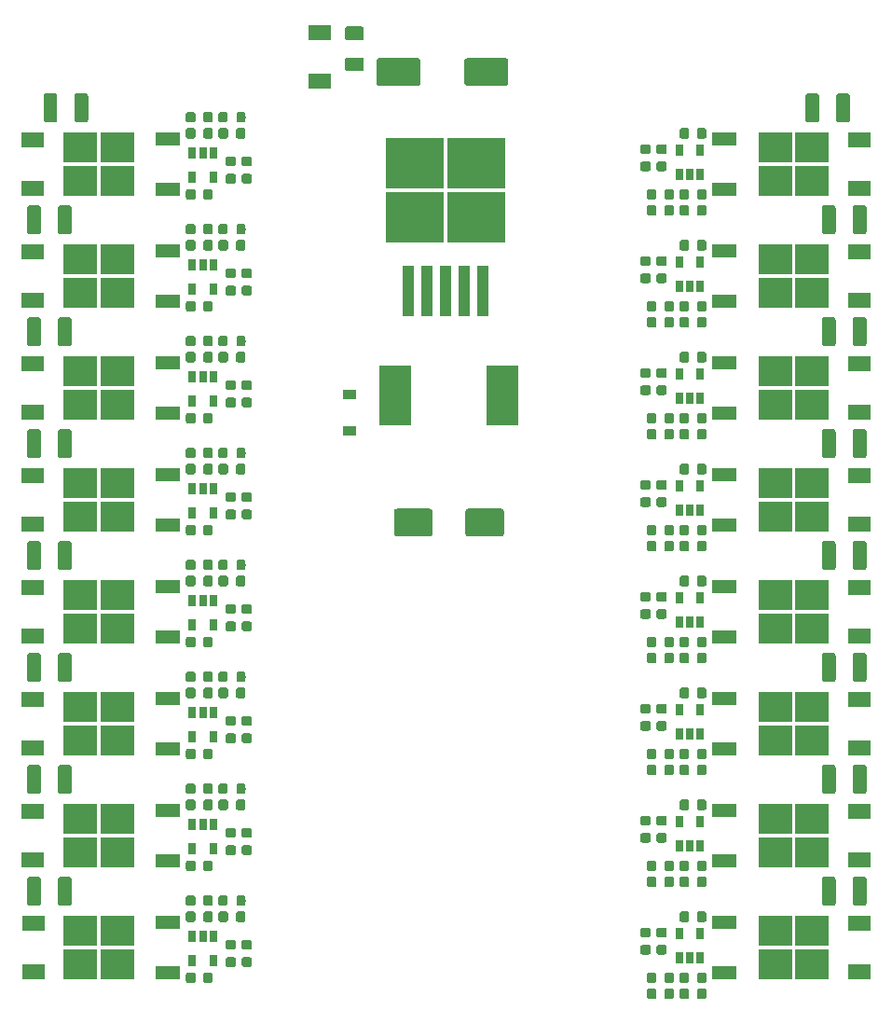
<source format=gbr>
G04 #@! TF.GenerationSoftware,KiCad,Pcbnew,(5.1.0)-1*
G04 #@! TF.CreationDate,2021-06-14T23:00:10+02:00*
G04 #@! TF.ProjectId,Magnetsteuerung_v2.1,4d61676e-6574-4737-9465-756572756e67,rev?*
G04 #@! TF.SameCoordinates,Original*
G04 #@! TF.FileFunction,Paste,Top*
G04 #@! TF.FilePolarity,Positive*
%FSLAX46Y46*%
G04 Gerber Fmt 4.6, Leading zero omitted, Abs format (unit mm)*
G04 Created by KiCad (PCBNEW (5.1.0)-1) date 2021-06-14 23:00:10*
%MOMM*%
%LPD*%
G04 APERTURE LIST*
%ADD10R,2.200000X1.200000*%
%ADD11R,3.050000X2.750000*%
%ADD12C,0.100000*%
%ADD13C,1.250000*%
%ADD14C,0.875000*%
%ADD15C,0.800000*%
%ADD16R,0.650000X1.060000*%
%ADD17R,2.900000X5.400000*%
%ADD18R,2.100000X1.400000*%
%ADD19R,5.250000X4.550000*%
%ADD20R,1.100000X4.600000*%
%ADD21R,1.200000X0.900000*%
%ADD22C,2.500000*%
G04 APERTURE END LIST*
D10*
X109700000Y-108680000D03*
X109700000Y-104120000D03*
D11*
X101725000Y-104875000D03*
X105075000Y-107925000D03*
X101725000Y-107925000D03*
X105075000Y-104875000D03*
D10*
X109700000Y-118840000D03*
X109700000Y-114280000D03*
D11*
X101725000Y-115035000D03*
X105075000Y-118085000D03*
X101725000Y-118085000D03*
X105075000Y-115035000D03*
D12*
G36*
X172899504Y-89836204D02*
G01*
X172923773Y-89839804D01*
X172947571Y-89845765D01*
X172970671Y-89854030D01*
X172992849Y-89864520D01*
X173013893Y-89877133D01*
X173033598Y-89891747D01*
X173051777Y-89908223D01*
X173068253Y-89926402D01*
X173082867Y-89946107D01*
X173095480Y-89967151D01*
X173105970Y-89989329D01*
X173114235Y-90012429D01*
X173120196Y-90036227D01*
X173123796Y-90060496D01*
X173125000Y-90085000D01*
X173125000Y-92235000D01*
X173123796Y-92259504D01*
X173120196Y-92283773D01*
X173114235Y-92307571D01*
X173105970Y-92330671D01*
X173095480Y-92352849D01*
X173082867Y-92373893D01*
X173068253Y-92393598D01*
X173051777Y-92411777D01*
X173033598Y-92428253D01*
X173013893Y-92442867D01*
X172992849Y-92455480D01*
X172970671Y-92465970D01*
X172947571Y-92474235D01*
X172923773Y-92480196D01*
X172899504Y-92483796D01*
X172875000Y-92485000D01*
X172125000Y-92485000D01*
X172100496Y-92483796D01*
X172076227Y-92480196D01*
X172052429Y-92474235D01*
X172029329Y-92465970D01*
X172007151Y-92455480D01*
X171986107Y-92442867D01*
X171966402Y-92428253D01*
X171948223Y-92411777D01*
X171931747Y-92393598D01*
X171917133Y-92373893D01*
X171904520Y-92352849D01*
X171894030Y-92330671D01*
X171885765Y-92307571D01*
X171879804Y-92283773D01*
X171876204Y-92259504D01*
X171875000Y-92235000D01*
X171875000Y-90085000D01*
X171876204Y-90060496D01*
X171879804Y-90036227D01*
X171885765Y-90012429D01*
X171894030Y-89989329D01*
X171904520Y-89967151D01*
X171917133Y-89946107D01*
X171931747Y-89926402D01*
X171948223Y-89908223D01*
X171966402Y-89891747D01*
X171986107Y-89877133D01*
X172007151Y-89864520D01*
X172029329Y-89854030D01*
X172052429Y-89845765D01*
X172076227Y-89839804D01*
X172100496Y-89836204D01*
X172125000Y-89835000D01*
X172875000Y-89835000D01*
X172899504Y-89836204D01*
X172899504Y-89836204D01*
G37*
D13*
X172500000Y-91160000D03*
D12*
G36*
X170099504Y-89836204D02*
G01*
X170123773Y-89839804D01*
X170147571Y-89845765D01*
X170170671Y-89854030D01*
X170192849Y-89864520D01*
X170213893Y-89877133D01*
X170233598Y-89891747D01*
X170251777Y-89908223D01*
X170268253Y-89926402D01*
X170282867Y-89946107D01*
X170295480Y-89967151D01*
X170305970Y-89989329D01*
X170314235Y-90012429D01*
X170320196Y-90036227D01*
X170323796Y-90060496D01*
X170325000Y-90085000D01*
X170325000Y-92235000D01*
X170323796Y-92259504D01*
X170320196Y-92283773D01*
X170314235Y-92307571D01*
X170305970Y-92330671D01*
X170295480Y-92352849D01*
X170282867Y-92373893D01*
X170268253Y-92393598D01*
X170251777Y-92411777D01*
X170233598Y-92428253D01*
X170213893Y-92442867D01*
X170192849Y-92455480D01*
X170170671Y-92465970D01*
X170147571Y-92474235D01*
X170123773Y-92480196D01*
X170099504Y-92483796D01*
X170075000Y-92485000D01*
X169325000Y-92485000D01*
X169300496Y-92483796D01*
X169276227Y-92480196D01*
X169252429Y-92474235D01*
X169229329Y-92465970D01*
X169207151Y-92455480D01*
X169186107Y-92442867D01*
X169166402Y-92428253D01*
X169148223Y-92411777D01*
X169131747Y-92393598D01*
X169117133Y-92373893D01*
X169104520Y-92352849D01*
X169094030Y-92330671D01*
X169085765Y-92307571D01*
X169079804Y-92283773D01*
X169076204Y-92259504D01*
X169075000Y-92235000D01*
X169075000Y-90085000D01*
X169076204Y-90060496D01*
X169079804Y-90036227D01*
X169085765Y-90012429D01*
X169094030Y-89989329D01*
X169104520Y-89967151D01*
X169117133Y-89946107D01*
X169131747Y-89926402D01*
X169148223Y-89908223D01*
X169166402Y-89891747D01*
X169186107Y-89877133D01*
X169207151Y-89864520D01*
X169229329Y-89854030D01*
X169252429Y-89845765D01*
X169276227Y-89839804D01*
X169300496Y-89836204D01*
X169325000Y-89835000D01*
X170075000Y-89835000D01*
X170099504Y-89836204D01*
X170099504Y-89836204D01*
G37*
D13*
X169700000Y-91160000D03*
D12*
G36*
X172899504Y-59356204D02*
G01*
X172923773Y-59359804D01*
X172947571Y-59365765D01*
X172970671Y-59374030D01*
X172992849Y-59384520D01*
X173013893Y-59397133D01*
X173033598Y-59411747D01*
X173051777Y-59428223D01*
X173068253Y-59446402D01*
X173082867Y-59466107D01*
X173095480Y-59487151D01*
X173105970Y-59509329D01*
X173114235Y-59532429D01*
X173120196Y-59556227D01*
X173123796Y-59580496D01*
X173125000Y-59605000D01*
X173125000Y-61755000D01*
X173123796Y-61779504D01*
X173120196Y-61803773D01*
X173114235Y-61827571D01*
X173105970Y-61850671D01*
X173095480Y-61872849D01*
X173082867Y-61893893D01*
X173068253Y-61913598D01*
X173051777Y-61931777D01*
X173033598Y-61948253D01*
X173013893Y-61962867D01*
X172992849Y-61975480D01*
X172970671Y-61985970D01*
X172947571Y-61994235D01*
X172923773Y-62000196D01*
X172899504Y-62003796D01*
X172875000Y-62005000D01*
X172125000Y-62005000D01*
X172100496Y-62003796D01*
X172076227Y-62000196D01*
X172052429Y-61994235D01*
X172029329Y-61985970D01*
X172007151Y-61975480D01*
X171986107Y-61962867D01*
X171966402Y-61948253D01*
X171948223Y-61931777D01*
X171931747Y-61913598D01*
X171917133Y-61893893D01*
X171904520Y-61872849D01*
X171894030Y-61850671D01*
X171885765Y-61827571D01*
X171879804Y-61803773D01*
X171876204Y-61779504D01*
X171875000Y-61755000D01*
X171875000Y-59605000D01*
X171876204Y-59580496D01*
X171879804Y-59556227D01*
X171885765Y-59532429D01*
X171894030Y-59509329D01*
X171904520Y-59487151D01*
X171917133Y-59466107D01*
X171931747Y-59446402D01*
X171948223Y-59428223D01*
X171966402Y-59411747D01*
X171986107Y-59397133D01*
X172007151Y-59384520D01*
X172029329Y-59374030D01*
X172052429Y-59365765D01*
X172076227Y-59359804D01*
X172100496Y-59356204D01*
X172125000Y-59355000D01*
X172875000Y-59355000D01*
X172899504Y-59356204D01*
X172899504Y-59356204D01*
G37*
D13*
X172500000Y-60680000D03*
D12*
G36*
X170099504Y-59356204D02*
G01*
X170123773Y-59359804D01*
X170147571Y-59365765D01*
X170170671Y-59374030D01*
X170192849Y-59384520D01*
X170213893Y-59397133D01*
X170233598Y-59411747D01*
X170251777Y-59428223D01*
X170268253Y-59446402D01*
X170282867Y-59466107D01*
X170295480Y-59487151D01*
X170305970Y-59509329D01*
X170314235Y-59532429D01*
X170320196Y-59556227D01*
X170323796Y-59580496D01*
X170325000Y-59605000D01*
X170325000Y-61755000D01*
X170323796Y-61779504D01*
X170320196Y-61803773D01*
X170314235Y-61827571D01*
X170305970Y-61850671D01*
X170295480Y-61872849D01*
X170282867Y-61893893D01*
X170268253Y-61913598D01*
X170251777Y-61931777D01*
X170233598Y-61948253D01*
X170213893Y-61962867D01*
X170192849Y-61975480D01*
X170170671Y-61985970D01*
X170147571Y-61994235D01*
X170123773Y-62000196D01*
X170099504Y-62003796D01*
X170075000Y-62005000D01*
X169325000Y-62005000D01*
X169300496Y-62003796D01*
X169276227Y-62000196D01*
X169252429Y-61994235D01*
X169229329Y-61985970D01*
X169207151Y-61975480D01*
X169186107Y-61962867D01*
X169166402Y-61948253D01*
X169148223Y-61931777D01*
X169131747Y-61913598D01*
X169117133Y-61893893D01*
X169104520Y-61872849D01*
X169094030Y-61850671D01*
X169085765Y-61827571D01*
X169079804Y-61803773D01*
X169076204Y-61779504D01*
X169075000Y-61755000D01*
X169075000Y-59605000D01*
X169076204Y-59580496D01*
X169079804Y-59556227D01*
X169085765Y-59532429D01*
X169094030Y-59509329D01*
X169104520Y-59487151D01*
X169117133Y-59466107D01*
X169131747Y-59446402D01*
X169148223Y-59428223D01*
X169166402Y-59411747D01*
X169186107Y-59397133D01*
X169207151Y-59384520D01*
X169229329Y-59374030D01*
X169252429Y-59365765D01*
X169276227Y-59359804D01*
X169300496Y-59356204D01*
X169325000Y-59355000D01*
X170075000Y-59355000D01*
X170099504Y-59356204D01*
X170099504Y-59356204D01*
G37*
D13*
X169700000Y-60680000D03*
D12*
G36*
X172899504Y-110156204D02*
G01*
X172923773Y-110159804D01*
X172947571Y-110165765D01*
X172970671Y-110174030D01*
X172992849Y-110184520D01*
X173013893Y-110197133D01*
X173033598Y-110211747D01*
X173051777Y-110228223D01*
X173068253Y-110246402D01*
X173082867Y-110266107D01*
X173095480Y-110287151D01*
X173105970Y-110309329D01*
X173114235Y-110332429D01*
X173120196Y-110356227D01*
X173123796Y-110380496D01*
X173125000Y-110405000D01*
X173125000Y-112555000D01*
X173123796Y-112579504D01*
X173120196Y-112603773D01*
X173114235Y-112627571D01*
X173105970Y-112650671D01*
X173095480Y-112672849D01*
X173082867Y-112693893D01*
X173068253Y-112713598D01*
X173051777Y-112731777D01*
X173033598Y-112748253D01*
X173013893Y-112762867D01*
X172992849Y-112775480D01*
X172970671Y-112785970D01*
X172947571Y-112794235D01*
X172923773Y-112800196D01*
X172899504Y-112803796D01*
X172875000Y-112805000D01*
X172125000Y-112805000D01*
X172100496Y-112803796D01*
X172076227Y-112800196D01*
X172052429Y-112794235D01*
X172029329Y-112785970D01*
X172007151Y-112775480D01*
X171986107Y-112762867D01*
X171966402Y-112748253D01*
X171948223Y-112731777D01*
X171931747Y-112713598D01*
X171917133Y-112693893D01*
X171904520Y-112672849D01*
X171894030Y-112650671D01*
X171885765Y-112627571D01*
X171879804Y-112603773D01*
X171876204Y-112579504D01*
X171875000Y-112555000D01*
X171875000Y-110405000D01*
X171876204Y-110380496D01*
X171879804Y-110356227D01*
X171885765Y-110332429D01*
X171894030Y-110309329D01*
X171904520Y-110287151D01*
X171917133Y-110266107D01*
X171931747Y-110246402D01*
X171948223Y-110228223D01*
X171966402Y-110211747D01*
X171986107Y-110197133D01*
X172007151Y-110184520D01*
X172029329Y-110174030D01*
X172052429Y-110165765D01*
X172076227Y-110159804D01*
X172100496Y-110156204D01*
X172125000Y-110155000D01*
X172875000Y-110155000D01*
X172899504Y-110156204D01*
X172899504Y-110156204D01*
G37*
D13*
X172500000Y-111480000D03*
D12*
G36*
X170099504Y-110156204D02*
G01*
X170123773Y-110159804D01*
X170147571Y-110165765D01*
X170170671Y-110174030D01*
X170192849Y-110184520D01*
X170213893Y-110197133D01*
X170233598Y-110211747D01*
X170251777Y-110228223D01*
X170268253Y-110246402D01*
X170282867Y-110266107D01*
X170295480Y-110287151D01*
X170305970Y-110309329D01*
X170314235Y-110332429D01*
X170320196Y-110356227D01*
X170323796Y-110380496D01*
X170325000Y-110405000D01*
X170325000Y-112555000D01*
X170323796Y-112579504D01*
X170320196Y-112603773D01*
X170314235Y-112627571D01*
X170305970Y-112650671D01*
X170295480Y-112672849D01*
X170282867Y-112693893D01*
X170268253Y-112713598D01*
X170251777Y-112731777D01*
X170233598Y-112748253D01*
X170213893Y-112762867D01*
X170192849Y-112775480D01*
X170170671Y-112785970D01*
X170147571Y-112794235D01*
X170123773Y-112800196D01*
X170099504Y-112803796D01*
X170075000Y-112805000D01*
X169325000Y-112805000D01*
X169300496Y-112803796D01*
X169276227Y-112800196D01*
X169252429Y-112794235D01*
X169229329Y-112785970D01*
X169207151Y-112775480D01*
X169186107Y-112762867D01*
X169166402Y-112748253D01*
X169148223Y-112731777D01*
X169131747Y-112713598D01*
X169117133Y-112693893D01*
X169104520Y-112672849D01*
X169094030Y-112650671D01*
X169085765Y-112627571D01*
X169079804Y-112603773D01*
X169076204Y-112579504D01*
X169075000Y-112555000D01*
X169075000Y-110405000D01*
X169076204Y-110380496D01*
X169079804Y-110356227D01*
X169085765Y-110332429D01*
X169094030Y-110309329D01*
X169104520Y-110287151D01*
X169117133Y-110266107D01*
X169131747Y-110246402D01*
X169148223Y-110228223D01*
X169166402Y-110211747D01*
X169186107Y-110197133D01*
X169207151Y-110184520D01*
X169229329Y-110174030D01*
X169252429Y-110165765D01*
X169276227Y-110159804D01*
X169300496Y-110156204D01*
X169325000Y-110155000D01*
X170075000Y-110155000D01*
X170099504Y-110156204D01*
X170099504Y-110156204D01*
G37*
D13*
X169700000Y-111480000D03*
D12*
G36*
X172899504Y-79676204D02*
G01*
X172923773Y-79679804D01*
X172947571Y-79685765D01*
X172970671Y-79694030D01*
X172992849Y-79704520D01*
X173013893Y-79717133D01*
X173033598Y-79731747D01*
X173051777Y-79748223D01*
X173068253Y-79766402D01*
X173082867Y-79786107D01*
X173095480Y-79807151D01*
X173105970Y-79829329D01*
X173114235Y-79852429D01*
X173120196Y-79876227D01*
X173123796Y-79900496D01*
X173125000Y-79925000D01*
X173125000Y-82075000D01*
X173123796Y-82099504D01*
X173120196Y-82123773D01*
X173114235Y-82147571D01*
X173105970Y-82170671D01*
X173095480Y-82192849D01*
X173082867Y-82213893D01*
X173068253Y-82233598D01*
X173051777Y-82251777D01*
X173033598Y-82268253D01*
X173013893Y-82282867D01*
X172992849Y-82295480D01*
X172970671Y-82305970D01*
X172947571Y-82314235D01*
X172923773Y-82320196D01*
X172899504Y-82323796D01*
X172875000Y-82325000D01*
X172125000Y-82325000D01*
X172100496Y-82323796D01*
X172076227Y-82320196D01*
X172052429Y-82314235D01*
X172029329Y-82305970D01*
X172007151Y-82295480D01*
X171986107Y-82282867D01*
X171966402Y-82268253D01*
X171948223Y-82251777D01*
X171931747Y-82233598D01*
X171917133Y-82213893D01*
X171904520Y-82192849D01*
X171894030Y-82170671D01*
X171885765Y-82147571D01*
X171879804Y-82123773D01*
X171876204Y-82099504D01*
X171875000Y-82075000D01*
X171875000Y-79925000D01*
X171876204Y-79900496D01*
X171879804Y-79876227D01*
X171885765Y-79852429D01*
X171894030Y-79829329D01*
X171904520Y-79807151D01*
X171917133Y-79786107D01*
X171931747Y-79766402D01*
X171948223Y-79748223D01*
X171966402Y-79731747D01*
X171986107Y-79717133D01*
X172007151Y-79704520D01*
X172029329Y-79694030D01*
X172052429Y-79685765D01*
X172076227Y-79679804D01*
X172100496Y-79676204D01*
X172125000Y-79675000D01*
X172875000Y-79675000D01*
X172899504Y-79676204D01*
X172899504Y-79676204D01*
G37*
D13*
X172500000Y-81000000D03*
D12*
G36*
X170099504Y-79676204D02*
G01*
X170123773Y-79679804D01*
X170147571Y-79685765D01*
X170170671Y-79694030D01*
X170192849Y-79704520D01*
X170213893Y-79717133D01*
X170233598Y-79731747D01*
X170251777Y-79748223D01*
X170268253Y-79766402D01*
X170282867Y-79786107D01*
X170295480Y-79807151D01*
X170305970Y-79829329D01*
X170314235Y-79852429D01*
X170320196Y-79876227D01*
X170323796Y-79900496D01*
X170325000Y-79925000D01*
X170325000Y-82075000D01*
X170323796Y-82099504D01*
X170320196Y-82123773D01*
X170314235Y-82147571D01*
X170305970Y-82170671D01*
X170295480Y-82192849D01*
X170282867Y-82213893D01*
X170268253Y-82233598D01*
X170251777Y-82251777D01*
X170233598Y-82268253D01*
X170213893Y-82282867D01*
X170192849Y-82295480D01*
X170170671Y-82305970D01*
X170147571Y-82314235D01*
X170123773Y-82320196D01*
X170099504Y-82323796D01*
X170075000Y-82325000D01*
X169325000Y-82325000D01*
X169300496Y-82323796D01*
X169276227Y-82320196D01*
X169252429Y-82314235D01*
X169229329Y-82305970D01*
X169207151Y-82295480D01*
X169186107Y-82282867D01*
X169166402Y-82268253D01*
X169148223Y-82251777D01*
X169131747Y-82233598D01*
X169117133Y-82213893D01*
X169104520Y-82192849D01*
X169094030Y-82170671D01*
X169085765Y-82147571D01*
X169079804Y-82123773D01*
X169076204Y-82099504D01*
X169075000Y-82075000D01*
X169075000Y-79925000D01*
X169076204Y-79900496D01*
X169079804Y-79876227D01*
X169085765Y-79852429D01*
X169094030Y-79829329D01*
X169104520Y-79807151D01*
X169117133Y-79786107D01*
X169131747Y-79766402D01*
X169148223Y-79748223D01*
X169166402Y-79731747D01*
X169186107Y-79717133D01*
X169207151Y-79704520D01*
X169229329Y-79694030D01*
X169252429Y-79685765D01*
X169276227Y-79679804D01*
X169300496Y-79676204D01*
X169325000Y-79675000D01*
X170075000Y-79675000D01*
X170099504Y-79676204D01*
X170099504Y-79676204D01*
G37*
D13*
X169700000Y-81000000D03*
D12*
G36*
X172899504Y-49196204D02*
G01*
X172923773Y-49199804D01*
X172947571Y-49205765D01*
X172970671Y-49214030D01*
X172992849Y-49224520D01*
X173013893Y-49237133D01*
X173033598Y-49251747D01*
X173051777Y-49268223D01*
X173068253Y-49286402D01*
X173082867Y-49306107D01*
X173095480Y-49327151D01*
X173105970Y-49349329D01*
X173114235Y-49372429D01*
X173120196Y-49396227D01*
X173123796Y-49420496D01*
X173125000Y-49445000D01*
X173125000Y-51595000D01*
X173123796Y-51619504D01*
X173120196Y-51643773D01*
X173114235Y-51667571D01*
X173105970Y-51690671D01*
X173095480Y-51712849D01*
X173082867Y-51733893D01*
X173068253Y-51753598D01*
X173051777Y-51771777D01*
X173033598Y-51788253D01*
X173013893Y-51802867D01*
X172992849Y-51815480D01*
X172970671Y-51825970D01*
X172947571Y-51834235D01*
X172923773Y-51840196D01*
X172899504Y-51843796D01*
X172875000Y-51845000D01*
X172125000Y-51845000D01*
X172100496Y-51843796D01*
X172076227Y-51840196D01*
X172052429Y-51834235D01*
X172029329Y-51825970D01*
X172007151Y-51815480D01*
X171986107Y-51802867D01*
X171966402Y-51788253D01*
X171948223Y-51771777D01*
X171931747Y-51753598D01*
X171917133Y-51733893D01*
X171904520Y-51712849D01*
X171894030Y-51690671D01*
X171885765Y-51667571D01*
X171879804Y-51643773D01*
X171876204Y-51619504D01*
X171875000Y-51595000D01*
X171875000Y-49445000D01*
X171876204Y-49420496D01*
X171879804Y-49396227D01*
X171885765Y-49372429D01*
X171894030Y-49349329D01*
X171904520Y-49327151D01*
X171917133Y-49306107D01*
X171931747Y-49286402D01*
X171948223Y-49268223D01*
X171966402Y-49251747D01*
X171986107Y-49237133D01*
X172007151Y-49224520D01*
X172029329Y-49214030D01*
X172052429Y-49205765D01*
X172076227Y-49199804D01*
X172100496Y-49196204D01*
X172125000Y-49195000D01*
X172875000Y-49195000D01*
X172899504Y-49196204D01*
X172899504Y-49196204D01*
G37*
D13*
X172500000Y-50520000D03*
D12*
G36*
X170099504Y-49196204D02*
G01*
X170123773Y-49199804D01*
X170147571Y-49205765D01*
X170170671Y-49214030D01*
X170192849Y-49224520D01*
X170213893Y-49237133D01*
X170233598Y-49251747D01*
X170251777Y-49268223D01*
X170268253Y-49286402D01*
X170282867Y-49306107D01*
X170295480Y-49327151D01*
X170305970Y-49349329D01*
X170314235Y-49372429D01*
X170320196Y-49396227D01*
X170323796Y-49420496D01*
X170325000Y-49445000D01*
X170325000Y-51595000D01*
X170323796Y-51619504D01*
X170320196Y-51643773D01*
X170314235Y-51667571D01*
X170305970Y-51690671D01*
X170295480Y-51712849D01*
X170282867Y-51733893D01*
X170268253Y-51753598D01*
X170251777Y-51771777D01*
X170233598Y-51788253D01*
X170213893Y-51802867D01*
X170192849Y-51815480D01*
X170170671Y-51825970D01*
X170147571Y-51834235D01*
X170123773Y-51840196D01*
X170099504Y-51843796D01*
X170075000Y-51845000D01*
X169325000Y-51845000D01*
X169300496Y-51843796D01*
X169276227Y-51840196D01*
X169252429Y-51834235D01*
X169229329Y-51825970D01*
X169207151Y-51815480D01*
X169186107Y-51802867D01*
X169166402Y-51788253D01*
X169148223Y-51771777D01*
X169131747Y-51753598D01*
X169117133Y-51733893D01*
X169104520Y-51712849D01*
X169094030Y-51690671D01*
X169085765Y-51667571D01*
X169079804Y-51643773D01*
X169076204Y-51619504D01*
X169075000Y-51595000D01*
X169075000Y-49445000D01*
X169076204Y-49420496D01*
X169079804Y-49396227D01*
X169085765Y-49372429D01*
X169094030Y-49349329D01*
X169104520Y-49327151D01*
X169117133Y-49306107D01*
X169131747Y-49286402D01*
X169148223Y-49268223D01*
X169166402Y-49251747D01*
X169186107Y-49237133D01*
X169207151Y-49224520D01*
X169229329Y-49214030D01*
X169252429Y-49205765D01*
X169276227Y-49199804D01*
X169300496Y-49196204D01*
X169325000Y-49195000D01*
X170075000Y-49195000D01*
X170099504Y-49196204D01*
X170099504Y-49196204D01*
G37*
D13*
X169700000Y-50520000D03*
D12*
G36*
X172899504Y-99996204D02*
G01*
X172923773Y-99999804D01*
X172947571Y-100005765D01*
X172970671Y-100014030D01*
X172992849Y-100024520D01*
X173013893Y-100037133D01*
X173033598Y-100051747D01*
X173051777Y-100068223D01*
X173068253Y-100086402D01*
X173082867Y-100106107D01*
X173095480Y-100127151D01*
X173105970Y-100149329D01*
X173114235Y-100172429D01*
X173120196Y-100196227D01*
X173123796Y-100220496D01*
X173125000Y-100245000D01*
X173125000Y-102395000D01*
X173123796Y-102419504D01*
X173120196Y-102443773D01*
X173114235Y-102467571D01*
X173105970Y-102490671D01*
X173095480Y-102512849D01*
X173082867Y-102533893D01*
X173068253Y-102553598D01*
X173051777Y-102571777D01*
X173033598Y-102588253D01*
X173013893Y-102602867D01*
X172992849Y-102615480D01*
X172970671Y-102625970D01*
X172947571Y-102634235D01*
X172923773Y-102640196D01*
X172899504Y-102643796D01*
X172875000Y-102645000D01*
X172125000Y-102645000D01*
X172100496Y-102643796D01*
X172076227Y-102640196D01*
X172052429Y-102634235D01*
X172029329Y-102625970D01*
X172007151Y-102615480D01*
X171986107Y-102602867D01*
X171966402Y-102588253D01*
X171948223Y-102571777D01*
X171931747Y-102553598D01*
X171917133Y-102533893D01*
X171904520Y-102512849D01*
X171894030Y-102490671D01*
X171885765Y-102467571D01*
X171879804Y-102443773D01*
X171876204Y-102419504D01*
X171875000Y-102395000D01*
X171875000Y-100245000D01*
X171876204Y-100220496D01*
X171879804Y-100196227D01*
X171885765Y-100172429D01*
X171894030Y-100149329D01*
X171904520Y-100127151D01*
X171917133Y-100106107D01*
X171931747Y-100086402D01*
X171948223Y-100068223D01*
X171966402Y-100051747D01*
X171986107Y-100037133D01*
X172007151Y-100024520D01*
X172029329Y-100014030D01*
X172052429Y-100005765D01*
X172076227Y-99999804D01*
X172100496Y-99996204D01*
X172125000Y-99995000D01*
X172875000Y-99995000D01*
X172899504Y-99996204D01*
X172899504Y-99996204D01*
G37*
D13*
X172500000Y-101320000D03*
D12*
G36*
X170099504Y-99996204D02*
G01*
X170123773Y-99999804D01*
X170147571Y-100005765D01*
X170170671Y-100014030D01*
X170192849Y-100024520D01*
X170213893Y-100037133D01*
X170233598Y-100051747D01*
X170251777Y-100068223D01*
X170268253Y-100086402D01*
X170282867Y-100106107D01*
X170295480Y-100127151D01*
X170305970Y-100149329D01*
X170314235Y-100172429D01*
X170320196Y-100196227D01*
X170323796Y-100220496D01*
X170325000Y-100245000D01*
X170325000Y-102395000D01*
X170323796Y-102419504D01*
X170320196Y-102443773D01*
X170314235Y-102467571D01*
X170305970Y-102490671D01*
X170295480Y-102512849D01*
X170282867Y-102533893D01*
X170268253Y-102553598D01*
X170251777Y-102571777D01*
X170233598Y-102588253D01*
X170213893Y-102602867D01*
X170192849Y-102615480D01*
X170170671Y-102625970D01*
X170147571Y-102634235D01*
X170123773Y-102640196D01*
X170099504Y-102643796D01*
X170075000Y-102645000D01*
X169325000Y-102645000D01*
X169300496Y-102643796D01*
X169276227Y-102640196D01*
X169252429Y-102634235D01*
X169229329Y-102625970D01*
X169207151Y-102615480D01*
X169186107Y-102602867D01*
X169166402Y-102588253D01*
X169148223Y-102571777D01*
X169131747Y-102553598D01*
X169117133Y-102533893D01*
X169104520Y-102512849D01*
X169094030Y-102490671D01*
X169085765Y-102467571D01*
X169079804Y-102443773D01*
X169076204Y-102419504D01*
X169075000Y-102395000D01*
X169075000Y-100245000D01*
X169076204Y-100220496D01*
X169079804Y-100196227D01*
X169085765Y-100172429D01*
X169094030Y-100149329D01*
X169104520Y-100127151D01*
X169117133Y-100106107D01*
X169131747Y-100086402D01*
X169148223Y-100068223D01*
X169166402Y-100051747D01*
X169186107Y-100037133D01*
X169207151Y-100024520D01*
X169229329Y-100014030D01*
X169252429Y-100005765D01*
X169276227Y-99999804D01*
X169300496Y-99996204D01*
X169325000Y-99995000D01*
X170075000Y-99995000D01*
X170099504Y-99996204D01*
X170099504Y-99996204D01*
G37*
D13*
X169700000Y-101320000D03*
D12*
G36*
X172899504Y-69516204D02*
G01*
X172923773Y-69519804D01*
X172947571Y-69525765D01*
X172970671Y-69534030D01*
X172992849Y-69544520D01*
X173013893Y-69557133D01*
X173033598Y-69571747D01*
X173051777Y-69588223D01*
X173068253Y-69606402D01*
X173082867Y-69626107D01*
X173095480Y-69647151D01*
X173105970Y-69669329D01*
X173114235Y-69692429D01*
X173120196Y-69716227D01*
X173123796Y-69740496D01*
X173125000Y-69765000D01*
X173125000Y-71915000D01*
X173123796Y-71939504D01*
X173120196Y-71963773D01*
X173114235Y-71987571D01*
X173105970Y-72010671D01*
X173095480Y-72032849D01*
X173082867Y-72053893D01*
X173068253Y-72073598D01*
X173051777Y-72091777D01*
X173033598Y-72108253D01*
X173013893Y-72122867D01*
X172992849Y-72135480D01*
X172970671Y-72145970D01*
X172947571Y-72154235D01*
X172923773Y-72160196D01*
X172899504Y-72163796D01*
X172875000Y-72165000D01*
X172125000Y-72165000D01*
X172100496Y-72163796D01*
X172076227Y-72160196D01*
X172052429Y-72154235D01*
X172029329Y-72145970D01*
X172007151Y-72135480D01*
X171986107Y-72122867D01*
X171966402Y-72108253D01*
X171948223Y-72091777D01*
X171931747Y-72073598D01*
X171917133Y-72053893D01*
X171904520Y-72032849D01*
X171894030Y-72010671D01*
X171885765Y-71987571D01*
X171879804Y-71963773D01*
X171876204Y-71939504D01*
X171875000Y-71915000D01*
X171875000Y-69765000D01*
X171876204Y-69740496D01*
X171879804Y-69716227D01*
X171885765Y-69692429D01*
X171894030Y-69669329D01*
X171904520Y-69647151D01*
X171917133Y-69626107D01*
X171931747Y-69606402D01*
X171948223Y-69588223D01*
X171966402Y-69571747D01*
X171986107Y-69557133D01*
X172007151Y-69544520D01*
X172029329Y-69534030D01*
X172052429Y-69525765D01*
X172076227Y-69519804D01*
X172100496Y-69516204D01*
X172125000Y-69515000D01*
X172875000Y-69515000D01*
X172899504Y-69516204D01*
X172899504Y-69516204D01*
G37*
D13*
X172500000Y-70840000D03*
D12*
G36*
X170099504Y-69516204D02*
G01*
X170123773Y-69519804D01*
X170147571Y-69525765D01*
X170170671Y-69534030D01*
X170192849Y-69544520D01*
X170213893Y-69557133D01*
X170233598Y-69571747D01*
X170251777Y-69588223D01*
X170268253Y-69606402D01*
X170282867Y-69626107D01*
X170295480Y-69647151D01*
X170305970Y-69669329D01*
X170314235Y-69692429D01*
X170320196Y-69716227D01*
X170323796Y-69740496D01*
X170325000Y-69765000D01*
X170325000Y-71915000D01*
X170323796Y-71939504D01*
X170320196Y-71963773D01*
X170314235Y-71987571D01*
X170305970Y-72010671D01*
X170295480Y-72032849D01*
X170282867Y-72053893D01*
X170268253Y-72073598D01*
X170251777Y-72091777D01*
X170233598Y-72108253D01*
X170213893Y-72122867D01*
X170192849Y-72135480D01*
X170170671Y-72145970D01*
X170147571Y-72154235D01*
X170123773Y-72160196D01*
X170099504Y-72163796D01*
X170075000Y-72165000D01*
X169325000Y-72165000D01*
X169300496Y-72163796D01*
X169276227Y-72160196D01*
X169252429Y-72154235D01*
X169229329Y-72145970D01*
X169207151Y-72135480D01*
X169186107Y-72122867D01*
X169166402Y-72108253D01*
X169148223Y-72091777D01*
X169131747Y-72073598D01*
X169117133Y-72053893D01*
X169104520Y-72032849D01*
X169094030Y-72010671D01*
X169085765Y-71987571D01*
X169079804Y-71963773D01*
X169076204Y-71939504D01*
X169075000Y-71915000D01*
X169075000Y-69765000D01*
X169076204Y-69740496D01*
X169079804Y-69716227D01*
X169085765Y-69692429D01*
X169094030Y-69669329D01*
X169104520Y-69647151D01*
X169117133Y-69626107D01*
X169131747Y-69606402D01*
X169148223Y-69588223D01*
X169166402Y-69571747D01*
X169186107Y-69557133D01*
X169207151Y-69544520D01*
X169229329Y-69534030D01*
X169252429Y-69525765D01*
X169276227Y-69519804D01*
X169300496Y-69516204D01*
X169325000Y-69515000D01*
X170075000Y-69515000D01*
X170099504Y-69516204D01*
X170099504Y-69516204D01*
G37*
D13*
X169700000Y-70840000D03*
D12*
G36*
X171399504Y-39036204D02*
G01*
X171423773Y-39039804D01*
X171447571Y-39045765D01*
X171470671Y-39054030D01*
X171492849Y-39064520D01*
X171513893Y-39077133D01*
X171533598Y-39091747D01*
X171551777Y-39108223D01*
X171568253Y-39126402D01*
X171582867Y-39146107D01*
X171595480Y-39167151D01*
X171605970Y-39189329D01*
X171614235Y-39212429D01*
X171620196Y-39236227D01*
X171623796Y-39260496D01*
X171625000Y-39285000D01*
X171625000Y-41435000D01*
X171623796Y-41459504D01*
X171620196Y-41483773D01*
X171614235Y-41507571D01*
X171605970Y-41530671D01*
X171595480Y-41552849D01*
X171582867Y-41573893D01*
X171568253Y-41593598D01*
X171551777Y-41611777D01*
X171533598Y-41628253D01*
X171513893Y-41642867D01*
X171492849Y-41655480D01*
X171470671Y-41665970D01*
X171447571Y-41674235D01*
X171423773Y-41680196D01*
X171399504Y-41683796D01*
X171375000Y-41685000D01*
X170625000Y-41685000D01*
X170600496Y-41683796D01*
X170576227Y-41680196D01*
X170552429Y-41674235D01*
X170529329Y-41665970D01*
X170507151Y-41655480D01*
X170486107Y-41642867D01*
X170466402Y-41628253D01*
X170448223Y-41611777D01*
X170431747Y-41593598D01*
X170417133Y-41573893D01*
X170404520Y-41552849D01*
X170394030Y-41530671D01*
X170385765Y-41507571D01*
X170379804Y-41483773D01*
X170376204Y-41459504D01*
X170375000Y-41435000D01*
X170375000Y-39285000D01*
X170376204Y-39260496D01*
X170379804Y-39236227D01*
X170385765Y-39212429D01*
X170394030Y-39189329D01*
X170404520Y-39167151D01*
X170417133Y-39146107D01*
X170431747Y-39126402D01*
X170448223Y-39108223D01*
X170466402Y-39091747D01*
X170486107Y-39077133D01*
X170507151Y-39064520D01*
X170529329Y-39054030D01*
X170552429Y-39045765D01*
X170576227Y-39039804D01*
X170600496Y-39036204D01*
X170625000Y-39035000D01*
X171375000Y-39035000D01*
X171399504Y-39036204D01*
X171399504Y-39036204D01*
G37*
D13*
X171000000Y-40360000D03*
D12*
G36*
X168599504Y-39036204D02*
G01*
X168623773Y-39039804D01*
X168647571Y-39045765D01*
X168670671Y-39054030D01*
X168692849Y-39064520D01*
X168713893Y-39077133D01*
X168733598Y-39091747D01*
X168751777Y-39108223D01*
X168768253Y-39126402D01*
X168782867Y-39146107D01*
X168795480Y-39167151D01*
X168805970Y-39189329D01*
X168814235Y-39212429D01*
X168820196Y-39236227D01*
X168823796Y-39260496D01*
X168825000Y-39285000D01*
X168825000Y-41435000D01*
X168823796Y-41459504D01*
X168820196Y-41483773D01*
X168814235Y-41507571D01*
X168805970Y-41530671D01*
X168795480Y-41552849D01*
X168782867Y-41573893D01*
X168768253Y-41593598D01*
X168751777Y-41611777D01*
X168733598Y-41628253D01*
X168713893Y-41642867D01*
X168692849Y-41655480D01*
X168670671Y-41665970D01*
X168647571Y-41674235D01*
X168623773Y-41680196D01*
X168599504Y-41683796D01*
X168575000Y-41685000D01*
X167825000Y-41685000D01*
X167800496Y-41683796D01*
X167776227Y-41680196D01*
X167752429Y-41674235D01*
X167729329Y-41665970D01*
X167707151Y-41655480D01*
X167686107Y-41642867D01*
X167666402Y-41628253D01*
X167648223Y-41611777D01*
X167631747Y-41593598D01*
X167617133Y-41573893D01*
X167604520Y-41552849D01*
X167594030Y-41530671D01*
X167585765Y-41507571D01*
X167579804Y-41483773D01*
X167576204Y-41459504D01*
X167575000Y-41435000D01*
X167575000Y-39285000D01*
X167576204Y-39260496D01*
X167579804Y-39236227D01*
X167585765Y-39212429D01*
X167594030Y-39189329D01*
X167604520Y-39167151D01*
X167617133Y-39146107D01*
X167631747Y-39126402D01*
X167648223Y-39108223D01*
X167666402Y-39091747D01*
X167686107Y-39077133D01*
X167707151Y-39064520D01*
X167729329Y-39054030D01*
X167752429Y-39045765D01*
X167776227Y-39039804D01*
X167800496Y-39036204D01*
X167825000Y-39035000D01*
X168575000Y-39035000D01*
X168599504Y-39036204D01*
X168599504Y-39036204D01*
G37*
D13*
X168200000Y-40360000D03*
D12*
G36*
X97899504Y-59356204D02*
G01*
X97923773Y-59359804D01*
X97947571Y-59365765D01*
X97970671Y-59374030D01*
X97992849Y-59384520D01*
X98013893Y-59397133D01*
X98033598Y-59411747D01*
X98051777Y-59428223D01*
X98068253Y-59446402D01*
X98082867Y-59466107D01*
X98095480Y-59487151D01*
X98105970Y-59509329D01*
X98114235Y-59532429D01*
X98120196Y-59556227D01*
X98123796Y-59580496D01*
X98125000Y-59605000D01*
X98125000Y-61755000D01*
X98123796Y-61779504D01*
X98120196Y-61803773D01*
X98114235Y-61827571D01*
X98105970Y-61850671D01*
X98095480Y-61872849D01*
X98082867Y-61893893D01*
X98068253Y-61913598D01*
X98051777Y-61931777D01*
X98033598Y-61948253D01*
X98013893Y-61962867D01*
X97992849Y-61975480D01*
X97970671Y-61985970D01*
X97947571Y-61994235D01*
X97923773Y-62000196D01*
X97899504Y-62003796D01*
X97875000Y-62005000D01*
X97125000Y-62005000D01*
X97100496Y-62003796D01*
X97076227Y-62000196D01*
X97052429Y-61994235D01*
X97029329Y-61985970D01*
X97007151Y-61975480D01*
X96986107Y-61962867D01*
X96966402Y-61948253D01*
X96948223Y-61931777D01*
X96931747Y-61913598D01*
X96917133Y-61893893D01*
X96904520Y-61872849D01*
X96894030Y-61850671D01*
X96885765Y-61827571D01*
X96879804Y-61803773D01*
X96876204Y-61779504D01*
X96875000Y-61755000D01*
X96875000Y-59605000D01*
X96876204Y-59580496D01*
X96879804Y-59556227D01*
X96885765Y-59532429D01*
X96894030Y-59509329D01*
X96904520Y-59487151D01*
X96917133Y-59466107D01*
X96931747Y-59446402D01*
X96948223Y-59428223D01*
X96966402Y-59411747D01*
X96986107Y-59397133D01*
X97007151Y-59384520D01*
X97029329Y-59374030D01*
X97052429Y-59365765D01*
X97076227Y-59359804D01*
X97100496Y-59356204D01*
X97125000Y-59355000D01*
X97875000Y-59355000D01*
X97899504Y-59356204D01*
X97899504Y-59356204D01*
G37*
D13*
X97500000Y-60680000D03*
D12*
G36*
X100699504Y-59356204D02*
G01*
X100723773Y-59359804D01*
X100747571Y-59365765D01*
X100770671Y-59374030D01*
X100792849Y-59384520D01*
X100813893Y-59397133D01*
X100833598Y-59411747D01*
X100851777Y-59428223D01*
X100868253Y-59446402D01*
X100882867Y-59466107D01*
X100895480Y-59487151D01*
X100905970Y-59509329D01*
X100914235Y-59532429D01*
X100920196Y-59556227D01*
X100923796Y-59580496D01*
X100925000Y-59605000D01*
X100925000Y-61755000D01*
X100923796Y-61779504D01*
X100920196Y-61803773D01*
X100914235Y-61827571D01*
X100905970Y-61850671D01*
X100895480Y-61872849D01*
X100882867Y-61893893D01*
X100868253Y-61913598D01*
X100851777Y-61931777D01*
X100833598Y-61948253D01*
X100813893Y-61962867D01*
X100792849Y-61975480D01*
X100770671Y-61985970D01*
X100747571Y-61994235D01*
X100723773Y-62000196D01*
X100699504Y-62003796D01*
X100675000Y-62005000D01*
X99925000Y-62005000D01*
X99900496Y-62003796D01*
X99876227Y-62000196D01*
X99852429Y-61994235D01*
X99829329Y-61985970D01*
X99807151Y-61975480D01*
X99786107Y-61962867D01*
X99766402Y-61948253D01*
X99748223Y-61931777D01*
X99731747Y-61913598D01*
X99717133Y-61893893D01*
X99704520Y-61872849D01*
X99694030Y-61850671D01*
X99685765Y-61827571D01*
X99679804Y-61803773D01*
X99676204Y-61779504D01*
X99675000Y-61755000D01*
X99675000Y-59605000D01*
X99676204Y-59580496D01*
X99679804Y-59556227D01*
X99685765Y-59532429D01*
X99694030Y-59509329D01*
X99704520Y-59487151D01*
X99717133Y-59466107D01*
X99731747Y-59446402D01*
X99748223Y-59428223D01*
X99766402Y-59411747D01*
X99786107Y-59397133D01*
X99807151Y-59384520D01*
X99829329Y-59374030D01*
X99852429Y-59365765D01*
X99876227Y-59359804D01*
X99900496Y-59356204D01*
X99925000Y-59355000D01*
X100675000Y-59355000D01*
X100699504Y-59356204D01*
X100699504Y-59356204D01*
G37*
D13*
X100300000Y-60680000D03*
D12*
G36*
X97899504Y-89836204D02*
G01*
X97923773Y-89839804D01*
X97947571Y-89845765D01*
X97970671Y-89854030D01*
X97992849Y-89864520D01*
X98013893Y-89877133D01*
X98033598Y-89891747D01*
X98051777Y-89908223D01*
X98068253Y-89926402D01*
X98082867Y-89946107D01*
X98095480Y-89967151D01*
X98105970Y-89989329D01*
X98114235Y-90012429D01*
X98120196Y-90036227D01*
X98123796Y-90060496D01*
X98125000Y-90085000D01*
X98125000Y-92235000D01*
X98123796Y-92259504D01*
X98120196Y-92283773D01*
X98114235Y-92307571D01*
X98105970Y-92330671D01*
X98095480Y-92352849D01*
X98082867Y-92373893D01*
X98068253Y-92393598D01*
X98051777Y-92411777D01*
X98033598Y-92428253D01*
X98013893Y-92442867D01*
X97992849Y-92455480D01*
X97970671Y-92465970D01*
X97947571Y-92474235D01*
X97923773Y-92480196D01*
X97899504Y-92483796D01*
X97875000Y-92485000D01*
X97125000Y-92485000D01*
X97100496Y-92483796D01*
X97076227Y-92480196D01*
X97052429Y-92474235D01*
X97029329Y-92465970D01*
X97007151Y-92455480D01*
X96986107Y-92442867D01*
X96966402Y-92428253D01*
X96948223Y-92411777D01*
X96931747Y-92393598D01*
X96917133Y-92373893D01*
X96904520Y-92352849D01*
X96894030Y-92330671D01*
X96885765Y-92307571D01*
X96879804Y-92283773D01*
X96876204Y-92259504D01*
X96875000Y-92235000D01*
X96875000Y-90085000D01*
X96876204Y-90060496D01*
X96879804Y-90036227D01*
X96885765Y-90012429D01*
X96894030Y-89989329D01*
X96904520Y-89967151D01*
X96917133Y-89946107D01*
X96931747Y-89926402D01*
X96948223Y-89908223D01*
X96966402Y-89891747D01*
X96986107Y-89877133D01*
X97007151Y-89864520D01*
X97029329Y-89854030D01*
X97052429Y-89845765D01*
X97076227Y-89839804D01*
X97100496Y-89836204D01*
X97125000Y-89835000D01*
X97875000Y-89835000D01*
X97899504Y-89836204D01*
X97899504Y-89836204D01*
G37*
D13*
X97500000Y-91160000D03*
D12*
G36*
X100699504Y-89836204D02*
G01*
X100723773Y-89839804D01*
X100747571Y-89845765D01*
X100770671Y-89854030D01*
X100792849Y-89864520D01*
X100813893Y-89877133D01*
X100833598Y-89891747D01*
X100851777Y-89908223D01*
X100868253Y-89926402D01*
X100882867Y-89946107D01*
X100895480Y-89967151D01*
X100905970Y-89989329D01*
X100914235Y-90012429D01*
X100920196Y-90036227D01*
X100923796Y-90060496D01*
X100925000Y-90085000D01*
X100925000Y-92235000D01*
X100923796Y-92259504D01*
X100920196Y-92283773D01*
X100914235Y-92307571D01*
X100905970Y-92330671D01*
X100895480Y-92352849D01*
X100882867Y-92373893D01*
X100868253Y-92393598D01*
X100851777Y-92411777D01*
X100833598Y-92428253D01*
X100813893Y-92442867D01*
X100792849Y-92455480D01*
X100770671Y-92465970D01*
X100747571Y-92474235D01*
X100723773Y-92480196D01*
X100699504Y-92483796D01*
X100675000Y-92485000D01*
X99925000Y-92485000D01*
X99900496Y-92483796D01*
X99876227Y-92480196D01*
X99852429Y-92474235D01*
X99829329Y-92465970D01*
X99807151Y-92455480D01*
X99786107Y-92442867D01*
X99766402Y-92428253D01*
X99748223Y-92411777D01*
X99731747Y-92393598D01*
X99717133Y-92373893D01*
X99704520Y-92352849D01*
X99694030Y-92330671D01*
X99685765Y-92307571D01*
X99679804Y-92283773D01*
X99676204Y-92259504D01*
X99675000Y-92235000D01*
X99675000Y-90085000D01*
X99676204Y-90060496D01*
X99679804Y-90036227D01*
X99685765Y-90012429D01*
X99694030Y-89989329D01*
X99704520Y-89967151D01*
X99717133Y-89946107D01*
X99731747Y-89926402D01*
X99748223Y-89908223D01*
X99766402Y-89891747D01*
X99786107Y-89877133D01*
X99807151Y-89864520D01*
X99829329Y-89854030D01*
X99852429Y-89845765D01*
X99876227Y-89839804D01*
X99900496Y-89836204D01*
X99925000Y-89835000D01*
X100675000Y-89835000D01*
X100699504Y-89836204D01*
X100699504Y-89836204D01*
G37*
D13*
X100300000Y-91160000D03*
D12*
G36*
X99399504Y-39036204D02*
G01*
X99423773Y-39039804D01*
X99447571Y-39045765D01*
X99470671Y-39054030D01*
X99492849Y-39064520D01*
X99513893Y-39077133D01*
X99533598Y-39091747D01*
X99551777Y-39108223D01*
X99568253Y-39126402D01*
X99582867Y-39146107D01*
X99595480Y-39167151D01*
X99605970Y-39189329D01*
X99614235Y-39212429D01*
X99620196Y-39236227D01*
X99623796Y-39260496D01*
X99625000Y-39285000D01*
X99625000Y-41435000D01*
X99623796Y-41459504D01*
X99620196Y-41483773D01*
X99614235Y-41507571D01*
X99605970Y-41530671D01*
X99595480Y-41552849D01*
X99582867Y-41573893D01*
X99568253Y-41593598D01*
X99551777Y-41611777D01*
X99533598Y-41628253D01*
X99513893Y-41642867D01*
X99492849Y-41655480D01*
X99470671Y-41665970D01*
X99447571Y-41674235D01*
X99423773Y-41680196D01*
X99399504Y-41683796D01*
X99375000Y-41685000D01*
X98625000Y-41685000D01*
X98600496Y-41683796D01*
X98576227Y-41680196D01*
X98552429Y-41674235D01*
X98529329Y-41665970D01*
X98507151Y-41655480D01*
X98486107Y-41642867D01*
X98466402Y-41628253D01*
X98448223Y-41611777D01*
X98431747Y-41593598D01*
X98417133Y-41573893D01*
X98404520Y-41552849D01*
X98394030Y-41530671D01*
X98385765Y-41507571D01*
X98379804Y-41483773D01*
X98376204Y-41459504D01*
X98375000Y-41435000D01*
X98375000Y-39285000D01*
X98376204Y-39260496D01*
X98379804Y-39236227D01*
X98385765Y-39212429D01*
X98394030Y-39189329D01*
X98404520Y-39167151D01*
X98417133Y-39146107D01*
X98431747Y-39126402D01*
X98448223Y-39108223D01*
X98466402Y-39091747D01*
X98486107Y-39077133D01*
X98507151Y-39064520D01*
X98529329Y-39054030D01*
X98552429Y-39045765D01*
X98576227Y-39039804D01*
X98600496Y-39036204D01*
X98625000Y-39035000D01*
X99375000Y-39035000D01*
X99399504Y-39036204D01*
X99399504Y-39036204D01*
G37*
D13*
X99000000Y-40360000D03*
D12*
G36*
X102199504Y-39036204D02*
G01*
X102223773Y-39039804D01*
X102247571Y-39045765D01*
X102270671Y-39054030D01*
X102292849Y-39064520D01*
X102313893Y-39077133D01*
X102333598Y-39091747D01*
X102351777Y-39108223D01*
X102368253Y-39126402D01*
X102382867Y-39146107D01*
X102395480Y-39167151D01*
X102405970Y-39189329D01*
X102414235Y-39212429D01*
X102420196Y-39236227D01*
X102423796Y-39260496D01*
X102425000Y-39285000D01*
X102425000Y-41435000D01*
X102423796Y-41459504D01*
X102420196Y-41483773D01*
X102414235Y-41507571D01*
X102405970Y-41530671D01*
X102395480Y-41552849D01*
X102382867Y-41573893D01*
X102368253Y-41593598D01*
X102351777Y-41611777D01*
X102333598Y-41628253D01*
X102313893Y-41642867D01*
X102292849Y-41655480D01*
X102270671Y-41665970D01*
X102247571Y-41674235D01*
X102223773Y-41680196D01*
X102199504Y-41683796D01*
X102175000Y-41685000D01*
X101425000Y-41685000D01*
X101400496Y-41683796D01*
X101376227Y-41680196D01*
X101352429Y-41674235D01*
X101329329Y-41665970D01*
X101307151Y-41655480D01*
X101286107Y-41642867D01*
X101266402Y-41628253D01*
X101248223Y-41611777D01*
X101231747Y-41593598D01*
X101217133Y-41573893D01*
X101204520Y-41552849D01*
X101194030Y-41530671D01*
X101185765Y-41507571D01*
X101179804Y-41483773D01*
X101176204Y-41459504D01*
X101175000Y-41435000D01*
X101175000Y-39285000D01*
X101176204Y-39260496D01*
X101179804Y-39236227D01*
X101185765Y-39212429D01*
X101194030Y-39189329D01*
X101204520Y-39167151D01*
X101217133Y-39146107D01*
X101231747Y-39126402D01*
X101248223Y-39108223D01*
X101266402Y-39091747D01*
X101286107Y-39077133D01*
X101307151Y-39064520D01*
X101329329Y-39054030D01*
X101352429Y-39045765D01*
X101376227Y-39039804D01*
X101400496Y-39036204D01*
X101425000Y-39035000D01*
X102175000Y-39035000D01*
X102199504Y-39036204D01*
X102199504Y-39036204D01*
G37*
D13*
X101800000Y-40360000D03*
D12*
G36*
X97899504Y-69516204D02*
G01*
X97923773Y-69519804D01*
X97947571Y-69525765D01*
X97970671Y-69534030D01*
X97992849Y-69544520D01*
X98013893Y-69557133D01*
X98033598Y-69571747D01*
X98051777Y-69588223D01*
X98068253Y-69606402D01*
X98082867Y-69626107D01*
X98095480Y-69647151D01*
X98105970Y-69669329D01*
X98114235Y-69692429D01*
X98120196Y-69716227D01*
X98123796Y-69740496D01*
X98125000Y-69765000D01*
X98125000Y-71915000D01*
X98123796Y-71939504D01*
X98120196Y-71963773D01*
X98114235Y-71987571D01*
X98105970Y-72010671D01*
X98095480Y-72032849D01*
X98082867Y-72053893D01*
X98068253Y-72073598D01*
X98051777Y-72091777D01*
X98033598Y-72108253D01*
X98013893Y-72122867D01*
X97992849Y-72135480D01*
X97970671Y-72145970D01*
X97947571Y-72154235D01*
X97923773Y-72160196D01*
X97899504Y-72163796D01*
X97875000Y-72165000D01*
X97125000Y-72165000D01*
X97100496Y-72163796D01*
X97076227Y-72160196D01*
X97052429Y-72154235D01*
X97029329Y-72145970D01*
X97007151Y-72135480D01*
X96986107Y-72122867D01*
X96966402Y-72108253D01*
X96948223Y-72091777D01*
X96931747Y-72073598D01*
X96917133Y-72053893D01*
X96904520Y-72032849D01*
X96894030Y-72010671D01*
X96885765Y-71987571D01*
X96879804Y-71963773D01*
X96876204Y-71939504D01*
X96875000Y-71915000D01*
X96875000Y-69765000D01*
X96876204Y-69740496D01*
X96879804Y-69716227D01*
X96885765Y-69692429D01*
X96894030Y-69669329D01*
X96904520Y-69647151D01*
X96917133Y-69626107D01*
X96931747Y-69606402D01*
X96948223Y-69588223D01*
X96966402Y-69571747D01*
X96986107Y-69557133D01*
X97007151Y-69544520D01*
X97029329Y-69534030D01*
X97052429Y-69525765D01*
X97076227Y-69519804D01*
X97100496Y-69516204D01*
X97125000Y-69515000D01*
X97875000Y-69515000D01*
X97899504Y-69516204D01*
X97899504Y-69516204D01*
G37*
D13*
X97500000Y-70840000D03*
D12*
G36*
X100699504Y-69516204D02*
G01*
X100723773Y-69519804D01*
X100747571Y-69525765D01*
X100770671Y-69534030D01*
X100792849Y-69544520D01*
X100813893Y-69557133D01*
X100833598Y-69571747D01*
X100851777Y-69588223D01*
X100868253Y-69606402D01*
X100882867Y-69626107D01*
X100895480Y-69647151D01*
X100905970Y-69669329D01*
X100914235Y-69692429D01*
X100920196Y-69716227D01*
X100923796Y-69740496D01*
X100925000Y-69765000D01*
X100925000Y-71915000D01*
X100923796Y-71939504D01*
X100920196Y-71963773D01*
X100914235Y-71987571D01*
X100905970Y-72010671D01*
X100895480Y-72032849D01*
X100882867Y-72053893D01*
X100868253Y-72073598D01*
X100851777Y-72091777D01*
X100833598Y-72108253D01*
X100813893Y-72122867D01*
X100792849Y-72135480D01*
X100770671Y-72145970D01*
X100747571Y-72154235D01*
X100723773Y-72160196D01*
X100699504Y-72163796D01*
X100675000Y-72165000D01*
X99925000Y-72165000D01*
X99900496Y-72163796D01*
X99876227Y-72160196D01*
X99852429Y-72154235D01*
X99829329Y-72145970D01*
X99807151Y-72135480D01*
X99786107Y-72122867D01*
X99766402Y-72108253D01*
X99748223Y-72091777D01*
X99731747Y-72073598D01*
X99717133Y-72053893D01*
X99704520Y-72032849D01*
X99694030Y-72010671D01*
X99685765Y-71987571D01*
X99679804Y-71963773D01*
X99676204Y-71939504D01*
X99675000Y-71915000D01*
X99675000Y-69765000D01*
X99676204Y-69740496D01*
X99679804Y-69716227D01*
X99685765Y-69692429D01*
X99694030Y-69669329D01*
X99704520Y-69647151D01*
X99717133Y-69626107D01*
X99731747Y-69606402D01*
X99748223Y-69588223D01*
X99766402Y-69571747D01*
X99786107Y-69557133D01*
X99807151Y-69544520D01*
X99829329Y-69534030D01*
X99852429Y-69525765D01*
X99876227Y-69519804D01*
X99900496Y-69516204D01*
X99925000Y-69515000D01*
X100675000Y-69515000D01*
X100699504Y-69516204D01*
X100699504Y-69516204D01*
G37*
D13*
X100300000Y-70840000D03*
D12*
G36*
X97899504Y-99996204D02*
G01*
X97923773Y-99999804D01*
X97947571Y-100005765D01*
X97970671Y-100014030D01*
X97992849Y-100024520D01*
X98013893Y-100037133D01*
X98033598Y-100051747D01*
X98051777Y-100068223D01*
X98068253Y-100086402D01*
X98082867Y-100106107D01*
X98095480Y-100127151D01*
X98105970Y-100149329D01*
X98114235Y-100172429D01*
X98120196Y-100196227D01*
X98123796Y-100220496D01*
X98125000Y-100245000D01*
X98125000Y-102395000D01*
X98123796Y-102419504D01*
X98120196Y-102443773D01*
X98114235Y-102467571D01*
X98105970Y-102490671D01*
X98095480Y-102512849D01*
X98082867Y-102533893D01*
X98068253Y-102553598D01*
X98051777Y-102571777D01*
X98033598Y-102588253D01*
X98013893Y-102602867D01*
X97992849Y-102615480D01*
X97970671Y-102625970D01*
X97947571Y-102634235D01*
X97923773Y-102640196D01*
X97899504Y-102643796D01*
X97875000Y-102645000D01*
X97125000Y-102645000D01*
X97100496Y-102643796D01*
X97076227Y-102640196D01*
X97052429Y-102634235D01*
X97029329Y-102625970D01*
X97007151Y-102615480D01*
X96986107Y-102602867D01*
X96966402Y-102588253D01*
X96948223Y-102571777D01*
X96931747Y-102553598D01*
X96917133Y-102533893D01*
X96904520Y-102512849D01*
X96894030Y-102490671D01*
X96885765Y-102467571D01*
X96879804Y-102443773D01*
X96876204Y-102419504D01*
X96875000Y-102395000D01*
X96875000Y-100245000D01*
X96876204Y-100220496D01*
X96879804Y-100196227D01*
X96885765Y-100172429D01*
X96894030Y-100149329D01*
X96904520Y-100127151D01*
X96917133Y-100106107D01*
X96931747Y-100086402D01*
X96948223Y-100068223D01*
X96966402Y-100051747D01*
X96986107Y-100037133D01*
X97007151Y-100024520D01*
X97029329Y-100014030D01*
X97052429Y-100005765D01*
X97076227Y-99999804D01*
X97100496Y-99996204D01*
X97125000Y-99995000D01*
X97875000Y-99995000D01*
X97899504Y-99996204D01*
X97899504Y-99996204D01*
G37*
D13*
X97500000Y-101320000D03*
D12*
G36*
X100699504Y-99996204D02*
G01*
X100723773Y-99999804D01*
X100747571Y-100005765D01*
X100770671Y-100014030D01*
X100792849Y-100024520D01*
X100813893Y-100037133D01*
X100833598Y-100051747D01*
X100851777Y-100068223D01*
X100868253Y-100086402D01*
X100882867Y-100106107D01*
X100895480Y-100127151D01*
X100905970Y-100149329D01*
X100914235Y-100172429D01*
X100920196Y-100196227D01*
X100923796Y-100220496D01*
X100925000Y-100245000D01*
X100925000Y-102395000D01*
X100923796Y-102419504D01*
X100920196Y-102443773D01*
X100914235Y-102467571D01*
X100905970Y-102490671D01*
X100895480Y-102512849D01*
X100882867Y-102533893D01*
X100868253Y-102553598D01*
X100851777Y-102571777D01*
X100833598Y-102588253D01*
X100813893Y-102602867D01*
X100792849Y-102615480D01*
X100770671Y-102625970D01*
X100747571Y-102634235D01*
X100723773Y-102640196D01*
X100699504Y-102643796D01*
X100675000Y-102645000D01*
X99925000Y-102645000D01*
X99900496Y-102643796D01*
X99876227Y-102640196D01*
X99852429Y-102634235D01*
X99829329Y-102625970D01*
X99807151Y-102615480D01*
X99786107Y-102602867D01*
X99766402Y-102588253D01*
X99748223Y-102571777D01*
X99731747Y-102553598D01*
X99717133Y-102533893D01*
X99704520Y-102512849D01*
X99694030Y-102490671D01*
X99685765Y-102467571D01*
X99679804Y-102443773D01*
X99676204Y-102419504D01*
X99675000Y-102395000D01*
X99675000Y-100245000D01*
X99676204Y-100220496D01*
X99679804Y-100196227D01*
X99685765Y-100172429D01*
X99694030Y-100149329D01*
X99704520Y-100127151D01*
X99717133Y-100106107D01*
X99731747Y-100086402D01*
X99748223Y-100068223D01*
X99766402Y-100051747D01*
X99786107Y-100037133D01*
X99807151Y-100024520D01*
X99829329Y-100014030D01*
X99852429Y-100005765D01*
X99876227Y-99999804D01*
X99900496Y-99996204D01*
X99925000Y-99995000D01*
X100675000Y-99995000D01*
X100699504Y-99996204D01*
X100699504Y-99996204D01*
G37*
D13*
X100300000Y-101320000D03*
D12*
G36*
X97899504Y-49196204D02*
G01*
X97923773Y-49199804D01*
X97947571Y-49205765D01*
X97970671Y-49214030D01*
X97992849Y-49224520D01*
X98013893Y-49237133D01*
X98033598Y-49251747D01*
X98051777Y-49268223D01*
X98068253Y-49286402D01*
X98082867Y-49306107D01*
X98095480Y-49327151D01*
X98105970Y-49349329D01*
X98114235Y-49372429D01*
X98120196Y-49396227D01*
X98123796Y-49420496D01*
X98125000Y-49445000D01*
X98125000Y-51595000D01*
X98123796Y-51619504D01*
X98120196Y-51643773D01*
X98114235Y-51667571D01*
X98105970Y-51690671D01*
X98095480Y-51712849D01*
X98082867Y-51733893D01*
X98068253Y-51753598D01*
X98051777Y-51771777D01*
X98033598Y-51788253D01*
X98013893Y-51802867D01*
X97992849Y-51815480D01*
X97970671Y-51825970D01*
X97947571Y-51834235D01*
X97923773Y-51840196D01*
X97899504Y-51843796D01*
X97875000Y-51845000D01*
X97125000Y-51845000D01*
X97100496Y-51843796D01*
X97076227Y-51840196D01*
X97052429Y-51834235D01*
X97029329Y-51825970D01*
X97007151Y-51815480D01*
X96986107Y-51802867D01*
X96966402Y-51788253D01*
X96948223Y-51771777D01*
X96931747Y-51753598D01*
X96917133Y-51733893D01*
X96904520Y-51712849D01*
X96894030Y-51690671D01*
X96885765Y-51667571D01*
X96879804Y-51643773D01*
X96876204Y-51619504D01*
X96875000Y-51595000D01*
X96875000Y-49445000D01*
X96876204Y-49420496D01*
X96879804Y-49396227D01*
X96885765Y-49372429D01*
X96894030Y-49349329D01*
X96904520Y-49327151D01*
X96917133Y-49306107D01*
X96931747Y-49286402D01*
X96948223Y-49268223D01*
X96966402Y-49251747D01*
X96986107Y-49237133D01*
X97007151Y-49224520D01*
X97029329Y-49214030D01*
X97052429Y-49205765D01*
X97076227Y-49199804D01*
X97100496Y-49196204D01*
X97125000Y-49195000D01*
X97875000Y-49195000D01*
X97899504Y-49196204D01*
X97899504Y-49196204D01*
G37*
D13*
X97500000Y-50520000D03*
D12*
G36*
X100699504Y-49196204D02*
G01*
X100723773Y-49199804D01*
X100747571Y-49205765D01*
X100770671Y-49214030D01*
X100792849Y-49224520D01*
X100813893Y-49237133D01*
X100833598Y-49251747D01*
X100851777Y-49268223D01*
X100868253Y-49286402D01*
X100882867Y-49306107D01*
X100895480Y-49327151D01*
X100905970Y-49349329D01*
X100914235Y-49372429D01*
X100920196Y-49396227D01*
X100923796Y-49420496D01*
X100925000Y-49445000D01*
X100925000Y-51595000D01*
X100923796Y-51619504D01*
X100920196Y-51643773D01*
X100914235Y-51667571D01*
X100905970Y-51690671D01*
X100895480Y-51712849D01*
X100882867Y-51733893D01*
X100868253Y-51753598D01*
X100851777Y-51771777D01*
X100833598Y-51788253D01*
X100813893Y-51802867D01*
X100792849Y-51815480D01*
X100770671Y-51825970D01*
X100747571Y-51834235D01*
X100723773Y-51840196D01*
X100699504Y-51843796D01*
X100675000Y-51845000D01*
X99925000Y-51845000D01*
X99900496Y-51843796D01*
X99876227Y-51840196D01*
X99852429Y-51834235D01*
X99829329Y-51825970D01*
X99807151Y-51815480D01*
X99786107Y-51802867D01*
X99766402Y-51788253D01*
X99748223Y-51771777D01*
X99731747Y-51753598D01*
X99717133Y-51733893D01*
X99704520Y-51712849D01*
X99694030Y-51690671D01*
X99685765Y-51667571D01*
X99679804Y-51643773D01*
X99676204Y-51619504D01*
X99675000Y-51595000D01*
X99675000Y-49445000D01*
X99676204Y-49420496D01*
X99679804Y-49396227D01*
X99685765Y-49372429D01*
X99694030Y-49349329D01*
X99704520Y-49327151D01*
X99717133Y-49306107D01*
X99731747Y-49286402D01*
X99748223Y-49268223D01*
X99766402Y-49251747D01*
X99786107Y-49237133D01*
X99807151Y-49224520D01*
X99829329Y-49214030D01*
X99852429Y-49205765D01*
X99876227Y-49199804D01*
X99900496Y-49196204D01*
X99925000Y-49195000D01*
X100675000Y-49195000D01*
X100699504Y-49196204D01*
X100699504Y-49196204D01*
G37*
D13*
X100300000Y-50520000D03*
D12*
G36*
X97899504Y-79676204D02*
G01*
X97923773Y-79679804D01*
X97947571Y-79685765D01*
X97970671Y-79694030D01*
X97992849Y-79704520D01*
X98013893Y-79717133D01*
X98033598Y-79731747D01*
X98051777Y-79748223D01*
X98068253Y-79766402D01*
X98082867Y-79786107D01*
X98095480Y-79807151D01*
X98105970Y-79829329D01*
X98114235Y-79852429D01*
X98120196Y-79876227D01*
X98123796Y-79900496D01*
X98125000Y-79925000D01*
X98125000Y-82075000D01*
X98123796Y-82099504D01*
X98120196Y-82123773D01*
X98114235Y-82147571D01*
X98105970Y-82170671D01*
X98095480Y-82192849D01*
X98082867Y-82213893D01*
X98068253Y-82233598D01*
X98051777Y-82251777D01*
X98033598Y-82268253D01*
X98013893Y-82282867D01*
X97992849Y-82295480D01*
X97970671Y-82305970D01*
X97947571Y-82314235D01*
X97923773Y-82320196D01*
X97899504Y-82323796D01*
X97875000Y-82325000D01*
X97125000Y-82325000D01*
X97100496Y-82323796D01*
X97076227Y-82320196D01*
X97052429Y-82314235D01*
X97029329Y-82305970D01*
X97007151Y-82295480D01*
X96986107Y-82282867D01*
X96966402Y-82268253D01*
X96948223Y-82251777D01*
X96931747Y-82233598D01*
X96917133Y-82213893D01*
X96904520Y-82192849D01*
X96894030Y-82170671D01*
X96885765Y-82147571D01*
X96879804Y-82123773D01*
X96876204Y-82099504D01*
X96875000Y-82075000D01*
X96875000Y-79925000D01*
X96876204Y-79900496D01*
X96879804Y-79876227D01*
X96885765Y-79852429D01*
X96894030Y-79829329D01*
X96904520Y-79807151D01*
X96917133Y-79786107D01*
X96931747Y-79766402D01*
X96948223Y-79748223D01*
X96966402Y-79731747D01*
X96986107Y-79717133D01*
X97007151Y-79704520D01*
X97029329Y-79694030D01*
X97052429Y-79685765D01*
X97076227Y-79679804D01*
X97100496Y-79676204D01*
X97125000Y-79675000D01*
X97875000Y-79675000D01*
X97899504Y-79676204D01*
X97899504Y-79676204D01*
G37*
D13*
X97500000Y-81000000D03*
D12*
G36*
X100699504Y-79676204D02*
G01*
X100723773Y-79679804D01*
X100747571Y-79685765D01*
X100770671Y-79694030D01*
X100792849Y-79704520D01*
X100813893Y-79717133D01*
X100833598Y-79731747D01*
X100851777Y-79748223D01*
X100868253Y-79766402D01*
X100882867Y-79786107D01*
X100895480Y-79807151D01*
X100905970Y-79829329D01*
X100914235Y-79852429D01*
X100920196Y-79876227D01*
X100923796Y-79900496D01*
X100925000Y-79925000D01*
X100925000Y-82075000D01*
X100923796Y-82099504D01*
X100920196Y-82123773D01*
X100914235Y-82147571D01*
X100905970Y-82170671D01*
X100895480Y-82192849D01*
X100882867Y-82213893D01*
X100868253Y-82233598D01*
X100851777Y-82251777D01*
X100833598Y-82268253D01*
X100813893Y-82282867D01*
X100792849Y-82295480D01*
X100770671Y-82305970D01*
X100747571Y-82314235D01*
X100723773Y-82320196D01*
X100699504Y-82323796D01*
X100675000Y-82325000D01*
X99925000Y-82325000D01*
X99900496Y-82323796D01*
X99876227Y-82320196D01*
X99852429Y-82314235D01*
X99829329Y-82305970D01*
X99807151Y-82295480D01*
X99786107Y-82282867D01*
X99766402Y-82268253D01*
X99748223Y-82251777D01*
X99731747Y-82233598D01*
X99717133Y-82213893D01*
X99704520Y-82192849D01*
X99694030Y-82170671D01*
X99685765Y-82147571D01*
X99679804Y-82123773D01*
X99676204Y-82099504D01*
X99675000Y-82075000D01*
X99675000Y-79925000D01*
X99676204Y-79900496D01*
X99679804Y-79876227D01*
X99685765Y-79852429D01*
X99694030Y-79829329D01*
X99704520Y-79807151D01*
X99717133Y-79786107D01*
X99731747Y-79766402D01*
X99748223Y-79748223D01*
X99766402Y-79731747D01*
X99786107Y-79717133D01*
X99807151Y-79704520D01*
X99829329Y-79694030D01*
X99852429Y-79685765D01*
X99876227Y-79679804D01*
X99900496Y-79676204D01*
X99925000Y-79675000D01*
X100675000Y-79675000D01*
X100699504Y-79676204D01*
X100699504Y-79676204D01*
G37*
D13*
X100300000Y-81000000D03*
D12*
G36*
X97899504Y-110156204D02*
G01*
X97923773Y-110159804D01*
X97947571Y-110165765D01*
X97970671Y-110174030D01*
X97992849Y-110184520D01*
X98013893Y-110197133D01*
X98033598Y-110211747D01*
X98051777Y-110228223D01*
X98068253Y-110246402D01*
X98082867Y-110266107D01*
X98095480Y-110287151D01*
X98105970Y-110309329D01*
X98114235Y-110332429D01*
X98120196Y-110356227D01*
X98123796Y-110380496D01*
X98125000Y-110405000D01*
X98125000Y-112555000D01*
X98123796Y-112579504D01*
X98120196Y-112603773D01*
X98114235Y-112627571D01*
X98105970Y-112650671D01*
X98095480Y-112672849D01*
X98082867Y-112693893D01*
X98068253Y-112713598D01*
X98051777Y-112731777D01*
X98033598Y-112748253D01*
X98013893Y-112762867D01*
X97992849Y-112775480D01*
X97970671Y-112785970D01*
X97947571Y-112794235D01*
X97923773Y-112800196D01*
X97899504Y-112803796D01*
X97875000Y-112805000D01*
X97125000Y-112805000D01*
X97100496Y-112803796D01*
X97076227Y-112800196D01*
X97052429Y-112794235D01*
X97029329Y-112785970D01*
X97007151Y-112775480D01*
X96986107Y-112762867D01*
X96966402Y-112748253D01*
X96948223Y-112731777D01*
X96931747Y-112713598D01*
X96917133Y-112693893D01*
X96904520Y-112672849D01*
X96894030Y-112650671D01*
X96885765Y-112627571D01*
X96879804Y-112603773D01*
X96876204Y-112579504D01*
X96875000Y-112555000D01*
X96875000Y-110405000D01*
X96876204Y-110380496D01*
X96879804Y-110356227D01*
X96885765Y-110332429D01*
X96894030Y-110309329D01*
X96904520Y-110287151D01*
X96917133Y-110266107D01*
X96931747Y-110246402D01*
X96948223Y-110228223D01*
X96966402Y-110211747D01*
X96986107Y-110197133D01*
X97007151Y-110184520D01*
X97029329Y-110174030D01*
X97052429Y-110165765D01*
X97076227Y-110159804D01*
X97100496Y-110156204D01*
X97125000Y-110155000D01*
X97875000Y-110155000D01*
X97899504Y-110156204D01*
X97899504Y-110156204D01*
G37*
D13*
X97500000Y-111480000D03*
D12*
G36*
X100699504Y-110156204D02*
G01*
X100723773Y-110159804D01*
X100747571Y-110165765D01*
X100770671Y-110174030D01*
X100792849Y-110184520D01*
X100813893Y-110197133D01*
X100833598Y-110211747D01*
X100851777Y-110228223D01*
X100868253Y-110246402D01*
X100882867Y-110266107D01*
X100895480Y-110287151D01*
X100905970Y-110309329D01*
X100914235Y-110332429D01*
X100920196Y-110356227D01*
X100923796Y-110380496D01*
X100925000Y-110405000D01*
X100925000Y-112555000D01*
X100923796Y-112579504D01*
X100920196Y-112603773D01*
X100914235Y-112627571D01*
X100905970Y-112650671D01*
X100895480Y-112672849D01*
X100882867Y-112693893D01*
X100868253Y-112713598D01*
X100851777Y-112731777D01*
X100833598Y-112748253D01*
X100813893Y-112762867D01*
X100792849Y-112775480D01*
X100770671Y-112785970D01*
X100747571Y-112794235D01*
X100723773Y-112800196D01*
X100699504Y-112803796D01*
X100675000Y-112805000D01*
X99925000Y-112805000D01*
X99900496Y-112803796D01*
X99876227Y-112800196D01*
X99852429Y-112794235D01*
X99829329Y-112785970D01*
X99807151Y-112775480D01*
X99786107Y-112762867D01*
X99766402Y-112748253D01*
X99748223Y-112731777D01*
X99731747Y-112713598D01*
X99717133Y-112693893D01*
X99704520Y-112672849D01*
X99694030Y-112650671D01*
X99685765Y-112627571D01*
X99679804Y-112603773D01*
X99676204Y-112579504D01*
X99675000Y-112555000D01*
X99675000Y-110405000D01*
X99676204Y-110380496D01*
X99679804Y-110356227D01*
X99685765Y-110332429D01*
X99694030Y-110309329D01*
X99704520Y-110287151D01*
X99717133Y-110266107D01*
X99731747Y-110246402D01*
X99748223Y-110228223D01*
X99766402Y-110211747D01*
X99786107Y-110197133D01*
X99807151Y-110184520D01*
X99829329Y-110174030D01*
X99852429Y-110165765D01*
X99876227Y-110159804D01*
X99900496Y-110156204D01*
X99925000Y-110155000D01*
X100675000Y-110155000D01*
X100699504Y-110156204D01*
X100699504Y-110156204D01*
G37*
D13*
X100300000Y-111480000D03*
D12*
G36*
X153862691Y-99996053D02*
G01*
X153883926Y-99999203D01*
X153904750Y-100004419D01*
X153924962Y-100011651D01*
X153944368Y-100020830D01*
X153962781Y-100031866D01*
X153980024Y-100044654D01*
X153995930Y-100059070D01*
X154010346Y-100074976D01*
X154023134Y-100092219D01*
X154034170Y-100110632D01*
X154043349Y-100130038D01*
X154050581Y-100150250D01*
X154055797Y-100171074D01*
X154058947Y-100192309D01*
X154060000Y-100213750D01*
X154060000Y-100726250D01*
X154058947Y-100747691D01*
X154055797Y-100768926D01*
X154050581Y-100789750D01*
X154043349Y-100809962D01*
X154034170Y-100829368D01*
X154023134Y-100847781D01*
X154010346Y-100865024D01*
X153995930Y-100880930D01*
X153980024Y-100895346D01*
X153962781Y-100908134D01*
X153944368Y-100919170D01*
X153924962Y-100928349D01*
X153904750Y-100935581D01*
X153883926Y-100940797D01*
X153862691Y-100943947D01*
X153841250Y-100945000D01*
X153403750Y-100945000D01*
X153382309Y-100943947D01*
X153361074Y-100940797D01*
X153340250Y-100935581D01*
X153320038Y-100928349D01*
X153300632Y-100919170D01*
X153282219Y-100908134D01*
X153264976Y-100895346D01*
X153249070Y-100880930D01*
X153234654Y-100865024D01*
X153221866Y-100847781D01*
X153210830Y-100829368D01*
X153201651Y-100809962D01*
X153194419Y-100789750D01*
X153189203Y-100768926D01*
X153186053Y-100747691D01*
X153185000Y-100726250D01*
X153185000Y-100213750D01*
X153186053Y-100192309D01*
X153189203Y-100171074D01*
X153194419Y-100150250D01*
X153201651Y-100130038D01*
X153210830Y-100110632D01*
X153221866Y-100092219D01*
X153234654Y-100074976D01*
X153249070Y-100059070D01*
X153264976Y-100044654D01*
X153282219Y-100031866D01*
X153300632Y-100020830D01*
X153320038Y-100011651D01*
X153340250Y-100004419D01*
X153361074Y-99999203D01*
X153382309Y-99996053D01*
X153403750Y-99995000D01*
X153841250Y-99995000D01*
X153862691Y-99996053D01*
X153862691Y-99996053D01*
G37*
D14*
X153622500Y-100470000D03*
D12*
G36*
X155437691Y-99996053D02*
G01*
X155458926Y-99999203D01*
X155479750Y-100004419D01*
X155499962Y-100011651D01*
X155519368Y-100020830D01*
X155537781Y-100031866D01*
X155555024Y-100044654D01*
X155570930Y-100059070D01*
X155585346Y-100074976D01*
X155598134Y-100092219D01*
X155609170Y-100110632D01*
X155618349Y-100130038D01*
X155625581Y-100150250D01*
X155630797Y-100171074D01*
X155633947Y-100192309D01*
X155635000Y-100213750D01*
X155635000Y-100726250D01*
X155633947Y-100747691D01*
X155630797Y-100768926D01*
X155625581Y-100789750D01*
X155618349Y-100809962D01*
X155609170Y-100829368D01*
X155598134Y-100847781D01*
X155585346Y-100865024D01*
X155570930Y-100880930D01*
X155555024Y-100895346D01*
X155537781Y-100908134D01*
X155519368Y-100919170D01*
X155499962Y-100928349D01*
X155479750Y-100935581D01*
X155458926Y-100940797D01*
X155437691Y-100943947D01*
X155416250Y-100945000D01*
X154978750Y-100945000D01*
X154957309Y-100943947D01*
X154936074Y-100940797D01*
X154915250Y-100935581D01*
X154895038Y-100928349D01*
X154875632Y-100919170D01*
X154857219Y-100908134D01*
X154839976Y-100895346D01*
X154824070Y-100880930D01*
X154809654Y-100865024D01*
X154796866Y-100847781D01*
X154785830Y-100829368D01*
X154776651Y-100809962D01*
X154769419Y-100789750D01*
X154764203Y-100768926D01*
X154761053Y-100747691D01*
X154760000Y-100726250D01*
X154760000Y-100213750D01*
X154761053Y-100192309D01*
X154764203Y-100171074D01*
X154769419Y-100150250D01*
X154776651Y-100130038D01*
X154785830Y-100110632D01*
X154796866Y-100092219D01*
X154809654Y-100074976D01*
X154824070Y-100059070D01*
X154839976Y-100044654D01*
X154857219Y-100031866D01*
X154875632Y-100020830D01*
X154895038Y-100011651D01*
X154915250Y-100004419D01*
X154936074Y-99999203D01*
X154957309Y-99996053D01*
X154978750Y-99995000D01*
X155416250Y-99995000D01*
X155437691Y-99996053D01*
X155437691Y-99996053D01*
G37*
D14*
X155197500Y-100470000D03*
D12*
G36*
X153862691Y-69516053D02*
G01*
X153883926Y-69519203D01*
X153904750Y-69524419D01*
X153924962Y-69531651D01*
X153944368Y-69540830D01*
X153962781Y-69551866D01*
X153980024Y-69564654D01*
X153995930Y-69579070D01*
X154010346Y-69594976D01*
X154023134Y-69612219D01*
X154034170Y-69630632D01*
X154043349Y-69650038D01*
X154050581Y-69670250D01*
X154055797Y-69691074D01*
X154058947Y-69712309D01*
X154060000Y-69733750D01*
X154060000Y-70246250D01*
X154058947Y-70267691D01*
X154055797Y-70288926D01*
X154050581Y-70309750D01*
X154043349Y-70329962D01*
X154034170Y-70349368D01*
X154023134Y-70367781D01*
X154010346Y-70385024D01*
X153995930Y-70400930D01*
X153980024Y-70415346D01*
X153962781Y-70428134D01*
X153944368Y-70439170D01*
X153924962Y-70448349D01*
X153904750Y-70455581D01*
X153883926Y-70460797D01*
X153862691Y-70463947D01*
X153841250Y-70465000D01*
X153403750Y-70465000D01*
X153382309Y-70463947D01*
X153361074Y-70460797D01*
X153340250Y-70455581D01*
X153320038Y-70448349D01*
X153300632Y-70439170D01*
X153282219Y-70428134D01*
X153264976Y-70415346D01*
X153249070Y-70400930D01*
X153234654Y-70385024D01*
X153221866Y-70367781D01*
X153210830Y-70349368D01*
X153201651Y-70329962D01*
X153194419Y-70309750D01*
X153189203Y-70288926D01*
X153186053Y-70267691D01*
X153185000Y-70246250D01*
X153185000Y-69733750D01*
X153186053Y-69712309D01*
X153189203Y-69691074D01*
X153194419Y-69670250D01*
X153201651Y-69650038D01*
X153210830Y-69630632D01*
X153221866Y-69612219D01*
X153234654Y-69594976D01*
X153249070Y-69579070D01*
X153264976Y-69564654D01*
X153282219Y-69551866D01*
X153300632Y-69540830D01*
X153320038Y-69531651D01*
X153340250Y-69524419D01*
X153361074Y-69519203D01*
X153382309Y-69516053D01*
X153403750Y-69515000D01*
X153841250Y-69515000D01*
X153862691Y-69516053D01*
X153862691Y-69516053D01*
G37*
D14*
X153622500Y-69990000D03*
D12*
G36*
X155437691Y-69516053D02*
G01*
X155458926Y-69519203D01*
X155479750Y-69524419D01*
X155499962Y-69531651D01*
X155519368Y-69540830D01*
X155537781Y-69551866D01*
X155555024Y-69564654D01*
X155570930Y-69579070D01*
X155585346Y-69594976D01*
X155598134Y-69612219D01*
X155609170Y-69630632D01*
X155618349Y-69650038D01*
X155625581Y-69670250D01*
X155630797Y-69691074D01*
X155633947Y-69712309D01*
X155635000Y-69733750D01*
X155635000Y-70246250D01*
X155633947Y-70267691D01*
X155630797Y-70288926D01*
X155625581Y-70309750D01*
X155618349Y-70329962D01*
X155609170Y-70349368D01*
X155598134Y-70367781D01*
X155585346Y-70385024D01*
X155570930Y-70400930D01*
X155555024Y-70415346D01*
X155537781Y-70428134D01*
X155519368Y-70439170D01*
X155499962Y-70448349D01*
X155479750Y-70455581D01*
X155458926Y-70460797D01*
X155437691Y-70463947D01*
X155416250Y-70465000D01*
X154978750Y-70465000D01*
X154957309Y-70463947D01*
X154936074Y-70460797D01*
X154915250Y-70455581D01*
X154895038Y-70448349D01*
X154875632Y-70439170D01*
X154857219Y-70428134D01*
X154839976Y-70415346D01*
X154824070Y-70400930D01*
X154809654Y-70385024D01*
X154796866Y-70367781D01*
X154785830Y-70349368D01*
X154776651Y-70329962D01*
X154769419Y-70309750D01*
X154764203Y-70288926D01*
X154761053Y-70267691D01*
X154760000Y-70246250D01*
X154760000Y-69733750D01*
X154761053Y-69712309D01*
X154764203Y-69691074D01*
X154769419Y-69670250D01*
X154776651Y-69650038D01*
X154785830Y-69630632D01*
X154796866Y-69612219D01*
X154809654Y-69594976D01*
X154824070Y-69579070D01*
X154839976Y-69564654D01*
X154857219Y-69551866D01*
X154875632Y-69540830D01*
X154895038Y-69531651D01*
X154915250Y-69524419D01*
X154936074Y-69519203D01*
X154957309Y-69516053D01*
X154978750Y-69515000D01*
X155416250Y-69515000D01*
X155437691Y-69516053D01*
X155437691Y-69516053D01*
G37*
D14*
X155197500Y-69990000D03*
D12*
G36*
X153862691Y-120316053D02*
G01*
X153883926Y-120319203D01*
X153904750Y-120324419D01*
X153924962Y-120331651D01*
X153944368Y-120340830D01*
X153962781Y-120351866D01*
X153980024Y-120364654D01*
X153995930Y-120379070D01*
X154010346Y-120394976D01*
X154023134Y-120412219D01*
X154034170Y-120430632D01*
X154043349Y-120450038D01*
X154050581Y-120470250D01*
X154055797Y-120491074D01*
X154058947Y-120512309D01*
X154060000Y-120533750D01*
X154060000Y-121046250D01*
X154058947Y-121067691D01*
X154055797Y-121088926D01*
X154050581Y-121109750D01*
X154043349Y-121129962D01*
X154034170Y-121149368D01*
X154023134Y-121167781D01*
X154010346Y-121185024D01*
X153995930Y-121200930D01*
X153980024Y-121215346D01*
X153962781Y-121228134D01*
X153944368Y-121239170D01*
X153924962Y-121248349D01*
X153904750Y-121255581D01*
X153883926Y-121260797D01*
X153862691Y-121263947D01*
X153841250Y-121265000D01*
X153403750Y-121265000D01*
X153382309Y-121263947D01*
X153361074Y-121260797D01*
X153340250Y-121255581D01*
X153320038Y-121248349D01*
X153300632Y-121239170D01*
X153282219Y-121228134D01*
X153264976Y-121215346D01*
X153249070Y-121200930D01*
X153234654Y-121185024D01*
X153221866Y-121167781D01*
X153210830Y-121149368D01*
X153201651Y-121129962D01*
X153194419Y-121109750D01*
X153189203Y-121088926D01*
X153186053Y-121067691D01*
X153185000Y-121046250D01*
X153185000Y-120533750D01*
X153186053Y-120512309D01*
X153189203Y-120491074D01*
X153194419Y-120470250D01*
X153201651Y-120450038D01*
X153210830Y-120430632D01*
X153221866Y-120412219D01*
X153234654Y-120394976D01*
X153249070Y-120379070D01*
X153264976Y-120364654D01*
X153282219Y-120351866D01*
X153300632Y-120340830D01*
X153320038Y-120331651D01*
X153340250Y-120324419D01*
X153361074Y-120319203D01*
X153382309Y-120316053D01*
X153403750Y-120315000D01*
X153841250Y-120315000D01*
X153862691Y-120316053D01*
X153862691Y-120316053D01*
G37*
D14*
X153622500Y-120790000D03*
D12*
G36*
X155437691Y-120316053D02*
G01*
X155458926Y-120319203D01*
X155479750Y-120324419D01*
X155499962Y-120331651D01*
X155519368Y-120340830D01*
X155537781Y-120351866D01*
X155555024Y-120364654D01*
X155570930Y-120379070D01*
X155585346Y-120394976D01*
X155598134Y-120412219D01*
X155609170Y-120430632D01*
X155618349Y-120450038D01*
X155625581Y-120470250D01*
X155630797Y-120491074D01*
X155633947Y-120512309D01*
X155635000Y-120533750D01*
X155635000Y-121046250D01*
X155633947Y-121067691D01*
X155630797Y-121088926D01*
X155625581Y-121109750D01*
X155618349Y-121129962D01*
X155609170Y-121149368D01*
X155598134Y-121167781D01*
X155585346Y-121185024D01*
X155570930Y-121200930D01*
X155555024Y-121215346D01*
X155537781Y-121228134D01*
X155519368Y-121239170D01*
X155499962Y-121248349D01*
X155479750Y-121255581D01*
X155458926Y-121260797D01*
X155437691Y-121263947D01*
X155416250Y-121265000D01*
X154978750Y-121265000D01*
X154957309Y-121263947D01*
X154936074Y-121260797D01*
X154915250Y-121255581D01*
X154895038Y-121248349D01*
X154875632Y-121239170D01*
X154857219Y-121228134D01*
X154839976Y-121215346D01*
X154824070Y-121200930D01*
X154809654Y-121185024D01*
X154796866Y-121167781D01*
X154785830Y-121149368D01*
X154776651Y-121129962D01*
X154769419Y-121109750D01*
X154764203Y-121088926D01*
X154761053Y-121067691D01*
X154760000Y-121046250D01*
X154760000Y-120533750D01*
X154761053Y-120512309D01*
X154764203Y-120491074D01*
X154769419Y-120470250D01*
X154776651Y-120450038D01*
X154785830Y-120430632D01*
X154796866Y-120412219D01*
X154809654Y-120394976D01*
X154824070Y-120379070D01*
X154839976Y-120364654D01*
X154857219Y-120351866D01*
X154875632Y-120340830D01*
X154895038Y-120331651D01*
X154915250Y-120324419D01*
X154936074Y-120319203D01*
X154957309Y-120316053D01*
X154978750Y-120315000D01*
X155416250Y-120315000D01*
X155437691Y-120316053D01*
X155437691Y-120316053D01*
G37*
D14*
X155197500Y-120790000D03*
D12*
G36*
X153862691Y-89836053D02*
G01*
X153883926Y-89839203D01*
X153904750Y-89844419D01*
X153924962Y-89851651D01*
X153944368Y-89860830D01*
X153962781Y-89871866D01*
X153980024Y-89884654D01*
X153995930Y-89899070D01*
X154010346Y-89914976D01*
X154023134Y-89932219D01*
X154034170Y-89950632D01*
X154043349Y-89970038D01*
X154050581Y-89990250D01*
X154055797Y-90011074D01*
X154058947Y-90032309D01*
X154060000Y-90053750D01*
X154060000Y-90566250D01*
X154058947Y-90587691D01*
X154055797Y-90608926D01*
X154050581Y-90629750D01*
X154043349Y-90649962D01*
X154034170Y-90669368D01*
X154023134Y-90687781D01*
X154010346Y-90705024D01*
X153995930Y-90720930D01*
X153980024Y-90735346D01*
X153962781Y-90748134D01*
X153944368Y-90759170D01*
X153924962Y-90768349D01*
X153904750Y-90775581D01*
X153883926Y-90780797D01*
X153862691Y-90783947D01*
X153841250Y-90785000D01*
X153403750Y-90785000D01*
X153382309Y-90783947D01*
X153361074Y-90780797D01*
X153340250Y-90775581D01*
X153320038Y-90768349D01*
X153300632Y-90759170D01*
X153282219Y-90748134D01*
X153264976Y-90735346D01*
X153249070Y-90720930D01*
X153234654Y-90705024D01*
X153221866Y-90687781D01*
X153210830Y-90669368D01*
X153201651Y-90649962D01*
X153194419Y-90629750D01*
X153189203Y-90608926D01*
X153186053Y-90587691D01*
X153185000Y-90566250D01*
X153185000Y-90053750D01*
X153186053Y-90032309D01*
X153189203Y-90011074D01*
X153194419Y-89990250D01*
X153201651Y-89970038D01*
X153210830Y-89950632D01*
X153221866Y-89932219D01*
X153234654Y-89914976D01*
X153249070Y-89899070D01*
X153264976Y-89884654D01*
X153282219Y-89871866D01*
X153300632Y-89860830D01*
X153320038Y-89851651D01*
X153340250Y-89844419D01*
X153361074Y-89839203D01*
X153382309Y-89836053D01*
X153403750Y-89835000D01*
X153841250Y-89835000D01*
X153862691Y-89836053D01*
X153862691Y-89836053D01*
G37*
D14*
X153622500Y-90310000D03*
D12*
G36*
X155437691Y-89836053D02*
G01*
X155458926Y-89839203D01*
X155479750Y-89844419D01*
X155499962Y-89851651D01*
X155519368Y-89860830D01*
X155537781Y-89871866D01*
X155555024Y-89884654D01*
X155570930Y-89899070D01*
X155585346Y-89914976D01*
X155598134Y-89932219D01*
X155609170Y-89950632D01*
X155618349Y-89970038D01*
X155625581Y-89990250D01*
X155630797Y-90011074D01*
X155633947Y-90032309D01*
X155635000Y-90053750D01*
X155635000Y-90566250D01*
X155633947Y-90587691D01*
X155630797Y-90608926D01*
X155625581Y-90629750D01*
X155618349Y-90649962D01*
X155609170Y-90669368D01*
X155598134Y-90687781D01*
X155585346Y-90705024D01*
X155570930Y-90720930D01*
X155555024Y-90735346D01*
X155537781Y-90748134D01*
X155519368Y-90759170D01*
X155499962Y-90768349D01*
X155479750Y-90775581D01*
X155458926Y-90780797D01*
X155437691Y-90783947D01*
X155416250Y-90785000D01*
X154978750Y-90785000D01*
X154957309Y-90783947D01*
X154936074Y-90780797D01*
X154915250Y-90775581D01*
X154895038Y-90768349D01*
X154875632Y-90759170D01*
X154857219Y-90748134D01*
X154839976Y-90735346D01*
X154824070Y-90720930D01*
X154809654Y-90705024D01*
X154796866Y-90687781D01*
X154785830Y-90669368D01*
X154776651Y-90649962D01*
X154769419Y-90629750D01*
X154764203Y-90608926D01*
X154761053Y-90587691D01*
X154760000Y-90566250D01*
X154760000Y-90053750D01*
X154761053Y-90032309D01*
X154764203Y-90011074D01*
X154769419Y-89990250D01*
X154776651Y-89970038D01*
X154785830Y-89950632D01*
X154796866Y-89932219D01*
X154809654Y-89914976D01*
X154824070Y-89899070D01*
X154839976Y-89884654D01*
X154857219Y-89871866D01*
X154875632Y-89860830D01*
X154895038Y-89851651D01*
X154915250Y-89844419D01*
X154936074Y-89839203D01*
X154957309Y-89836053D01*
X154978750Y-89835000D01*
X155416250Y-89835000D01*
X155437691Y-89836053D01*
X155437691Y-89836053D01*
G37*
D14*
X155197500Y-90310000D03*
D12*
G36*
X153862691Y-59356053D02*
G01*
X153883926Y-59359203D01*
X153904750Y-59364419D01*
X153924962Y-59371651D01*
X153944368Y-59380830D01*
X153962781Y-59391866D01*
X153980024Y-59404654D01*
X153995930Y-59419070D01*
X154010346Y-59434976D01*
X154023134Y-59452219D01*
X154034170Y-59470632D01*
X154043349Y-59490038D01*
X154050581Y-59510250D01*
X154055797Y-59531074D01*
X154058947Y-59552309D01*
X154060000Y-59573750D01*
X154060000Y-60086250D01*
X154058947Y-60107691D01*
X154055797Y-60128926D01*
X154050581Y-60149750D01*
X154043349Y-60169962D01*
X154034170Y-60189368D01*
X154023134Y-60207781D01*
X154010346Y-60225024D01*
X153995930Y-60240930D01*
X153980024Y-60255346D01*
X153962781Y-60268134D01*
X153944368Y-60279170D01*
X153924962Y-60288349D01*
X153904750Y-60295581D01*
X153883926Y-60300797D01*
X153862691Y-60303947D01*
X153841250Y-60305000D01*
X153403750Y-60305000D01*
X153382309Y-60303947D01*
X153361074Y-60300797D01*
X153340250Y-60295581D01*
X153320038Y-60288349D01*
X153300632Y-60279170D01*
X153282219Y-60268134D01*
X153264976Y-60255346D01*
X153249070Y-60240930D01*
X153234654Y-60225024D01*
X153221866Y-60207781D01*
X153210830Y-60189368D01*
X153201651Y-60169962D01*
X153194419Y-60149750D01*
X153189203Y-60128926D01*
X153186053Y-60107691D01*
X153185000Y-60086250D01*
X153185000Y-59573750D01*
X153186053Y-59552309D01*
X153189203Y-59531074D01*
X153194419Y-59510250D01*
X153201651Y-59490038D01*
X153210830Y-59470632D01*
X153221866Y-59452219D01*
X153234654Y-59434976D01*
X153249070Y-59419070D01*
X153264976Y-59404654D01*
X153282219Y-59391866D01*
X153300632Y-59380830D01*
X153320038Y-59371651D01*
X153340250Y-59364419D01*
X153361074Y-59359203D01*
X153382309Y-59356053D01*
X153403750Y-59355000D01*
X153841250Y-59355000D01*
X153862691Y-59356053D01*
X153862691Y-59356053D01*
G37*
D14*
X153622500Y-59830000D03*
D12*
G36*
X155437691Y-59356053D02*
G01*
X155458926Y-59359203D01*
X155479750Y-59364419D01*
X155499962Y-59371651D01*
X155519368Y-59380830D01*
X155537781Y-59391866D01*
X155555024Y-59404654D01*
X155570930Y-59419070D01*
X155585346Y-59434976D01*
X155598134Y-59452219D01*
X155609170Y-59470632D01*
X155618349Y-59490038D01*
X155625581Y-59510250D01*
X155630797Y-59531074D01*
X155633947Y-59552309D01*
X155635000Y-59573750D01*
X155635000Y-60086250D01*
X155633947Y-60107691D01*
X155630797Y-60128926D01*
X155625581Y-60149750D01*
X155618349Y-60169962D01*
X155609170Y-60189368D01*
X155598134Y-60207781D01*
X155585346Y-60225024D01*
X155570930Y-60240930D01*
X155555024Y-60255346D01*
X155537781Y-60268134D01*
X155519368Y-60279170D01*
X155499962Y-60288349D01*
X155479750Y-60295581D01*
X155458926Y-60300797D01*
X155437691Y-60303947D01*
X155416250Y-60305000D01*
X154978750Y-60305000D01*
X154957309Y-60303947D01*
X154936074Y-60300797D01*
X154915250Y-60295581D01*
X154895038Y-60288349D01*
X154875632Y-60279170D01*
X154857219Y-60268134D01*
X154839976Y-60255346D01*
X154824070Y-60240930D01*
X154809654Y-60225024D01*
X154796866Y-60207781D01*
X154785830Y-60189368D01*
X154776651Y-60169962D01*
X154769419Y-60149750D01*
X154764203Y-60128926D01*
X154761053Y-60107691D01*
X154760000Y-60086250D01*
X154760000Y-59573750D01*
X154761053Y-59552309D01*
X154764203Y-59531074D01*
X154769419Y-59510250D01*
X154776651Y-59490038D01*
X154785830Y-59470632D01*
X154796866Y-59452219D01*
X154809654Y-59434976D01*
X154824070Y-59419070D01*
X154839976Y-59404654D01*
X154857219Y-59391866D01*
X154875632Y-59380830D01*
X154895038Y-59371651D01*
X154915250Y-59364419D01*
X154936074Y-59359203D01*
X154957309Y-59356053D01*
X154978750Y-59355000D01*
X155416250Y-59355000D01*
X155437691Y-59356053D01*
X155437691Y-59356053D01*
G37*
D14*
X155197500Y-59830000D03*
D12*
G36*
X153862691Y-110156053D02*
G01*
X153883926Y-110159203D01*
X153904750Y-110164419D01*
X153924962Y-110171651D01*
X153944368Y-110180830D01*
X153962781Y-110191866D01*
X153980024Y-110204654D01*
X153995930Y-110219070D01*
X154010346Y-110234976D01*
X154023134Y-110252219D01*
X154034170Y-110270632D01*
X154043349Y-110290038D01*
X154050581Y-110310250D01*
X154055797Y-110331074D01*
X154058947Y-110352309D01*
X154060000Y-110373750D01*
X154060000Y-110886250D01*
X154058947Y-110907691D01*
X154055797Y-110928926D01*
X154050581Y-110949750D01*
X154043349Y-110969962D01*
X154034170Y-110989368D01*
X154023134Y-111007781D01*
X154010346Y-111025024D01*
X153995930Y-111040930D01*
X153980024Y-111055346D01*
X153962781Y-111068134D01*
X153944368Y-111079170D01*
X153924962Y-111088349D01*
X153904750Y-111095581D01*
X153883926Y-111100797D01*
X153862691Y-111103947D01*
X153841250Y-111105000D01*
X153403750Y-111105000D01*
X153382309Y-111103947D01*
X153361074Y-111100797D01*
X153340250Y-111095581D01*
X153320038Y-111088349D01*
X153300632Y-111079170D01*
X153282219Y-111068134D01*
X153264976Y-111055346D01*
X153249070Y-111040930D01*
X153234654Y-111025024D01*
X153221866Y-111007781D01*
X153210830Y-110989368D01*
X153201651Y-110969962D01*
X153194419Y-110949750D01*
X153189203Y-110928926D01*
X153186053Y-110907691D01*
X153185000Y-110886250D01*
X153185000Y-110373750D01*
X153186053Y-110352309D01*
X153189203Y-110331074D01*
X153194419Y-110310250D01*
X153201651Y-110290038D01*
X153210830Y-110270632D01*
X153221866Y-110252219D01*
X153234654Y-110234976D01*
X153249070Y-110219070D01*
X153264976Y-110204654D01*
X153282219Y-110191866D01*
X153300632Y-110180830D01*
X153320038Y-110171651D01*
X153340250Y-110164419D01*
X153361074Y-110159203D01*
X153382309Y-110156053D01*
X153403750Y-110155000D01*
X153841250Y-110155000D01*
X153862691Y-110156053D01*
X153862691Y-110156053D01*
G37*
D14*
X153622500Y-110630000D03*
D12*
G36*
X155437691Y-110156053D02*
G01*
X155458926Y-110159203D01*
X155479750Y-110164419D01*
X155499962Y-110171651D01*
X155519368Y-110180830D01*
X155537781Y-110191866D01*
X155555024Y-110204654D01*
X155570930Y-110219070D01*
X155585346Y-110234976D01*
X155598134Y-110252219D01*
X155609170Y-110270632D01*
X155618349Y-110290038D01*
X155625581Y-110310250D01*
X155630797Y-110331074D01*
X155633947Y-110352309D01*
X155635000Y-110373750D01*
X155635000Y-110886250D01*
X155633947Y-110907691D01*
X155630797Y-110928926D01*
X155625581Y-110949750D01*
X155618349Y-110969962D01*
X155609170Y-110989368D01*
X155598134Y-111007781D01*
X155585346Y-111025024D01*
X155570930Y-111040930D01*
X155555024Y-111055346D01*
X155537781Y-111068134D01*
X155519368Y-111079170D01*
X155499962Y-111088349D01*
X155479750Y-111095581D01*
X155458926Y-111100797D01*
X155437691Y-111103947D01*
X155416250Y-111105000D01*
X154978750Y-111105000D01*
X154957309Y-111103947D01*
X154936074Y-111100797D01*
X154915250Y-111095581D01*
X154895038Y-111088349D01*
X154875632Y-111079170D01*
X154857219Y-111068134D01*
X154839976Y-111055346D01*
X154824070Y-111040930D01*
X154809654Y-111025024D01*
X154796866Y-111007781D01*
X154785830Y-110989368D01*
X154776651Y-110969962D01*
X154769419Y-110949750D01*
X154764203Y-110928926D01*
X154761053Y-110907691D01*
X154760000Y-110886250D01*
X154760000Y-110373750D01*
X154761053Y-110352309D01*
X154764203Y-110331074D01*
X154769419Y-110310250D01*
X154776651Y-110290038D01*
X154785830Y-110270632D01*
X154796866Y-110252219D01*
X154809654Y-110234976D01*
X154824070Y-110219070D01*
X154839976Y-110204654D01*
X154857219Y-110191866D01*
X154875632Y-110180830D01*
X154895038Y-110171651D01*
X154915250Y-110164419D01*
X154936074Y-110159203D01*
X154957309Y-110156053D01*
X154978750Y-110155000D01*
X155416250Y-110155000D01*
X155437691Y-110156053D01*
X155437691Y-110156053D01*
G37*
D14*
X155197500Y-110630000D03*
D12*
G36*
X153862691Y-79676053D02*
G01*
X153883926Y-79679203D01*
X153904750Y-79684419D01*
X153924962Y-79691651D01*
X153944368Y-79700830D01*
X153962781Y-79711866D01*
X153980024Y-79724654D01*
X153995930Y-79739070D01*
X154010346Y-79754976D01*
X154023134Y-79772219D01*
X154034170Y-79790632D01*
X154043349Y-79810038D01*
X154050581Y-79830250D01*
X154055797Y-79851074D01*
X154058947Y-79872309D01*
X154060000Y-79893750D01*
X154060000Y-80406250D01*
X154058947Y-80427691D01*
X154055797Y-80448926D01*
X154050581Y-80469750D01*
X154043349Y-80489962D01*
X154034170Y-80509368D01*
X154023134Y-80527781D01*
X154010346Y-80545024D01*
X153995930Y-80560930D01*
X153980024Y-80575346D01*
X153962781Y-80588134D01*
X153944368Y-80599170D01*
X153924962Y-80608349D01*
X153904750Y-80615581D01*
X153883926Y-80620797D01*
X153862691Y-80623947D01*
X153841250Y-80625000D01*
X153403750Y-80625000D01*
X153382309Y-80623947D01*
X153361074Y-80620797D01*
X153340250Y-80615581D01*
X153320038Y-80608349D01*
X153300632Y-80599170D01*
X153282219Y-80588134D01*
X153264976Y-80575346D01*
X153249070Y-80560930D01*
X153234654Y-80545024D01*
X153221866Y-80527781D01*
X153210830Y-80509368D01*
X153201651Y-80489962D01*
X153194419Y-80469750D01*
X153189203Y-80448926D01*
X153186053Y-80427691D01*
X153185000Y-80406250D01*
X153185000Y-79893750D01*
X153186053Y-79872309D01*
X153189203Y-79851074D01*
X153194419Y-79830250D01*
X153201651Y-79810038D01*
X153210830Y-79790632D01*
X153221866Y-79772219D01*
X153234654Y-79754976D01*
X153249070Y-79739070D01*
X153264976Y-79724654D01*
X153282219Y-79711866D01*
X153300632Y-79700830D01*
X153320038Y-79691651D01*
X153340250Y-79684419D01*
X153361074Y-79679203D01*
X153382309Y-79676053D01*
X153403750Y-79675000D01*
X153841250Y-79675000D01*
X153862691Y-79676053D01*
X153862691Y-79676053D01*
G37*
D14*
X153622500Y-80150000D03*
D12*
G36*
X155437691Y-79676053D02*
G01*
X155458926Y-79679203D01*
X155479750Y-79684419D01*
X155499962Y-79691651D01*
X155519368Y-79700830D01*
X155537781Y-79711866D01*
X155555024Y-79724654D01*
X155570930Y-79739070D01*
X155585346Y-79754976D01*
X155598134Y-79772219D01*
X155609170Y-79790632D01*
X155618349Y-79810038D01*
X155625581Y-79830250D01*
X155630797Y-79851074D01*
X155633947Y-79872309D01*
X155635000Y-79893750D01*
X155635000Y-80406250D01*
X155633947Y-80427691D01*
X155630797Y-80448926D01*
X155625581Y-80469750D01*
X155618349Y-80489962D01*
X155609170Y-80509368D01*
X155598134Y-80527781D01*
X155585346Y-80545024D01*
X155570930Y-80560930D01*
X155555024Y-80575346D01*
X155537781Y-80588134D01*
X155519368Y-80599170D01*
X155499962Y-80608349D01*
X155479750Y-80615581D01*
X155458926Y-80620797D01*
X155437691Y-80623947D01*
X155416250Y-80625000D01*
X154978750Y-80625000D01*
X154957309Y-80623947D01*
X154936074Y-80620797D01*
X154915250Y-80615581D01*
X154895038Y-80608349D01*
X154875632Y-80599170D01*
X154857219Y-80588134D01*
X154839976Y-80575346D01*
X154824070Y-80560930D01*
X154809654Y-80545024D01*
X154796866Y-80527781D01*
X154785830Y-80509368D01*
X154776651Y-80489962D01*
X154769419Y-80469750D01*
X154764203Y-80448926D01*
X154761053Y-80427691D01*
X154760000Y-80406250D01*
X154760000Y-79893750D01*
X154761053Y-79872309D01*
X154764203Y-79851074D01*
X154769419Y-79830250D01*
X154776651Y-79810038D01*
X154785830Y-79790632D01*
X154796866Y-79772219D01*
X154809654Y-79754976D01*
X154824070Y-79739070D01*
X154839976Y-79724654D01*
X154857219Y-79711866D01*
X154875632Y-79700830D01*
X154895038Y-79691651D01*
X154915250Y-79684419D01*
X154936074Y-79679203D01*
X154957309Y-79676053D01*
X154978750Y-79675000D01*
X155416250Y-79675000D01*
X155437691Y-79676053D01*
X155437691Y-79676053D01*
G37*
D14*
X155197500Y-80150000D03*
D12*
G36*
X153862691Y-49196053D02*
G01*
X153883926Y-49199203D01*
X153904750Y-49204419D01*
X153924962Y-49211651D01*
X153944368Y-49220830D01*
X153962781Y-49231866D01*
X153980024Y-49244654D01*
X153995930Y-49259070D01*
X154010346Y-49274976D01*
X154023134Y-49292219D01*
X154034170Y-49310632D01*
X154043349Y-49330038D01*
X154050581Y-49350250D01*
X154055797Y-49371074D01*
X154058947Y-49392309D01*
X154060000Y-49413750D01*
X154060000Y-49926250D01*
X154058947Y-49947691D01*
X154055797Y-49968926D01*
X154050581Y-49989750D01*
X154043349Y-50009962D01*
X154034170Y-50029368D01*
X154023134Y-50047781D01*
X154010346Y-50065024D01*
X153995930Y-50080930D01*
X153980024Y-50095346D01*
X153962781Y-50108134D01*
X153944368Y-50119170D01*
X153924962Y-50128349D01*
X153904750Y-50135581D01*
X153883926Y-50140797D01*
X153862691Y-50143947D01*
X153841250Y-50145000D01*
X153403750Y-50145000D01*
X153382309Y-50143947D01*
X153361074Y-50140797D01*
X153340250Y-50135581D01*
X153320038Y-50128349D01*
X153300632Y-50119170D01*
X153282219Y-50108134D01*
X153264976Y-50095346D01*
X153249070Y-50080930D01*
X153234654Y-50065024D01*
X153221866Y-50047781D01*
X153210830Y-50029368D01*
X153201651Y-50009962D01*
X153194419Y-49989750D01*
X153189203Y-49968926D01*
X153186053Y-49947691D01*
X153185000Y-49926250D01*
X153185000Y-49413750D01*
X153186053Y-49392309D01*
X153189203Y-49371074D01*
X153194419Y-49350250D01*
X153201651Y-49330038D01*
X153210830Y-49310632D01*
X153221866Y-49292219D01*
X153234654Y-49274976D01*
X153249070Y-49259070D01*
X153264976Y-49244654D01*
X153282219Y-49231866D01*
X153300632Y-49220830D01*
X153320038Y-49211651D01*
X153340250Y-49204419D01*
X153361074Y-49199203D01*
X153382309Y-49196053D01*
X153403750Y-49195000D01*
X153841250Y-49195000D01*
X153862691Y-49196053D01*
X153862691Y-49196053D01*
G37*
D14*
X153622500Y-49670000D03*
D12*
G36*
X155437691Y-49196053D02*
G01*
X155458926Y-49199203D01*
X155479750Y-49204419D01*
X155499962Y-49211651D01*
X155519368Y-49220830D01*
X155537781Y-49231866D01*
X155555024Y-49244654D01*
X155570930Y-49259070D01*
X155585346Y-49274976D01*
X155598134Y-49292219D01*
X155609170Y-49310632D01*
X155618349Y-49330038D01*
X155625581Y-49350250D01*
X155630797Y-49371074D01*
X155633947Y-49392309D01*
X155635000Y-49413750D01*
X155635000Y-49926250D01*
X155633947Y-49947691D01*
X155630797Y-49968926D01*
X155625581Y-49989750D01*
X155618349Y-50009962D01*
X155609170Y-50029368D01*
X155598134Y-50047781D01*
X155585346Y-50065024D01*
X155570930Y-50080930D01*
X155555024Y-50095346D01*
X155537781Y-50108134D01*
X155519368Y-50119170D01*
X155499962Y-50128349D01*
X155479750Y-50135581D01*
X155458926Y-50140797D01*
X155437691Y-50143947D01*
X155416250Y-50145000D01*
X154978750Y-50145000D01*
X154957309Y-50143947D01*
X154936074Y-50140797D01*
X154915250Y-50135581D01*
X154895038Y-50128349D01*
X154875632Y-50119170D01*
X154857219Y-50108134D01*
X154839976Y-50095346D01*
X154824070Y-50080930D01*
X154809654Y-50065024D01*
X154796866Y-50047781D01*
X154785830Y-50029368D01*
X154776651Y-50009962D01*
X154769419Y-49989750D01*
X154764203Y-49968926D01*
X154761053Y-49947691D01*
X154760000Y-49926250D01*
X154760000Y-49413750D01*
X154761053Y-49392309D01*
X154764203Y-49371074D01*
X154769419Y-49350250D01*
X154776651Y-49330038D01*
X154785830Y-49310632D01*
X154796866Y-49292219D01*
X154809654Y-49274976D01*
X154824070Y-49259070D01*
X154839976Y-49244654D01*
X154857219Y-49231866D01*
X154875632Y-49220830D01*
X154895038Y-49211651D01*
X154915250Y-49204419D01*
X154936074Y-49199203D01*
X154957309Y-49196053D01*
X154978750Y-49195000D01*
X155416250Y-49195000D01*
X155437691Y-49196053D01*
X155437691Y-49196053D01*
G37*
D14*
X155197500Y-49670000D03*
D12*
G36*
X111982691Y-42196053D02*
G01*
X112003926Y-42199203D01*
X112024750Y-42204419D01*
X112044962Y-42211651D01*
X112064368Y-42220830D01*
X112082781Y-42231866D01*
X112100024Y-42244654D01*
X112115930Y-42259070D01*
X112130346Y-42274976D01*
X112143134Y-42292219D01*
X112154170Y-42310632D01*
X112163349Y-42330038D01*
X112170581Y-42350250D01*
X112175797Y-42371074D01*
X112178947Y-42392309D01*
X112180000Y-42413750D01*
X112180000Y-42926250D01*
X112178947Y-42947691D01*
X112175797Y-42968926D01*
X112170581Y-42989750D01*
X112163349Y-43009962D01*
X112154170Y-43029368D01*
X112143134Y-43047781D01*
X112130346Y-43065024D01*
X112115930Y-43080930D01*
X112100024Y-43095346D01*
X112082781Y-43108134D01*
X112064368Y-43119170D01*
X112044962Y-43128349D01*
X112024750Y-43135581D01*
X112003926Y-43140797D01*
X111982691Y-43143947D01*
X111961250Y-43145000D01*
X111523750Y-43145000D01*
X111502309Y-43143947D01*
X111481074Y-43140797D01*
X111460250Y-43135581D01*
X111440038Y-43128349D01*
X111420632Y-43119170D01*
X111402219Y-43108134D01*
X111384976Y-43095346D01*
X111369070Y-43080930D01*
X111354654Y-43065024D01*
X111341866Y-43047781D01*
X111330830Y-43029368D01*
X111321651Y-43009962D01*
X111314419Y-42989750D01*
X111309203Y-42968926D01*
X111306053Y-42947691D01*
X111305000Y-42926250D01*
X111305000Y-42413750D01*
X111306053Y-42392309D01*
X111309203Y-42371074D01*
X111314419Y-42350250D01*
X111321651Y-42330038D01*
X111330830Y-42310632D01*
X111341866Y-42292219D01*
X111354654Y-42274976D01*
X111369070Y-42259070D01*
X111384976Y-42244654D01*
X111402219Y-42231866D01*
X111420632Y-42220830D01*
X111440038Y-42211651D01*
X111460250Y-42204419D01*
X111481074Y-42199203D01*
X111502309Y-42196053D01*
X111523750Y-42195000D01*
X111961250Y-42195000D01*
X111982691Y-42196053D01*
X111982691Y-42196053D01*
G37*
D14*
X111742500Y-42670000D03*
D12*
G36*
X113557691Y-42196053D02*
G01*
X113578926Y-42199203D01*
X113599750Y-42204419D01*
X113619962Y-42211651D01*
X113639368Y-42220830D01*
X113657781Y-42231866D01*
X113675024Y-42244654D01*
X113690930Y-42259070D01*
X113705346Y-42274976D01*
X113718134Y-42292219D01*
X113729170Y-42310632D01*
X113738349Y-42330038D01*
X113745581Y-42350250D01*
X113750797Y-42371074D01*
X113753947Y-42392309D01*
X113755000Y-42413750D01*
X113755000Y-42926250D01*
X113753947Y-42947691D01*
X113750797Y-42968926D01*
X113745581Y-42989750D01*
X113738349Y-43009962D01*
X113729170Y-43029368D01*
X113718134Y-43047781D01*
X113705346Y-43065024D01*
X113690930Y-43080930D01*
X113675024Y-43095346D01*
X113657781Y-43108134D01*
X113639368Y-43119170D01*
X113619962Y-43128349D01*
X113599750Y-43135581D01*
X113578926Y-43140797D01*
X113557691Y-43143947D01*
X113536250Y-43145000D01*
X113098750Y-43145000D01*
X113077309Y-43143947D01*
X113056074Y-43140797D01*
X113035250Y-43135581D01*
X113015038Y-43128349D01*
X112995632Y-43119170D01*
X112977219Y-43108134D01*
X112959976Y-43095346D01*
X112944070Y-43080930D01*
X112929654Y-43065024D01*
X112916866Y-43047781D01*
X112905830Y-43029368D01*
X112896651Y-43009962D01*
X112889419Y-42989750D01*
X112884203Y-42968926D01*
X112881053Y-42947691D01*
X112880000Y-42926250D01*
X112880000Y-42413750D01*
X112881053Y-42392309D01*
X112884203Y-42371074D01*
X112889419Y-42350250D01*
X112896651Y-42330038D01*
X112905830Y-42310632D01*
X112916866Y-42292219D01*
X112929654Y-42274976D01*
X112944070Y-42259070D01*
X112959976Y-42244654D01*
X112977219Y-42231866D01*
X112995632Y-42220830D01*
X113015038Y-42211651D01*
X113035250Y-42204419D01*
X113056074Y-42199203D01*
X113077309Y-42196053D01*
X113098750Y-42195000D01*
X113536250Y-42195000D01*
X113557691Y-42196053D01*
X113557691Y-42196053D01*
G37*
D14*
X113317500Y-42670000D03*
D12*
G36*
X116534603Y-61055963D02*
G01*
X116554018Y-61058843D01*
X116573057Y-61063612D01*
X116591537Y-61070224D01*
X116609279Y-61078616D01*
X116626114Y-61088706D01*
X116641879Y-61100398D01*
X116656421Y-61113579D01*
X116669602Y-61128121D01*
X116681294Y-61143886D01*
X116691384Y-61160721D01*
X116699776Y-61178463D01*
X116706388Y-61196943D01*
X116711157Y-61215982D01*
X116714037Y-61235397D01*
X116715000Y-61255000D01*
X116715000Y-61805000D01*
X116714037Y-61824603D01*
X116711157Y-61844018D01*
X116706388Y-61863057D01*
X116699776Y-61881537D01*
X116691384Y-61899279D01*
X116681294Y-61916114D01*
X116669602Y-61931879D01*
X116656421Y-61946421D01*
X116641879Y-61959602D01*
X116626114Y-61971294D01*
X116609279Y-61981384D01*
X116591537Y-61989776D01*
X116573057Y-61996388D01*
X116554018Y-62001157D01*
X116534603Y-62004037D01*
X116515000Y-62005000D01*
X116115000Y-62005000D01*
X116095397Y-62004037D01*
X116075982Y-62001157D01*
X116056943Y-61996388D01*
X116038463Y-61989776D01*
X116020721Y-61981384D01*
X116003886Y-61971294D01*
X115988121Y-61959602D01*
X115973579Y-61946421D01*
X115960398Y-61931879D01*
X115948706Y-61916114D01*
X115938616Y-61899279D01*
X115930224Y-61881537D01*
X115923612Y-61863057D01*
X115918843Y-61844018D01*
X115915963Y-61824603D01*
X115915000Y-61805000D01*
X115915000Y-61255000D01*
X115915963Y-61235397D01*
X115918843Y-61215982D01*
X115923612Y-61196943D01*
X115930224Y-61178463D01*
X115938616Y-61160721D01*
X115948706Y-61143886D01*
X115960398Y-61128121D01*
X115973579Y-61113579D01*
X115988121Y-61100398D01*
X116003886Y-61088706D01*
X116020721Y-61078616D01*
X116038463Y-61070224D01*
X116056943Y-61063612D01*
X116075982Y-61058843D01*
X116095397Y-61055963D01*
X116115000Y-61055000D01*
X116515000Y-61055000D01*
X116534603Y-61055963D01*
X116534603Y-61055963D01*
G37*
D15*
X116315000Y-61530000D03*
D12*
G36*
X114884603Y-61055963D02*
G01*
X114904018Y-61058843D01*
X114923057Y-61063612D01*
X114941537Y-61070224D01*
X114959279Y-61078616D01*
X114976114Y-61088706D01*
X114991879Y-61100398D01*
X115006421Y-61113579D01*
X115019602Y-61128121D01*
X115031294Y-61143886D01*
X115041384Y-61160721D01*
X115049776Y-61178463D01*
X115056388Y-61196943D01*
X115061157Y-61215982D01*
X115064037Y-61235397D01*
X115065000Y-61255000D01*
X115065000Y-61805000D01*
X115064037Y-61824603D01*
X115061157Y-61844018D01*
X115056388Y-61863057D01*
X115049776Y-61881537D01*
X115041384Y-61899279D01*
X115031294Y-61916114D01*
X115019602Y-61931879D01*
X115006421Y-61946421D01*
X114991879Y-61959602D01*
X114976114Y-61971294D01*
X114959279Y-61981384D01*
X114941537Y-61989776D01*
X114923057Y-61996388D01*
X114904018Y-62001157D01*
X114884603Y-62004037D01*
X114865000Y-62005000D01*
X114465000Y-62005000D01*
X114445397Y-62004037D01*
X114425982Y-62001157D01*
X114406943Y-61996388D01*
X114388463Y-61989776D01*
X114370721Y-61981384D01*
X114353886Y-61971294D01*
X114338121Y-61959602D01*
X114323579Y-61946421D01*
X114310398Y-61931879D01*
X114298706Y-61916114D01*
X114288616Y-61899279D01*
X114280224Y-61881537D01*
X114273612Y-61863057D01*
X114268843Y-61844018D01*
X114265963Y-61824603D01*
X114265000Y-61805000D01*
X114265000Y-61255000D01*
X114265963Y-61235397D01*
X114268843Y-61215982D01*
X114273612Y-61196943D01*
X114280224Y-61178463D01*
X114288616Y-61160721D01*
X114298706Y-61143886D01*
X114310398Y-61128121D01*
X114323579Y-61113579D01*
X114338121Y-61100398D01*
X114353886Y-61088706D01*
X114370721Y-61078616D01*
X114388463Y-61070224D01*
X114406943Y-61063612D01*
X114425982Y-61058843D01*
X114445397Y-61055963D01*
X114465000Y-61055000D01*
X114865000Y-61055000D01*
X114884603Y-61055963D01*
X114884603Y-61055963D01*
G37*
D15*
X114665000Y-61530000D03*
D12*
G36*
X116534603Y-91535963D02*
G01*
X116554018Y-91538843D01*
X116573057Y-91543612D01*
X116591537Y-91550224D01*
X116609279Y-91558616D01*
X116626114Y-91568706D01*
X116641879Y-91580398D01*
X116656421Y-91593579D01*
X116669602Y-91608121D01*
X116681294Y-91623886D01*
X116691384Y-91640721D01*
X116699776Y-91658463D01*
X116706388Y-91676943D01*
X116711157Y-91695982D01*
X116714037Y-91715397D01*
X116715000Y-91735000D01*
X116715000Y-92285000D01*
X116714037Y-92304603D01*
X116711157Y-92324018D01*
X116706388Y-92343057D01*
X116699776Y-92361537D01*
X116691384Y-92379279D01*
X116681294Y-92396114D01*
X116669602Y-92411879D01*
X116656421Y-92426421D01*
X116641879Y-92439602D01*
X116626114Y-92451294D01*
X116609279Y-92461384D01*
X116591537Y-92469776D01*
X116573057Y-92476388D01*
X116554018Y-92481157D01*
X116534603Y-92484037D01*
X116515000Y-92485000D01*
X116115000Y-92485000D01*
X116095397Y-92484037D01*
X116075982Y-92481157D01*
X116056943Y-92476388D01*
X116038463Y-92469776D01*
X116020721Y-92461384D01*
X116003886Y-92451294D01*
X115988121Y-92439602D01*
X115973579Y-92426421D01*
X115960398Y-92411879D01*
X115948706Y-92396114D01*
X115938616Y-92379279D01*
X115930224Y-92361537D01*
X115923612Y-92343057D01*
X115918843Y-92324018D01*
X115915963Y-92304603D01*
X115915000Y-92285000D01*
X115915000Y-91735000D01*
X115915963Y-91715397D01*
X115918843Y-91695982D01*
X115923612Y-91676943D01*
X115930224Y-91658463D01*
X115938616Y-91640721D01*
X115948706Y-91623886D01*
X115960398Y-91608121D01*
X115973579Y-91593579D01*
X115988121Y-91580398D01*
X116003886Y-91568706D01*
X116020721Y-91558616D01*
X116038463Y-91550224D01*
X116056943Y-91543612D01*
X116075982Y-91538843D01*
X116095397Y-91535963D01*
X116115000Y-91535000D01*
X116515000Y-91535000D01*
X116534603Y-91535963D01*
X116534603Y-91535963D01*
G37*
D15*
X116315000Y-92010000D03*
D12*
G36*
X114884603Y-91535963D02*
G01*
X114904018Y-91538843D01*
X114923057Y-91543612D01*
X114941537Y-91550224D01*
X114959279Y-91558616D01*
X114976114Y-91568706D01*
X114991879Y-91580398D01*
X115006421Y-91593579D01*
X115019602Y-91608121D01*
X115031294Y-91623886D01*
X115041384Y-91640721D01*
X115049776Y-91658463D01*
X115056388Y-91676943D01*
X115061157Y-91695982D01*
X115064037Y-91715397D01*
X115065000Y-91735000D01*
X115065000Y-92285000D01*
X115064037Y-92304603D01*
X115061157Y-92324018D01*
X115056388Y-92343057D01*
X115049776Y-92361537D01*
X115041384Y-92379279D01*
X115031294Y-92396114D01*
X115019602Y-92411879D01*
X115006421Y-92426421D01*
X114991879Y-92439602D01*
X114976114Y-92451294D01*
X114959279Y-92461384D01*
X114941537Y-92469776D01*
X114923057Y-92476388D01*
X114904018Y-92481157D01*
X114884603Y-92484037D01*
X114865000Y-92485000D01*
X114465000Y-92485000D01*
X114445397Y-92484037D01*
X114425982Y-92481157D01*
X114406943Y-92476388D01*
X114388463Y-92469776D01*
X114370721Y-92461384D01*
X114353886Y-92451294D01*
X114338121Y-92439602D01*
X114323579Y-92426421D01*
X114310398Y-92411879D01*
X114298706Y-92396114D01*
X114288616Y-92379279D01*
X114280224Y-92361537D01*
X114273612Y-92343057D01*
X114268843Y-92324018D01*
X114265963Y-92304603D01*
X114265000Y-92285000D01*
X114265000Y-91735000D01*
X114265963Y-91715397D01*
X114268843Y-91695982D01*
X114273612Y-91676943D01*
X114280224Y-91658463D01*
X114288616Y-91640721D01*
X114298706Y-91623886D01*
X114310398Y-91608121D01*
X114323579Y-91593579D01*
X114338121Y-91580398D01*
X114353886Y-91568706D01*
X114370721Y-91558616D01*
X114388463Y-91550224D01*
X114406943Y-91543612D01*
X114425982Y-91538843D01*
X114445397Y-91535963D01*
X114465000Y-91535000D01*
X114865000Y-91535000D01*
X114884603Y-91535963D01*
X114884603Y-91535963D01*
G37*
D15*
X114665000Y-92010000D03*
D12*
G36*
X116534603Y-40735963D02*
G01*
X116554018Y-40738843D01*
X116573057Y-40743612D01*
X116591537Y-40750224D01*
X116609279Y-40758616D01*
X116626114Y-40768706D01*
X116641879Y-40780398D01*
X116656421Y-40793579D01*
X116669602Y-40808121D01*
X116681294Y-40823886D01*
X116691384Y-40840721D01*
X116699776Y-40858463D01*
X116706388Y-40876943D01*
X116711157Y-40895982D01*
X116714037Y-40915397D01*
X116715000Y-40935000D01*
X116715000Y-41485000D01*
X116714037Y-41504603D01*
X116711157Y-41524018D01*
X116706388Y-41543057D01*
X116699776Y-41561537D01*
X116691384Y-41579279D01*
X116681294Y-41596114D01*
X116669602Y-41611879D01*
X116656421Y-41626421D01*
X116641879Y-41639602D01*
X116626114Y-41651294D01*
X116609279Y-41661384D01*
X116591537Y-41669776D01*
X116573057Y-41676388D01*
X116554018Y-41681157D01*
X116534603Y-41684037D01*
X116515000Y-41685000D01*
X116115000Y-41685000D01*
X116095397Y-41684037D01*
X116075982Y-41681157D01*
X116056943Y-41676388D01*
X116038463Y-41669776D01*
X116020721Y-41661384D01*
X116003886Y-41651294D01*
X115988121Y-41639602D01*
X115973579Y-41626421D01*
X115960398Y-41611879D01*
X115948706Y-41596114D01*
X115938616Y-41579279D01*
X115930224Y-41561537D01*
X115923612Y-41543057D01*
X115918843Y-41524018D01*
X115915963Y-41504603D01*
X115915000Y-41485000D01*
X115915000Y-40935000D01*
X115915963Y-40915397D01*
X115918843Y-40895982D01*
X115923612Y-40876943D01*
X115930224Y-40858463D01*
X115938616Y-40840721D01*
X115948706Y-40823886D01*
X115960398Y-40808121D01*
X115973579Y-40793579D01*
X115988121Y-40780398D01*
X116003886Y-40768706D01*
X116020721Y-40758616D01*
X116038463Y-40750224D01*
X116056943Y-40743612D01*
X116075982Y-40738843D01*
X116095397Y-40735963D01*
X116115000Y-40735000D01*
X116515000Y-40735000D01*
X116534603Y-40735963D01*
X116534603Y-40735963D01*
G37*
D15*
X116315000Y-41210000D03*
D12*
G36*
X114884603Y-40735963D02*
G01*
X114904018Y-40738843D01*
X114923057Y-40743612D01*
X114941537Y-40750224D01*
X114959279Y-40758616D01*
X114976114Y-40768706D01*
X114991879Y-40780398D01*
X115006421Y-40793579D01*
X115019602Y-40808121D01*
X115031294Y-40823886D01*
X115041384Y-40840721D01*
X115049776Y-40858463D01*
X115056388Y-40876943D01*
X115061157Y-40895982D01*
X115064037Y-40915397D01*
X115065000Y-40935000D01*
X115065000Y-41485000D01*
X115064037Y-41504603D01*
X115061157Y-41524018D01*
X115056388Y-41543057D01*
X115049776Y-41561537D01*
X115041384Y-41579279D01*
X115031294Y-41596114D01*
X115019602Y-41611879D01*
X115006421Y-41626421D01*
X114991879Y-41639602D01*
X114976114Y-41651294D01*
X114959279Y-41661384D01*
X114941537Y-41669776D01*
X114923057Y-41676388D01*
X114904018Y-41681157D01*
X114884603Y-41684037D01*
X114865000Y-41685000D01*
X114465000Y-41685000D01*
X114445397Y-41684037D01*
X114425982Y-41681157D01*
X114406943Y-41676388D01*
X114388463Y-41669776D01*
X114370721Y-41661384D01*
X114353886Y-41651294D01*
X114338121Y-41639602D01*
X114323579Y-41626421D01*
X114310398Y-41611879D01*
X114298706Y-41596114D01*
X114288616Y-41579279D01*
X114280224Y-41561537D01*
X114273612Y-41543057D01*
X114268843Y-41524018D01*
X114265963Y-41504603D01*
X114265000Y-41485000D01*
X114265000Y-40935000D01*
X114265963Y-40915397D01*
X114268843Y-40895982D01*
X114273612Y-40876943D01*
X114280224Y-40858463D01*
X114288616Y-40840721D01*
X114298706Y-40823886D01*
X114310398Y-40808121D01*
X114323579Y-40793579D01*
X114338121Y-40780398D01*
X114353886Y-40768706D01*
X114370721Y-40758616D01*
X114388463Y-40750224D01*
X114406943Y-40743612D01*
X114425982Y-40738843D01*
X114445397Y-40735963D01*
X114465000Y-40735000D01*
X114865000Y-40735000D01*
X114884603Y-40735963D01*
X114884603Y-40735963D01*
G37*
D15*
X114665000Y-41210000D03*
D12*
G36*
X116534603Y-71215963D02*
G01*
X116554018Y-71218843D01*
X116573057Y-71223612D01*
X116591537Y-71230224D01*
X116609279Y-71238616D01*
X116626114Y-71248706D01*
X116641879Y-71260398D01*
X116656421Y-71273579D01*
X116669602Y-71288121D01*
X116681294Y-71303886D01*
X116691384Y-71320721D01*
X116699776Y-71338463D01*
X116706388Y-71356943D01*
X116711157Y-71375982D01*
X116714037Y-71395397D01*
X116715000Y-71415000D01*
X116715000Y-71965000D01*
X116714037Y-71984603D01*
X116711157Y-72004018D01*
X116706388Y-72023057D01*
X116699776Y-72041537D01*
X116691384Y-72059279D01*
X116681294Y-72076114D01*
X116669602Y-72091879D01*
X116656421Y-72106421D01*
X116641879Y-72119602D01*
X116626114Y-72131294D01*
X116609279Y-72141384D01*
X116591537Y-72149776D01*
X116573057Y-72156388D01*
X116554018Y-72161157D01*
X116534603Y-72164037D01*
X116515000Y-72165000D01*
X116115000Y-72165000D01*
X116095397Y-72164037D01*
X116075982Y-72161157D01*
X116056943Y-72156388D01*
X116038463Y-72149776D01*
X116020721Y-72141384D01*
X116003886Y-72131294D01*
X115988121Y-72119602D01*
X115973579Y-72106421D01*
X115960398Y-72091879D01*
X115948706Y-72076114D01*
X115938616Y-72059279D01*
X115930224Y-72041537D01*
X115923612Y-72023057D01*
X115918843Y-72004018D01*
X115915963Y-71984603D01*
X115915000Y-71965000D01*
X115915000Y-71415000D01*
X115915963Y-71395397D01*
X115918843Y-71375982D01*
X115923612Y-71356943D01*
X115930224Y-71338463D01*
X115938616Y-71320721D01*
X115948706Y-71303886D01*
X115960398Y-71288121D01*
X115973579Y-71273579D01*
X115988121Y-71260398D01*
X116003886Y-71248706D01*
X116020721Y-71238616D01*
X116038463Y-71230224D01*
X116056943Y-71223612D01*
X116075982Y-71218843D01*
X116095397Y-71215963D01*
X116115000Y-71215000D01*
X116515000Y-71215000D01*
X116534603Y-71215963D01*
X116534603Y-71215963D01*
G37*
D15*
X116315000Y-71690000D03*
D12*
G36*
X114884603Y-71215963D02*
G01*
X114904018Y-71218843D01*
X114923057Y-71223612D01*
X114941537Y-71230224D01*
X114959279Y-71238616D01*
X114976114Y-71248706D01*
X114991879Y-71260398D01*
X115006421Y-71273579D01*
X115019602Y-71288121D01*
X115031294Y-71303886D01*
X115041384Y-71320721D01*
X115049776Y-71338463D01*
X115056388Y-71356943D01*
X115061157Y-71375982D01*
X115064037Y-71395397D01*
X115065000Y-71415000D01*
X115065000Y-71965000D01*
X115064037Y-71984603D01*
X115061157Y-72004018D01*
X115056388Y-72023057D01*
X115049776Y-72041537D01*
X115041384Y-72059279D01*
X115031294Y-72076114D01*
X115019602Y-72091879D01*
X115006421Y-72106421D01*
X114991879Y-72119602D01*
X114976114Y-72131294D01*
X114959279Y-72141384D01*
X114941537Y-72149776D01*
X114923057Y-72156388D01*
X114904018Y-72161157D01*
X114884603Y-72164037D01*
X114865000Y-72165000D01*
X114465000Y-72165000D01*
X114445397Y-72164037D01*
X114425982Y-72161157D01*
X114406943Y-72156388D01*
X114388463Y-72149776D01*
X114370721Y-72141384D01*
X114353886Y-72131294D01*
X114338121Y-72119602D01*
X114323579Y-72106421D01*
X114310398Y-72091879D01*
X114298706Y-72076114D01*
X114288616Y-72059279D01*
X114280224Y-72041537D01*
X114273612Y-72023057D01*
X114268843Y-72004018D01*
X114265963Y-71984603D01*
X114265000Y-71965000D01*
X114265000Y-71415000D01*
X114265963Y-71395397D01*
X114268843Y-71375982D01*
X114273612Y-71356943D01*
X114280224Y-71338463D01*
X114288616Y-71320721D01*
X114298706Y-71303886D01*
X114310398Y-71288121D01*
X114323579Y-71273579D01*
X114338121Y-71260398D01*
X114353886Y-71248706D01*
X114370721Y-71238616D01*
X114388463Y-71230224D01*
X114406943Y-71223612D01*
X114425982Y-71218843D01*
X114445397Y-71215963D01*
X114465000Y-71215000D01*
X114865000Y-71215000D01*
X114884603Y-71215963D01*
X114884603Y-71215963D01*
G37*
D15*
X114665000Y-71690000D03*
D12*
G36*
X116534603Y-101695963D02*
G01*
X116554018Y-101698843D01*
X116573057Y-101703612D01*
X116591537Y-101710224D01*
X116609279Y-101718616D01*
X116626114Y-101728706D01*
X116641879Y-101740398D01*
X116656421Y-101753579D01*
X116669602Y-101768121D01*
X116681294Y-101783886D01*
X116691384Y-101800721D01*
X116699776Y-101818463D01*
X116706388Y-101836943D01*
X116711157Y-101855982D01*
X116714037Y-101875397D01*
X116715000Y-101895000D01*
X116715000Y-102445000D01*
X116714037Y-102464603D01*
X116711157Y-102484018D01*
X116706388Y-102503057D01*
X116699776Y-102521537D01*
X116691384Y-102539279D01*
X116681294Y-102556114D01*
X116669602Y-102571879D01*
X116656421Y-102586421D01*
X116641879Y-102599602D01*
X116626114Y-102611294D01*
X116609279Y-102621384D01*
X116591537Y-102629776D01*
X116573057Y-102636388D01*
X116554018Y-102641157D01*
X116534603Y-102644037D01*
X116515000Y-102645000D01*
X116115000Y-102645000D01*
X116095397Y-102644037D01*
X116075982Y-102641157D01*
X116056943Y-102636388D01*
X116038463Y-102629776D01*
X116020721Y-102621384D01*
X116003886Y-102611294D01*
X115988121Y-102599602D01*
X115973579Y-102586421D01*
X115960398Y-102571879D01*
X115948706Y-102556114D01*
X115938616Y-102539279D01*
X115930224Y-102521537D01*
X115923612Y-102503057D01*
X115918843Y-102484018D01*
X115915963Y-102464603D01*
X115915000Y-102445000D01*
X115915000Y-101895000D01*
X115915963Y-101875397D01*
X115918843Y-101855982D01*
X115923612Y-101836943D01*
X115930224Y-101818463D01*
X115938616Y-101800721D01*
X115948706Y-101783886D01*
X115960398Y-101768121D01*
X115973579Y-101753579D01*
X115988121Y-101740398D01*
X116003886Y-101728706D01*
X116020721Y-101718616D01*
X116038463Y-101710224D01*
X116056943Y-101703612D01*
X116075982Y-101698843D01*
X116095397Y-101695963D01*
X116115000Y-101695000D01*
X116515000Y-101695000D01*
X116534603Y-101695963D01*
X116534603Y-101695963D01*
G37*
D15*
X116315000Y-102170000D03*
D12*
G36*
X114884603Y-101695963D02*
G01*
X114904018Y-101698843D01*
X114923057Y-101703612D01*
X114941537Y-101710224D01*
X114959279Y-101718616D01*
X114976114Y-101728706D01*
X114991879Y-101740398D01*
X115006421Y-101753579D01*
X115019602Y-101768121D01*
X115031294Y-101783886D01*
X115041384Y-101800721D01*
X115049776Y-101818463D01*
X115056388Y-101836943D01*
X115061157Y-101855982D01*
X115064037Y-101875397D01*
X115065000Y-101895000D01*
X115065000Y-102445000D01*
X115064037Y-102464603D01*
X115061157Y-102484018D01*
X115056388Y-102503057D01*
X115049776Y-102521537D01*
X115041384Y-102539279D01*
X115031294Y-102556114D01*
X115019602Y-102571879D01*
X115006421Y-102586421D01*
X114991879Y-102599602D01*
X114976114Y-102611294D01*
X114959279Y-102621384D01*
X114941537Y-102629776D01*
X114923057Y-102636388D01*
X114904018Y-102641157D01*
X114884603Y-102644037D01*
X114865000Y-102645000D01*
X114465000Y-102645000D01*
X114445397Y-102644037D01*
X114425982Y-102641157D01*
X114406943Y-102636388D01*
X114388463Y-102629776D01*
X114370721Y-102621384D01*
X114353886Y-102611294D01*
X114338121Y-102599602D01*
X114323579Y-102586421D01*
X114310398Y-102571879D01*
X114298706Y-102556114D01*
X114288616Y-102539279D01*
X114280224Y-102521537D01*
X114273612Y-102503057D01*
X114268843Y-102484018D01*
X114265963Y-102464603D01*
X114265000Y-102445000D01*
X114265000Y-101895000D01*
X114265963Y-101875397D01*
X114268843Y-101855982D01*
X114273612Y-101836943D01*
X114280224Y-101818463D01*
X114288616Y-101800721D01*
X114298706Y-101783886D01*
X114310398Y-101768121D01*
X114323579Y-101753579D01*
X114338121Y-101740398D01*
X114353886Y-101728706D01*
X114370721Y-101718616D01*
X114388463Y-101710224D01*
X114406943Y-101703612D01*
X114425982Y-101698843D01*
X114445397Y-101695963D01*
X114465000Y-101695000D01*
X114865000Y-101695000D01*
X114884603Y-101695963D01*
X114884603Y-101695963D01*
G37*
D15*
X114665000Y-102170000D03*
D12*
G36*
X116534603Y-50895963D02*
G01*
X116554018Y-50898843D01*
X116573057Y-50903612D01*
X116591537Y-50910224D01*
X116609279Y-50918616D01*
X116626114Y-50928706D01*
X116641879Y-50940398D01*
X116656421Y-50953579D01*
X116669602Y-50968121D01*
X116681294Y-50983886D01*
X116691384Y-51000721D01*
X116699776Y-51018463D01*
X116706388Y-51036943D01*
X116711157Y-51055982D01*
X116714037Y-51075397D01*
X116715000Y-51095000D01*
X116715000Y-51645000D01*
X116714037Y-51664603D01*
X116711157Y-51684018D01*
X116706388Y-51703057D01*
X116699776Y-51721537D01*
X116691384Y-51739279D01*
X116681294Y-51756114D01*
X116669602Y-51771879D01*
X116656421Y-51786421D01*
X116641879Y-51799602D01*
X116626114Y-51811294D01*
X116609279Y-51821384D01*
X116591537Y-51829776D01*
X116573057Y-51836388D01*
X116554018Y-51841157D01*
X116534603Y-51844037D01*
X116515000Y-51845000D01*
X116115000Y-51845000D01*
X116095397Y-51844037D01*
X116075982Y-51841157D01*
X116056943Y-51836388D01*
X116038463Y-51829776D01*
X116020721Y-51821384D01*
X116003886Y-51811294D01*
X115988121Y-51799602D01*
X115973579Y-51786421D01*
X115960398Y-51771879D01*
X115948706Y-51756114D01*
X115938616Y-51739279D01*
X115930224Y-51721537D01*
X115923612Y-51703057D01*
X115918843Y-51684018D01*
X115915963Y-51664603D01*
X115915000Y-51645000D01*
X115915000Y-51095000D01*
X115915963Y-51075397D01*
X115918843Y-51055982D01*
X115923612Y-51036943D01*
X115930224Y-51018463D01*
X115938616Y-51000721D01*
X115948706Y-50983886D01*
X115960398Y-50968121D01*
X115973579Y-50953579D01*
X115988121Y-50940398D01*
X116003886Y-50928706D01*
X116020721Y-50918616D01*
X116038463Y-50910224D01*
X116056943Y-50903612D01*
X116075982Y-50898843D01*
X116095397Y-50895963D01*
X116115000Y-50895000D01*
X116515000Y-50895000D01*
X116534603Y-50895963D01*
X116534603Y-50895963D01*
G37*
D15*
X116315000Y-51370000D03*
D12*
G36*
X114884603Y-50895963D02*
G01*
X114904018Y-50898843D01*
X114923057Y-50903612D01*
X114941537Y-50910224D01*
X114959279Y-50918616D01*
X114976114Y-50928706D01*
X114991879Y-50940398D01*
X115006421Y-50953579D01*
X115019602Y-50968121D01*
X115031294Y-50983886D01*
X115041384Y-51000721D01*
X115049776Y-51018463D01*
X115056388Y-51036943D01*
X115061157Y-51055982D01*
X115064037Y-51075397D01*
X115065000Y-51095000D01*
X115065000Y-51645000D01*
X115064037Y-51664603D01*
X115061157Y-51684018D01*
X115056388Y-51703057D01*
X115049776Y-51721537D01*
X115041384Y-51739279D01*
X115031294Y-51756114D01*
X115019602Y-51771879D01*
X115006421Y-51786421D01*
X114991879Y-51799602D01*
X114976114Y-51811294D01*
X114959279Y-51821384D01*
X114941537Y-51829776D01*
X114923057Y-51836388D01*
X114904018Y-51841157D01*
X114884603Y-51844037D01*
X114865000Y-51845000D01*
X114465000Y-51845000D01*
X114445397Y-51844037D01*
X114425982Y-51841157D01*
X114406943Y-51836388D01*
X114388463Y-51829776D01*
X114370721Y-51821384D01*
X114353886Y-51811294D01*
X114338121Y-51799602D01*
X114323579Y-51786421D01*
X114310398Y-51771879D01*
X114298706Y-51756114D01*
X114288616Y-51739279D01*
X114280224Y-51721537D01*
X114273612Y-51703057D01*
X114268843Y-51684018D01*
X114265963Y-51664603D01*
X114265000Y-51645000D01*
X114265000Y-51095000D01*
X114265963Y-51075397D01*
X114268843Y-51055982D01*
X114273612Y-51036943D01*
X114280224Y-51018463D01*
X114288616Y-51000721D01*
X114298706Y-50983886D01*
X114310398Y-50968121D01*
X114323579Y-50953579D01*
X114338121Y-50940398D01*
X114353886Y-50928706D01*
X114370721Y-50918616D01*
X114388463Y-50910224D01*
X114406943Y-50903612D01*
X114425982Y-50898843D01*
X114445397Y-50895963D01*
X114465000Y-50895000D01*
X114865000Y-50895000D01*
X114884603Y-50895963D01*
X114884603Y-50895963D01*
G37*
D15*
X114665000Y-51370000D03*
D12*
G36*
X116534603Y-81375963D02*
G01*
X116554018Y-81378843D01*
X116573057Y-81383612D01*
X116591537Y-81390224D01*
X116609279Y-81398616D01*
X116626114Y-81408706D01*
X116641879Y-81420398D01*
X116656421Y-81433579D01*
X116669602Y-81448121D01*
X116681294Y-81463886D01*
X116691384Y-81480721D01*
X116699776Y-81498463D01*
X116706388Y-81516943D01*
X116711157Y-81535982D01*
X116714037Y-81555397D01*
X116715000Y-81575000D01*
X116715000Y-82125000D01*
X116714037Y-82144603D01*
X116711157Y-82164018D01*
X116706388Y-82183057D01*
X116699776Y-82201537D01*
X116691384Y-82219279D01*
X116681294Y-82236114D01*
X116669602Y-82251879D01*
X116656421Y-82266421D01*
X116641879Y-82279602D01*
X116626114Y-82291294D01*
X116609279Y-82301384D01*
X116591537Y-82309776D01*
X116573057Y-82316388D01*
X116554018Y-82321157D01*
X116534603Y-82324037D01*
X116515000Y-82325000D01*
X116115000Y-82325000D01*
X116095397Y-82324037D01*
X116075982Y-82321157D01*
X116056943Y-82316388D01*
X116038463Y-82309776D01*
X116020721Y-82301384D01*
X116003886Y-82291294D01*
X115988121Y-82279602D01*
X115973579Y-82266421D01*
X115960398Y-82251879D01*
X115948706Y-82236114D01*
X115938616Y-82219279D01*
X115930224Y-82201537D01*
X115923612Y-82183057D01*
X115918843Y-82164018D01*
X115915963Y-82144603D01*
X115915000Y-82125000D01*
X115915000Y-81575000D01*
X115915963Y-81555397D01*
X115918843Y-81535982D01*
X115923612Y-81516943D01*
X115930224Y-81498463D01*
X115938616Y-81480721D01*
X115948706Y-81463886D01*
X115960398Y-81448121D01*
X115973579Y-81433579D01*
X115988121Y-81420398D01*
X116003886Y-81408706D01*
X116020721Y-81398616D01*
X116038463Y-81390224D01*
X116056943Y-81383612D01*
X116075982Y-81378843D01*
X116095397Y-81375963D01*
X116115000Y-81375000D01*
X116515000Y-81375000D01*
X116534603Y-81375963D01*
X116534603Y-81375963D01*
G37*
D15*
X116315000Y-81850000D03*
D12*
G36*
X114884603Y-81375963D02*
G01*
X114904018Y-81378843D01*
X114923057Y-81383612D01*
X114941537Y-81390224D01*
X114959279Y-81398616D01*
X114976114Y-81408706D01*
X114991879Y-81420398D01*
X115006421Y-81433579D01*
X115019602Y-81448121D01*
X115031294Y-81463886D01*
X115041384Y-81480721D01*
X115049776Y-81498463D01*
X115056388Y-81516943D01*
X115061157Y-81535982D01*
X115064037Y-81555397D01*
X115065000Y-81575000D01*
X115065000Y-82125000D01*
X115064037Y-82144603D01*
X115061157Y-82164018D01*
X115056388Y-82183057D01*
X115049776Y-82201537D01*
X115041384Y-82219279D01*
X115031294Y-82236114D01*
X115019602Y-82251879D01*
X115006421Y-82266421D01*
X114991879Y-82279602D01*
X114976114Y-82291294D01*
X114959279Y-82301384D01*
X114941537Y-82309776D01*
X114923057Y-82316388D01*
X114904018Y-82321157D01*
X114884603Y-82324037D01*
X114865000Y-82325000D01*
X114465000Y-82325000D01*
X114445397Y-82324037D01*
X114425982Y-82321157D01*
X114406943Y-82316388D01*
X114388463Y-82309776D01*
X114370721Y-82301384D01*
X114353886Y-82291294D01*
X114338121Y-82279602D01*
X114323579Y-82266421D01*
X114310398Y-82251879D01*
X114298706Y-82236114D01*
X114288616Y-82219279D01*
X114280224Y-82201537D01*
X114273612Y-82183057D01*
X114268843Y-82164018D01*
X114265963Y-82144603D01*
X114265000Y-82125000D01*
X114265000Y-81575000D01*
X114265963Y-81555397D01*
X114268843Y-81535982D01*
X114273612Y-81516943D01*
X114280224Y-81498463D01*
X114288616Y-81480721D01*
X114298706Y-81463886D01*
X114310398Y-81448121D01*
X114323579Y-81433579D01*
X114338121Y-81420398D01*
X114353886Y-81408706D01*
X114370721Y-81398616D01*
X114388463Y-81390224D01*
X114406943Y-81383612D01*
X114425982Y-81378843D01*
X114445397Y-81375963D01*
X114465000Y-81375000D01*
X114865000Y-81375000D01*
X114884603Y-81375963D01*
X114884603Y-81375963D01*
G37*
D15*
X114665000Y-81850000D03*
D12*
G36*
X116534603Y-111855963D02*
G01*
X116554018Y-111858843D01*
X116573057Y-111863612D01*
X116591537Y-111870224D01*
X116609279Y-111878616D01*
X116626114Y-111888706D01*
X116641879Y-111900398D01*
X116656421Y-111913579D01*
X116669602Y-111928121D01*
X116681294Y-111943886D01*
X116691384Y-111960721D01*
X116699776Y-111978463D01*
X116706388Y-111996943D01*
X116711157Y-112015982D01*
X116714037Y-112035397D01*
X116715000Y-112055000D01*
X116715000Y-112605000D01*
X116714037Y-112624603D01*
X116711157Y-112644018D01*
X116706388Y-112663057D01*
X116699776Y-112681537D01*
X116691384Y-112699279D01*
X116681294Y-112716114D01*
X116669602Y-112731879D01*
X116656421Y-112746421D01*
X116641879Y-112759602D01*
X116626114Y-112771294D01*
X116609279Y-112781384D01*
X116591537Y-112789776D01*
X116573057Y-112796388D01*
X116554018Y-112801157D01*
X116534603Y-112804037D01*
X116515000Y-112805000D01*
X116115000Y-112805000D01*
X116095397Y-112804037D01*
X116075982Y-112801157D01*
X116056943Y-112796388D01*
X116038463Y-112789776D01*
X116020721Y-112781384D01*
X116003886Y-112771294D01*
X115988121Y-112759602D01*
X115973579Y-112746421D01*
X115960398Y-112731879D01*
X115948706Y-112716114D01*
X115938616Y-112699279D01*
X115930224Y-112681537D01*
X115923612Y-112663057D01*
X115918843Y-112644018D01*
X115915963Y-112624603D01*
X115915000Y-112605000D01*
X115915000Y-112055000D01*
X115915963Y-112035397D01*
X115918843Y-112015982D01*
X115923612Y-111996943D01*
X115930224Y-111978463D01*
X115938616Y-111960721D01*
X115948706Y-111943886D01*
X115960398Y-111928121D01*
X115973579Y-111913579D01*
X115988121Y-111900398D01*
X116003886Y-111888706D01*
X116020721Y-111878616D01*
X116038463Y-111870224D01*
X116056943Y-111863612D01*
X116075982Y-111858843D01*
X116095397Y-111855963D01*
X116115000Y-111855000D01*
X116515000Y-111855000D01*
X116534603Y-111855963D01*
X116534603Y-111855963D01*
G37*
D15*
X116315000Y-112330000D03*
D12*
G36*
X114884603Y-111855963D02*
G01*
X114904018Y-111858843D01*
X114923057Y-111863612D01*
X114941537Y-111870224D01*
X114959279Y-111878616D01*
X114976114Y-111888706D01*
X114991879Y-111900398D01*
X115006421Y-111913579D01*
X115019602Y-111928121D01*
X115031294Y-111943886D01*
X115041384Y-111960721D01*
X115049776Y-111978463D01*
X115056388Y-111996943D01*
X115061157Y-112015982D01*
X115064037Y-112035397D01*
X115065000Y-112055000D01*
X115065000Y-112605000D01*
X115064037Y-112624603D01*
X115061157Y-112644018D01*
X115056388Y-112663057D01*
X115049776Y-112681537D01*
X115041384Y-112699279D01*
X115031294Y-112716114D01*
X115019602Y-112731879D01*
X115006421Y-112746421D01*
X114991879Y-112759602D01*
X114976114Y-112771294D01*
X114959279Y-112781384D01*
X114941537Y-112789776D01*
X114923057Y-112796388D01*
X114904018Y-112801157D01*
X114884603Y-112804037D01*
X114865000Y-112805000D01*
X114465000Y-112805000D01*
X114445397Y-112804037D01*
X114425982Y-112801157D01*
X114406943Y-112796388D01*
X114388463Y-112789776D01*
X114370721Y-112781384D01*
X114353886Y-112771294D01*
X114338121Y-112759602D01*
X114323579Y-112746421D01*
X114310398Y-112731879D01*
X114298706Y-112716114D01*
X114288616Y-112699279D01*
X114280224Y-112681537D01*
X114273612Y-112663057D01*
X114268843Y-112644018D01*
X114265963Y-112624603D01*
X114265000Y-112605000D01*
X114265000Y-112055000D01*
X114265963Y-112035397D01*
X114268843Y-112015982D01*
X114273612Y-111996943D01*
X114280224Y-111978463D01*
X114288616Y-111960721D01*
X114298706Y-111943886D01*
X114310398Y-111928121D01*
X114323579Y-111913579D01*
X114338121Y-111900398D01*
X114353886Y-111888706D01*
X114370721Y-111878616D01*
X114388463Y-111870224D01*
X114406943Y-111863612D01*
X114425982Y-111858843D01*
X114445397Y-111855963D01*
X114465000Y-111855000D01*
X114865000Y-111855000D01*
X114884603Y-111855963D01*
X114884603Y-111855963D01*
G37*
D15*
X114665000Y-112330000D03*
D12*
G36*
X154797691Y-96031053D02*
G01*
X154818926Y-96034203D01*
X154839750Y-96039419D01*
X154859962Y-96046651D01*
X154879368Y-96055830D01*
X154897781Y-96066866D01*
X154915024Y-96079654D01*
X154930930Y-96094070D01*
X154945346Y-96109976D01*
X154958134Y-96127219D01*
X154969170Y-96145632D01*
X154978349Y-96165038D01*
X154985581Y-96185250D01*
X154990797Y-96206074D01*
X154993947Y-96227309D01*
X154995000Y-96248750D01*
X154995000Y-96686250D01*
X154993947Y-96707691D01*
X154990797Y-96728926D01*
X154985581Y-96749750D01*
X154978349Y-96769962D01*
X154969170Y-96789368D01*
X154958134Y-96807781D01*
X154945346Y-96825024D01*
X154930930Y-96840930D01*
X154915024Y-96855346D01*
X154897781Y-96868134D01*
X154879368Y-96879170D01*
X154859962Y-96888349D01*
X154839750Y-96895581D01*
X154818926Y-96900797D01*
X154797691Y-96903947D01*
X154776250Y-96905000D01*
X154263750Y-96905000D01*
X154242309Y-96903947D01*
X154221074Y-96900797D01*
X154200250Y-96895581D01*
X154180038Y-96888349D01*
X154160632Y-96879170D01*
X154142219Y-96868134D01*
X154124976Y-96855346D01*
X154109070Y-96840930D01*
X154094654Y-96825024D01*
X154081866Y-96807781D01*
X154070830Y-96789368D01*
X154061651Y-96769962D01*
X154054419Y-96749750D01*
X154049203Y-96728926D01*
X154046053Y-96707691D01*
X154045000Y-96686250D01*
X154045000Y-96248750D01*
X154046053Y-96227309D01*
X154049203Y-96206074D01*
X154054419Y-96185250D01*
X154061651Y-96165038D01*
X154070830Y-96145632D01*
X154081866Y-96127219D01*
X154094654Y-96109976D01*
X154109070Y-96094070D01*
X154124976Y-96079654D01*
X154142219Y-96066866D01*
X154160632Y-96055830D01*
X154180038Y-96046651D01*
X154200250Y-96039419D01*
X154221074Y-96034203D01*
X154242309Y-96031053D01*
X154263750Y-96030000D01*
X154776250Y-96030000D01*
X154797691Y-96031053D01*
X154797691Y-96031053D01*
G37*
D14*
X154520000Y-96467500D03*
D12*
G36*
X154797691Y-94456053D02*
G01*
X154818926Y-94459203D01*
X154839750Y-94464419D01*
X154859962Y-94471651D01*
X154879368Y-94480830D01*
X154897781Y-94491866D01*
X154915024Y-94504654D01*
X154930930Y-94519070D01*
X154945346Y-94534976D01*
X154958134Y-94552219D01*
X154969170Y-94570632D01*
X154978349Y-94590038D01*
X154985581Y-94610250D01*
X154990797Y-94631074D01*
X154993947Y-94652309D01*
X154995000Y-94673750D01*
X154995000Y-95111250D01*
X154993947Y-95132691D01*
X154990797Y-95153926D01*
X154985581Y-95174750D01*
X154978349Y-95194962D01*
X154969170Y-95214368D01*
X154958134Y-95232781D01*
X154945346Y-95250024D01*
X154930930Y-95265930D01*
X154915024Y-95280346D01*
X154897781Y-95293134D01*
X154879368Y-95304170D01*
X154859962Y-95313349D01*
X154839750Y-95320581D01*
X154818926Y-95325797D01*
X154797691Y-95328947D01*
X154776250Y-95330000D01*
X154263750Y-95330000D01*
X154242309Y-95328947D01*
X154221074Y-95325797D01*
X154200250Y-95320581D01*
X154180038Y-95313349D01*
X154160632Y-95304170D01*
X154142219Y-95293134D01*
X154124976Y-95280346D01*
X154109070Y-95265930D01*
X154094654Y-95250024D01*
X154081866Y-95232781D01*
X154070830Y-95214368D01*
X154061651Y-95194962D01*
X154054419Y-95174750D01*
X154049203Y-95153926D01*
X154046053Y-95132691D01*
X154045000Y-95111250D01*
X154045000Y-94673750D01*
X154046053Y-94652309D01*
X154049203Y-94631074D01*
X154054419Y-94610250D01*
X154061651Y-94590038D01*
X154070830Y-94570632D01*
X154081866Y-94552219D01*
X154094654Y-94534976D01*
X154109070Y-94519070D01*
X154124976Y-94504654D01*
X154142219Y-94491866D01*
X154160632Y-94480830D01*
X154180038Y-94471651D01*
X154200250Y-94464419D01*
X154221074Y-94459203D01*
X154242309Y-94456053D01*
X154263750Y-94455000D01*
X154776250Y-94455000D01*
X154797691Y-94456053D01*
X154797691Y-94456053D01*
G37*
D14*
X154520000Y-94892500D03*
D12*
G36*
X153337691Y-96031053D02*
G01*
X153358926Y-96034203D01*
X153379750Y-96039419D01*
X153399962Y-96046651D01*
X153419368Y-96055830D01*
X153437781Y-96066866D01*
X153455024Y-96079654D01*
X153470930Y-96094070D01*
X153485346Y-96109976D01*
X153498134Y-96127219D01*
X153509170Y-96145632D01*
X153518349Y-96165038D01*
X153525581Y-96185250D01*
X153530797Y-96206074D01*
X153533947Y-96227309D01*
X153535000Y-96248750D01*
X153535000Y-96686250D01*
X153533947Y-96707691D01*
X153530797Y-96728926D01*
X153525581Y-96749750D01*
X153518349Y-96769962D01*
X153509170Y-96789368D01*
X153498134Y-96807781D01*
X153485346Y-96825024D01*
X153470930Y-96840930D01*
X153455024Y-96855346D01*
X153437781Y-96868134D01*
X153419368Y-96879170D01*
X153399962Y-96888349D01*
X153379750Y-96895581D01*
X153358926Y-96900797D01*
X153337691Y-96903947D01*
X153316250Y-96905000D01*
X152803750Y-96905000D01*
X152782309Y-96903947D01*
X152761074Y-96900797D01*
X152740250Y-96895581D01*
X152720038Y-96888349D01*
X152700632Y-96879170D01*
X152682219Y-96868134D01*
X152664976Y-96855346D01*
X152649070Y-96840930D01*
X152634654Y-96825024D01*
X152621866Y-96807781D01*
X152610830Y-96789368D01*
X152601651Y-96769962D01*
X152594419Y-96749750D01*
X152589203Y-96728926D01*
X152586053Y-96707691D01*
X152585000Y-96686250D01*
X152585000Y-96248750D01*
X152586053Y-96227309D01*
X152589203Y-96206074D01*
X152594419Y-96185250D01*
X152601651Y-96165038D01*
X152610830Y-96145632D01*
X152621866Y-96127219D01*
X152634654Y-96109976D01*
X152649070Y-96094070D01*
X152664976Y-96079654D01*
X152682219Y-96066866D01*
X152700632Y-96055830D01*
X152720038Y-96046651D01*
X152740250Y-96039419D01*
X152761074Y-96034203D01*
X152782309Y-96031053D01*
X152803750Y-96030000D01*
X153316250Y-96030000D01*
X153337691Y-96031053D01*
X153337691Y-96031053D01*
G37*
D14*
X153060000Y-96467500D03*
D12*
G36*
X153337691Y-94456053D02*
G01*
X153358926Y-94459203D01*
X153379750Y-94464419D01*
X153399962Y-94471651D01*
X153419368Y-94480830D01*
X153437781Y-94491866D01*
X153455024Y-94504654D01*
X153470930Y-94519070D01*
X153485346Y-94534976D01*
X153498134Y-94552219D01*
X153509170Y-94570632D01*
X153518349Y-94590038D01*
X153525581Y-94610250D01*
X153530797Y-94631074D01*
X153533947Y-94652309D01*
X153535000Y-94673750D01*
X153535000Y-95111250D01*
X153533947Y-95132691D01*
X153530797Y-95153926D01*
X153525581Y-95174750D01*
X153518349Y-95194962D01*
X153509170Y-95214368D01*
X153498134Y-95232781D01*
X153485346Y-95250024D01*
X153470930Y-95265930D01*
X153455024Y-95280346D01*
X153437781Y-95293134D01*
X153419368Y-95304170D01*
X153399962Y-95313349D01*
X153379750Y-95320581D01*
X153358926Y-95325797D01*
X153337691Y-95328947D01*
X153316250Y-95330000D01*
X152803750Y-95330000D01*
X152782309Y-95328947D01*
X152761074Y-95325797D01*
X152740250Y-95320581D01*
X152720038Y-95313349D01*
X152700632Y-95304170D01*
X152682219Y-95293134D01*
X152664976Y-95280346D01*
X152649070Y-95265930D01*
X152634654Y-95250024D01*
X152621866Y-95232781D01*
X152610830Y-95214368D01*
X152601651Y-95194962D01*
X152594419Y-95174750D01*
X152589203Y-95153926D01*
X152586053Y-95132691D01*
X152585000Y-95111250D01*
X152585000Y-94673750D01*
X152586053Y-94652309D01*
X152589203Y-94631074D01*
X152594419Y-94610250D01*
X152601651Y-94590038D01*
X152610830Y-94570632D01*
X152621866Y-94552219D01*
X152634654Y-94534976D01*
X152649070Y-94519070D01*
X152664976Y-94504654D01*
X152682219Y-94491866D01*
X152700632Y-94480830D01*
X152720038Y-94471651D01*
X152740250Y-94464419D01*
X152761074Y-94459203D01*
X152782309Y-94456053D01*
X152803750Y-94455000D01*
X153316250Y-94455000D01*
X153337691Y-94456053D01*
X153337691Y-94456053D01*
G37*
D14*
X153060000Y-94892500D03*
D12*
G36*
X154797691Y-65551053D02*
G01*
X154818926Y-65554203D01*
X154839750Y-65559419D01*
X154859962Y-65566651D01*
X154879368Y-65575830D01*
X154897781Y-65586866D01*
X154915024Y-65599654D01*
X154930930Y-65614070D01*
X154945346Y-65629976D01*
X154958134Y-65647219D01*
X154969170Y-65665632D01*
X154978349Y-65685038D01*
X154985581Y-65705250D01*
X154990797Y-65726074D01*
X154993947Y-65747309D01*
X154995000Y-65768750D01*
X154995000Y-66206250D01*
X154993947Y-66227691D01*
X154990797Y-66248926D01*
X154985581Y-66269750D01*
X154978349Y-66289962D01*
X154969170Y-66309368D01*
X154958134Y-66327781D01*
X154945346Y-66345024D01*
X154930930Y-66360930D01*
X154915024Y-66375346D01*
X154897781Y-66388134D01*
X154879368Y-66399170D01*
X154859962Y-66408349D01*
X154839750Y-66415581D01*
X154818926Y-66420797D01*
X154797691Y-66423947D01*
X154776250Y-66425000D01*
X154263750Y-66425000D01*
X154242309Y-66423947D01*
X154221074Y-66420797D01*
X154200250Y-66415581D01*
X154180038Y-66408349D01*
X154160632Y-66399170D01*
X154142219Y-66388134D01*
X154124976Y-66375346D01*
X154109070Y-66360930D01*
X154094654Y-66345024D01*
X154081866Y-66327781D01*
X154070830Y-66309368D01*
X154061651Y-66289962D01*
X154054419Y-66269750D01*
X154049203Y-66248926D01*
X154046053Y-66227691D01*
X154045000Y-66206250D01*
X154045000Y-65768750D01*
X154046053Y-65747309D01*
X154049203Y-65726074D01*
X154054419Y-65705250D01*
X154061651Y-65685038D01*
X154070830Y-65665632D01*
X154081866Y-65647219D01*
X154094654Y-65629976D01*
X154109070Y-65614070D01*
X154124976Y-65599654D01*
X154142219Y-65586866D01*
X154160632Y-65575830D01*
X154180038Y-65566651D01*
X154200250Y-65559419D01*
X154221074Y-65554203D01*
X154242309Y-65551053D01*
X154263750Y-65550000D01*
X154776250Y-65550000D01*
X154797691Y-65551053D01*
X154797691Y-65551053D01*
G37*
D14*
X154520000Y-65987500D03*
D12*
G36*
X154797691Y-63976053D02*
G01*
X154818926Y-63979203D01*
X154839750Y-63984419D01*
X154859962Y-63991651D01*
X154879368Y-64000830D01*
X154897781Y-64011866D01*
X154915024Y-64024654D01*
X154930930Y-64039070D01*
X154945346Y-64054976D01*
X154958134Y-64072219D01*
X154969170Y-64090632D01*
X154978349Y-64110038D01*
X154985581Y-64130250D01*
X154990797Y-64151074D01*
X154993947Y-64172309D01*
X154995000Y-64193750D01*
X154995000Y-64631250D01*
X154993947Y-64652691D01*
X154990797Y-64673926D01*
X154985581Y-64694750D01*
X154978349Y-64714962D01*
X154969170Y-64734368D01*
X154958134Y-64752781D01*
X154945346Y-64770024D01*
X154930930Y-64785930D01*
X154915024Y-64800346D01*
X154897781Y-64813134D01*
X154879368Y-64824170D01*
X154859962Y-64833349D01*
X154839750Y-64840581D01*
X154818926Y-64845797D01*
X154797691Y-64848947D01*
X154776250Y-64850000D01*
X154263750Y-64850000D01*
X154242309Y-64848947D01*
X154221074Y-64845797D01*
X154200250Y-64840581D01*
X154180038Y-64833349D01*
X154160632Y-64824170D01*
X154142219Y-64813134D01*
X154124976Y-64800346D01*
X154109070Y-64785930D01*
X154094654Y-64770024D01*
X154081866Y-64752781D01*
X154070830Y-64734368D01*
X154061651Y-64714962D01*
X154054419Y-64694750D01*
X154049203Y-64673926D01*
X154046053Y-64652691D01*
X154045000Y-64631250D01*
X154045000Y-64193750D01*
X154046053Y-64172309D01*
X154049203Y-64151074D01*
X154054419Y-64130250D01*
X154061651Y-64110038D01*
X154070830Y-64090632D01*
X154081866Y-64072219D01*
X154094654Y-64054976D01*
X154109070Y-64039070D01*
X154124976Y-64024654D01*
X154142219Y-64011866D01*
X154160632Y-64000830D01*
X154180038Y-63991651D01*
X154200250Y-63984419D01*
X154221074Y-63979203D01*
X154242309Y-63976053D01*
X154263750Y-63975000D01*
X154776250Y-63975000D01*
X154797691Y-63976053D01*
X154797691Y-63976053D01*
G37*
D14*
X154520000Y-64412500D03*
D12*
G36*
X153337691Y-65551053D02*
G01*
X153358926Y-65554203D01*
X153379750Y-65559419D01*
X153399962Y-65566651D01*
X153419368Y-65575830D01*
X153437781Y-65586866D01*
X153455024Y-65599654D01*
X153470930Y-65614070D01*
X153485346Y-65629976D01*
X153498134Y-65647219D01*
X153509170Y-65665632D01*
X153518349Y-65685038D01*
X153525581Y-65705250D01*
X153530797Y-65726074D01*
X153533947Y-65747309D01*
X153535000Y-65768750D01*
X153535000Y-66206250D01*
X153533947Y-66227691D01*
X153530797Y-66248926D01*
X153525581Y-66269750D01*
X153518349Y-66289962D01*
X153509170Y-66309368D01*
X153498134Y-66327781D01*
X153485346Y-66345024D01*
X153470930Y-66360930D01*
X153455024Y-66375346D01*
X153437781Y-66388134D01*
X153419368Y-66399170D01*
X153399962Y-66408349D01*
X153379750Y-66415581D01*
X153358926Y-66420797D01*
X153337691Y-66423947D01*
X153316250Y-66425000D01*
X152803750Y-66425000D01*
X152782309Y-66423947D01*
X152761074Y-66420797D01*
X152740250Y-66415581D01*
X152720038Y-66408349D01*
X152700632Y-66399170D01*
X152682219Y-66388134D01*
X152664976Y-66375346D01*
X152649070Y-66360930D01*
X152634654Y-66345024D01*
X152621866Y-66327781D01*
X152610830Y-66309368D01*
X152601651Y-66289962D01*
X152594419Y-66269750D01*
X152589203Y-66248926D01*
X152586053Y-66227691D01*
X152585000Y-66206250D01*
X152585000Y-65768750D01*
X152586053Y-65747309D01*
X152589203Y-65726074D01*
X152594419Y-65705250D01*
X152601651Y-65685038D01*
X152610830Y-65665632D01*
X152621866Y-65647219D01*
X152634654Y-65629976D01*
X152649070Y-65614070D01*
X152664976Y-65599654D01*
X152682219Y-65586866D01*
X152700632Y-65575830D01*
X152720038Y-65566651D01*
X152740250Y-65559419D01*
X152761074Y-65554203D01*
X152782309Y-65551053D01*
X152803750Y-65550000D01*
X153316250Y-65550000D01*
X153337691Y-65551053D01*
X153337691Y-65551053D01*
G37*
D14*
X153060000Y-65987500D03*
D12*
G36*
X153337691Y-63976053D02*
G01*
X153358926Y-63979203D01*
X153379750Y-63984419D01*
X153399962Y-63991651D01*
X153419368Y-64000830D01*
X153437781Y-64011866D01*
X153455024Y-64024654D01*
X153470930Y-64039070D01*
X153485346Y-64054976D01*
X153498134Y-64072219D01*
X153509170Y-64090632D01*
X153518349Y-64110038D01*
X153525581Y-64130250D01*
X153530797Y-64151074D01*
X153533947Y-64172309D01*
X153535000Y-64193750D01*
X153535000Y-64631250D01*
X153533947Y-64652691D01*
X153530797Y-64673926D01*
X153525581Y-64694750D01*
X153518349Y-64714962D01*
X153509170Y-64734368D01*
X153498134Y-64752781D01*
X153485346Y-64770024D01*
X153470930Y-64785930D01*
X153455024Y-64800346D01*
X153437781Y-64813134D01*
X153419368Y-64824170D01*
X153399962Y-64833349D01*
X153379750Y-64840581D01*
X153358926Y-64845797D01*
X153337691Y-64848947D01*
X153316250Y-64850000D01*
X152803750Y-64850000D01*
X152782309Y-64848947D01*
X152761074Y-64845797D01*
X152740250Y-64840581D01*
X152720038Y-64833349D01*
X152700632Y-64824170D01*
X152682219Y-64813134D01*
X152664976Y-64800346D01*
X152649070Y-64785930D01*
X152634654Y-64770024D01*
X152621866Y-64752781D01*
X152610830Y-64734368D01*
X152601651Y-64714962D01*
X152594419Y-64694750D01*
X152589203Y-64673926D01*
X152586053Y-64652691D01*
X152585000Y-64631250D01*
X152585000Y-64193750D01*
X152586053Y-64172309D01*
X152589203Y-64151074D01*
X152594419Y-64130250D01*
X152601651Y-64110038D01*
X152610830Y-64090632D01*
X152621866Y-64072219D01*
X152634654Y-64054976D01*
X152649070Y-64039070D01*
X152664976Y-64024654D01*
X152682219Y-64011866D01*
X152700632Y-64000830D01*
X152720038Y-63991651D01*
X152740250Y-63984419D01*
X152761074Y-63979203D01*
X152782309Y-63976053D01*
X152803750Y-63975000D01*
X153316250Y-63975000D01*
X153337691Y-63976053D01*
X153337691Y-63976053D01*
G37*
D14*
X153060000Y-64412500D03*
D12*
G36*
X154797691Y-85871053D02*
G01*
X154818926Y-85874203D01*
X154839750Y-85879419D01*
X154859962Y-85886651D01*
X154879368Y-85895830D01*
X154897781Y-85906866D01*
X154915024Y-85919654D01*
X154930930Y-85934070D01*
X154945346Y-85949976D01*
X154958134Y-85967219D01*
X154969170Y-85985632D01*
X154978349Y-86005038D01*
X154985581Y-86025250D01*
X154990797Y-86046074D01*
X154993947Y-86067309D01*
X154995000Y-86088750D01*
X154995000Y-86526250D01*
X154993947Y-86547691D01*
X154990797Y-86568926D01*
X154985581Y-86589750D01*
X154978349Y-86609962D01*
X154969170Y-86629368D01*
X154958134Y-86647781D01*
X154945346Y-86665024D01*
X154930930Y-86680930D01*
X154915024Y-86695346D01*
X154897781Y-86708134D01*
X154879368Y-86719170D01*
X154859962Y-86728349D01*
X154839750Y-86735581D01*
X154818926Y-86740797D01*
X154797691Y-86743947D01*
X154776250Y-86745000D01*
X154263750Y-86745000D01*
X154242309Y-86743947D01*
X154221074Y-86740797D01*
X154200250Y-86735581D01*
X154180038Y-86728349D01*
X154160632Y-86719170D01*
X154142219Y-86708134D01*
X154124976Y-86695346D01*
X154109070Y-86680930D01*
X154094654Y-86665024D01*
X154081866Y-86647781D01*
X154070830Y-86629368D01*
X154061651Y-86609962D01*
X154054419Y-86589750D01*
X154049203Y-86568926D01*
X154046053Y-86547691D01*
X154045000Y-86526250D01*
X154045000Y-86088750D01*
X154046053Y-86067309D01*
X154049203Y-86046074D01*
X154054419Y-86025250D01*
X154061651Y-86005038D01*
X154070830Y-85985632D01*
X154081866Y-85967219D01*
X154094654Y-85949976D01*
X154109070Y-85934070D01*
X154124976Y-85919654D01*
X154142219Y-85906866D01*
X154160632Y-85895830D01*
X154180038Y-85886651D01*
X154200250Y-85879419D01*
X154221074Y-85874203D01*
X154242309Y-85871053D01*
X154263750Y-85870000D01*
X154776250Y-85870000D01*
X154797691Y-85871053D01*
X154797691Y-85871053D01*
G37*
D14*
X154520000Y-86307500D03*
D12*
G36*
X154797691Y-84296053D02*
G01*
X154818926Y-84299203D01*
X154839750Y-84304419D01*
X154859962Y-84311651D01*
X154879368Y-84320830D01*
X154897781Y-84331866D01*
X154915024Y-84344654D01*
X154930930Y-84359070D01*
X154945346Y-84374976D01*
X154958134Y-84392219D01*
X154969170Y-84410632D01*
X154978349Y-84430038D01*
X154985581Y-84450250D01*
X154990797Y-84471074D01*
X154993947Y-84492309D01*
X154995000Y-84513750D01*
X154995000Y-84951250D01*
X154993947Y-84972691D01*
X154990797Y-84993926D01*
X154985581Y-85014750D01*
X154978349Y-85034962D01*
X154969170Y-85054368D01*
X154958134Y-85072781D01*
X154945346Y-85090024D01*
X154930930Y-85105930D01*
X154915024Y-85120346D01*
X154897781Y-85133134D01*
X154879368Y-85144170D01*
X154859962Y-85153349D01*
X154839750Y-85160581D01*
X154818926Y-85165797D01*
X154797691Y-85168947D01*
X154776250Y-85170000D01*
X154263750Y-85170000D01*
X154242309Y-85168947D01*
X154221074Y-85165797D01*
X154200250Y-85160581D01*
X154180038Y-85153349D01*
X154160632Y-85144170D01*
X154142219Y-85133134D01*
X154124976Y-85120346D01*
X154109070Y-85105930D01*
X154094654Y-85090024D01*
X154081866Y-85072781D01*
X154070830Y-85054368D01*
X154061651Y-85034962D01*
X154054419Y-85014750D01*
X154049203Y-84993926D01*
X154046053Y-84972691D01*
X154045000Y-84951250D01*
X154045000Y-84513750D01*
X154046053Y-84492309D01*
X154049203Y-84471074D01*
X154054419Y-84450250D01*
X154061651Y-84430038D01*
X154070830Y-84410632D01*
X154081866Y-84392219D01*
X154094654Y-84374976D01*
X154109070Y-84359070D01*
X154124976Y-84344654D01*
X154142219Y-84331866D01*
X154160632Y-84320830D01*
X154180038Y-84311651D01*
X154200250Y-84304419D01*
X154221074Y-84299203D01*
X154242309Y-84296053D01*
X154263750Y-84295000D01*
X154776250Y-84295000D01*
X154797691Y-84296053D01*
X154797691Y-84296053D01*
G37*
D14*
X154520000Y-84732500D03*
D12*
G36*
X153337691Y-85871053D02*
G01*
X153358926Y-85874203D01*
X153379750Y-85879419D01*
X153399962Y-85886651D01*
X153419368Y-85895830D01*
X153437781Y-85906866D01*
X153455024Y-85919654D01*
X153470930Y-85934070D01*
X153485346Y-85949976D01*
X153498134Y-85967219D01*
X153509170Y-85985632D01*
X153518349Y-86005038D01*
X153525581Y-86025250D01*
X153530797Y-86046074D01*
X153533947Y-86067309D01*
X153535000Y-86088750D01*
X153535000Y-86526250D01*
X153533947Y-86547691D01*
X153530797Y-86568926D01*
X153525581Y-86589750D01*
X153518349Y-86609962D01*
X153509170Y-86629368D01*
X153498134Y-86647781D01*
X153485346Y-86665024D01*
X153470930Y-86680930D01*
X153455024Y-86695346D01*
X153437781Y-86708134D01*
X153419368Y-86719170D01*
X153399962Y-86728349D01*
X153379750Y-86735581D01*
X153358926Y-86740797D01*
X153337691Y-86743947D01*
X153316250Y-86745000D01*
X152803750Y-86745000D01*
X152782309Y-86743947D01*
X152761074Y-86740797D01*
X152740250Y-86735581D01*
X152720038Y-86728349D01*
X152700632Y-86719170D01*
X152682219Y-86708134D01*
X152664976Y-86695346D01*
X152649070Y-86680930D01*
X152634654Y-86665024D01*
X152621866Y-86647781D01*
X152610830Y-86629368D01*
X152601651Y-86609962D01*
X152594419Y-86589750D01*
X152589203Y-86568926D01*
X152586053Y-86547691D01*
X152585000Y-86526250D01*
X152585000Y-86088750D01*
X152586053Y-86067309D01*
X152589203Y-86046074D01*
X152594419Y-86025250D01*
X152601651Y-86005038D01*
X152610830Y-85985632D01*
X152621866Y-85967219D01*
X152634654Y-85949976D01*
X152649070Y-85934070D01*
X152664976Y-85919654D01*
X152682219Y-85906866D01*
X152700632Y-85895830D01*
X152720038Y-85886651D01*
X152740250Y-85879419D01*
X152761074Y-85874203D01*
X152782309Y-85871053D01*
X152803750Y-85870000D01*
X153316250Y-85870000D01*
X153337691Y-85871053D01*
X153337691Y-85871053D01*
G37*
D14*
X153060000Y-86307500D03*
D12*
G36*
X153337691Y-84296053D02*
G01*
X153358926Y-84299203D01*
X153379750Y-84304419D01*
X153399962Y-84311651D01*
X153419368Y-84320830D01*
X153437781Y-84331866D01*
X153455024Y-84344654D01*
X153470930Y-84359070D01*
X153485346Y-84374976D01*
X153498134Y-84392219D01*
X153509170Y-84410632D01*
X153518349Y-84430038D01*
X153525581Y-84450250D01*
X153530797Y-84471074D01*
X153533947Y-84492309D01*
X153535000Y-84513750D01*
X153535000Y-84951250D01*
X153533947Y-84972691D01*
X153530797Y-84993926D01*
X153525581Y-85014750D01*
X153518349Y-85034962D01*
X153509170Y-85054368D01*
X153498134Y-85072781D01*
X153485346Y-85090024D01*
X153470930Y-85105930D01*
X153455024Y-85120346D01*
X153437781Y-85133134D01*
X153419368Y-85144170D01*
X153399962Y-85153349D01*
X153379750Y-85160581D01*
X153358926Y-85165797D01*
X153337691Y-85168947D01*
X153316250Y-85170000D01*
X152803750Y-85170000D01*
X152782309Y-85168947D01*
X152761074Y-85165797D01*
X152740250Y-85160581D01*
X152720038Y-85153349D01*
X152700632Y-85144170D01*
X152682219Y-85133134D01*
X152664976Y-85120346D01*
X152649070Y-85105930D01*
X152634654Y-85090024D01*
X152621866Y-85072781D01*
X152610830Y-85054368D01*
X152601651Y-85034962D01*
X152594419Y-85014750D01*
X152589203Y-84993926D01*
X152586053Y-84972691D01*
X152585000Y-84951250D01*
X152585000Y-84513750D01*
X152586053Y-84492309D01*
X152589203Y-84471074D01*
X152594419Y-84450250D01*
X152601651Y-84430038D01*
X152610830Y-84410632D01*
X152621866Y-84392219D01*
X152634654Y-84374976D01*
X152649070Y-84359070D01*
X152664976Y-84344654D01*
X152682219Y-84331866D01*
X152700632Y-84320830D01*
X152720038Y-84311651D01*
X152740250Y-84304419D01*
X152761074Y-84299203D01*
X152782309Y-84296053D01*
X152803750Y-84295000D01*
X153316250Y-84295000D01*
X153337691Y-84296053D01*
X153337691Y-84296053D01*
G37*
D14*
X153060000Y-84732500D03*
D12*
G36*
X154797691Y-116351053D02*
G01*
X154818926Y-116354203D01*
X154839750Y-116359419D01*
X154859962Y-116366651D01*
X154879368Y-116375830D01*
X154897781Y-116386866D01*
X154915024Y-116399654D01*
X154930930Y-116414070D01*
X154945346Y-116429976D01*
X154958134Y-116447219D01*
X154969170Y-116465632D01*
X154978349Y-116485038D01*
X154985581Y-116505250D01*
X154990797Y-116526074D01*
X154993947Y-116547309D01*
X154995000Y-116568750D01*
X154995000Y-117006250D01*
X154993947Y-117027691D01*
X154990797Y-117048926D01*
X154985581Y-117069750D01*
X154978349Y-117089962D01*
X154969170Y-117109368D01*
X154958134Y-117127781D01*
X154945346Y-117145024D01*
X154930930Y-117160930D01*
X154915024Y-117175346D01*
X154897781Y-117188134D01*
X154879368Y-117199170D01*
X154859962Y-117208349D01*
X154839750Y-117215581D01*
X154818926Y-117220797D01*
X154797691Y-117223947D01*
X154776250Y-117225000D01*
X154263750Y-117225000D01*
X154242309Y-117223947D01*
X154221074Y-117220797D01*
X154200250Y-117215581D01*
X154180038Y-117208349D01*
X154160632Y-117199170D01*
X154142219Y-117188134D01*
X154124976Y-117175346D01*
X154109070Y-117160930D01*
X154094654Y-117145024D01*
X154081866Y-117127781D01*
X154070830Y-117109368D01*
X154061651Y-117089962D01*
X154054419Y-117069750D01*
X154049203Y-117048926D01*
X154046053Y-117027691D01*
X154045000Y-117006250D01*
X154045000Y-116568750D01*
X154046053Y-116547309D01*
X154049203Y-116526074D01*
X154054419Y-116505250D01*
X154061651Y-116485038D01*
X154070830Y-116465632D01*
X154081866Y-116447219D01*
X154094654Y-116429976D01*
X154109070Y-116414070D01*
X154124976Y-116399654D01*
X154142219Y-116386866D01*
X154160632Y-116375830D01*
X154180038Y-116366651D01*
X154200250Y-116359419D01*
X154221074Y-116354203D01*
X154242309Y-116351053D01*
X154263750Y-116350000D01*
X154776250Y-116350000D01*
X154797691Y-116351053D01*
X154797691Y-116351053D01*
G37*
D14*
X154520000Y-116787500D03*
D12*
G36*
X154797691Y-114776053D02*
G01*
X154818926Y-114779203D01*
X154839750Y-114784419D01*
X154859962Y-114791651D01*
X154879368Y-114800830D01*
X154897781Y-114811866D01*
X154915024Y-114824654D01*
X154930930Y-114839070D01*
X154945346Y-114854976D01*
X154958134Y-114872219D01*
X154969170Y-114890632D01*
X154978349Y-114910038D01*
X154985581Y-114930250D01*
X154990797Y-114951074D01*
X154993947Y-114972309D01*
X154995000Y-114993750D01*
X154995000Y-115431250D01*
X154993947Y-115452691D01*
X154990797Y-115473926D01*
X154985581Y-115494750D01*
X154978349Y-115514962D01*
X154969170Y-115534368D01*
X154958134Y-115552781D01*
X154945346Y-115570024D01*
X154930930Y-115585930D01*
X154915024Y-115600346D01*
X154897781Y-115613134D01*
X154879368Y-115624170D01*
X154859962Y-115633349D01*
X154839750Y-115640581D01*
X154818926Y-115645797D01*
X154797691Y-115648947D01*
X154776250Y-115650000D01*
X154263750Y-115650000D01*
X154242309Y-115648947D01*
X154221074Y-115645797D01*
X154200250Y-115640581D01*
X154180038Y-115633349D01*
X154160632Y-115624170D01*
X154142219Y-115613134D01*
X154124976Y-115600346D01*
X154109070Y-115585930D01*
X154094654Y-115570024D01*
X154081866Y-115552781D01*
X154070830Y-115534368D01*
X154061651Y-115514962D01*
X154054419Y-115494750D01*
X154049203Y-115473926D01*
X154046053Y-115452691D01*
X154045000Y-115431250D01*
X154045000Y-114993750D01*
X154046053Y-114972309D01*
X154049203Y-114951074D01*
X154054419Y-114930250D01*
X154061651Y-114910038D01*
X154070830Y-114890632D01*
X154081866Y-114872219D01*
X154094654Y-114854976D01*
X154109070Y-114839070D01*
X154124976Y-114824654D01*
X154142219Y-114811866D01*
X154160632Y-114800830D01*
X154180038Y-114791651D01*
X154200250Y-114784419D01*
X154221074Y-114779203D01*
X154242309Y-114776053D01*
X154263750Y-114775000D01*
X154776250Y-114775000D01*
X154797691Y-114776053D01*
X154797691Y-114776053D01*
G37*
D14*
X154520000Y-115212500D03*
D12*
G36*
X153337691Y-116351053D02*
G01*
X153358926Y-116354203D01*
X153379750Y-116359419D01*
X153399962Y-116366651D01*
X153419368Y-116375830D01*
X153437781Y-116386866D01*
X153455024Y-116399654D01*
X153470930Y-116414070D01*
X153485346Y-116429976D01*
X153498134Y-116447219D01*
X153509170Y-116465632D01*
X153518349Y-116485038D01*
X153525581Y-116505250D01*
X153530797Y-116526074D01*
X153533947Y-116547309D01*
X153535000Y-116568750D01*
X153535000Y-117006250D01*
X153533947Y-117027691D01*
X153530797Y-117048926D01*
X153525581Y-117069750D01*
X153518349Y-117089962D01*
X153509170Y-117109368D01*
X153498134Y-117127781D01*
X153485346Y-117145024D01*
X153470930Y-117160930D01*
X153455024Y-117175346D01*
X153437781Y-117188134D01*
X153419368Y-117199170D01*
X153399962Y-117208349D01*
X153379750Y-117215581D01*
X153358926Y-117220797D01*
X153337691Y-117223947D01*
X153316250Y-117225000D01*
X152803750Y-117225000D01*
X152782309Y-117223947D01*
X152761074Y-117220797D01*
X152740250Y-117215581D01*
X152720038Y-117208349D01*
X152700632Y-117199170D01*
X152682219Y-117188134D01*
X152664976Y-117175346D01*
X152649070Y-117160930D01*
X152634654Y-117145024D01*
X152621866Y-117127781D01*
X152610830Y-117109368D01*
X152601651Y-117089962D01*
X152594419Y-117069750D01*
X152589203Y-117048926D01*
X152586053Y-117027691D01*
X152585000Y-117006250D01*
X152585000Y-116568750D01*
X152586053Y-116547309D01*
X152589203Y-116526074D01*
X152594419Y-116505250D01*
X152601651Y-116485038D01*
X152610830Y-116465632D01*
X152621866Y-116447219D01*
X152634654Y-116429976D01*
X152649070Y-116414070D01*
X152664976Y-116399654D01*
X152682219Y-116386866D01*
X152700632Y-116375830D01*
X152720038Y-116366651D01*
X152740250Y-116359419D01*
X152761074Y-116354203D01*
X152782309Y-116351053D01*
X152803750Y-116350000D01*
X153316250Y-116350000D01*
X153337691Y-116351053D01*
X153337691Y-116351053D01*
G37*
D14*
X153060000Y-116787500D03*
D12*
G36*
X153337691Y-114776053D02*
G01*
X153358926Y-114779203D01*
X153379750Y-114784419D01*
X153399962Y-114791651D01*
X153419368Y-114800830D01*
X153437781Y-114811866D01*
X153455024Y-114824654D01*
X153470930Y-114839070D01*
X153485346Y-114854976D01*
X153498134Y-114872219D01*
X153509170Y-114890632D01*
X153518349Y-114910038D01*
X153525581Y-114930250D01*
X153530797Y-114951074D01*
X153533947Y-114972309D01*
X153535000Y-114993750D01*
X153535000Y-115431250D01*
X153533947Y-115452691D01*
X153530797Y-115473926D01*
X153525581Y-115494750D01*
X153518349Y-115514962D01*
X153509170Y-115534368D01*
X153498134Y-115552781D01*
X153485346Y-115570024D01*
X153470930Y-115585930D01*
X153455024Y-115600346D01*
X153437781Y-115613134D01*
X153419368Y-115624170D01*
X153399962Y-115633349D01*
X153379750Y-115640581D01*
X153358926Y-115645797D01*
X153337691Y-115648947D01*
X153316250Y-115650000D01*
X152803750Y-115650000D01*
X152782309Y-115648947D01*
X152761074Y-115645797D01*
X152740250Y-115640581D01*
X152720038Y-115633349D01*
X152700632Y-115624170D01*
X152682219Y-115613134D01*
X152664976Y-115600346D01*
X152649070Y-115585930D01*
X152634654Y-115570024D01*
X152621866Y-115552781D01*
X152610830Y-115534368D01*
X152601651Y-115514962D01*
X152594419Y-115494750D01*
X152589203Y-115473926D01*
X152586053Y-115452691D01*
X152585000Y-115431250D01*
X152585000Y-114993750D01*
X152586053Y-114972309D01*
X152589203Y-114951074D01*
X152594419Y-114930250D01*
X152601651Y-114910038D01*
X152610830Y-114890632D01*
X152621866Y-114872219D01*
X152634654Y-114854976D01*
X152649070Y-114839070D01*
X152664976Y-114824654D01*
X152682219Y-114811866D01*
X152700632Y-114800830D01*
X152720038Y-114791651D01*
X152740250Y-114784419D01*
X152761074Y-114779203D01*
X152782309Y-114776053D01*
X152803750Y-114775000D01*
X153316250Y-114775000D01*
X153337691Y-114776053D01*
X153337691Y-114776053D01*
G37*
D14*
X153060000Y-115212500D03*
D12*
G36*
X154797691Y-55391053D02*
G01*
X154818926Y-55394203D01*
X154839750Y-55399419D01*
X154859962Y-55406651D01*
X154879368Y-55415830D01*
X154897781Y-55426866D01*
X154915024Y-55439654D01*
X154930930Y-55454070D01*
X154945346Y-55469976D01*
X154958134Y-55487219D01*
X154969170Y-55505632D01*
X154978349Y-55525038D01*
X154985581Y-55545250D01*
X154990797Y-55566074D01*
X154993947Y-55587309D01*
X154995000Y-55608750D01*
X154995000Y-56046250D01*
X154993947Y-56067691D01*
X154990797Y-56088926D01*
X154985581Y-56109750D01*
X154978349Y-56129962D01*
X154969170Y-56149368D01*
X154958134Y-56167781D01*
X154945346Y-56185024D01*
X154930930Y-56200930D01*
X154915024Y-56215346D01*
X154897781Y-56228134D01*
X154879368Y-56239170D01*
X154859962Y-56248349D01*
X154839750Y-56255581D01*
X154818926Y-56260797D01*
X154797691Y-56263947D01*
X154776250Y-56265000D01*
X154263750Y-56265000D01*
X154242309Y-56263947D01*
X154221074Y-56260797D01*
X154200250Y-56255581D01*
X154180038Y-56248349D01*
X154160632Y-56239170D01*
X154142219Y-56228134D01*
X154124976Y-56215346D01*
X154109070Y-56200930D01*
X154094654Y-56185024D01*
X154081866Y-56167781D01*
X154070830Y-56149368D01*
X154061651Y-56129962D01*
X154054419Y-56109750D01*
X154049203Y-56088926D01*
X154046053Y-56067691D01*
X154045000Y-56046250D01*
X154045000Y-55608750D01*
X154046053Y-55587309D01*
X154049203Y-55566074D01*
X154054419Y-55545250D01*
X154061651Y-55525038D01*
X154070830Y-55505632D01*
X154081866Y-55487219D01*
X154094654Y-55469976D01*
X154109070Y-55454070D01*
X154124976Y-55439654D01*
X154142219Y-55426866D01*
X154160632Y-55415830D01*
X154180038Y-55406651D01*
X154200250Y-55399419D01*
X154221074Y-55394203D01*
X154242309Y-55391053D01*
X154263750Y-55390000D01*
X154776250Y-55390000D01*
X154797691Y-55391053D01*
X154797691Y-55391053D01*
G37*
D14*
X154520000Y-55827500D03*
D12*
G36*
X154797691Y-53816053D02*
G01*
X154818926Y-53819203D01*
X154839750Y-53824419D01*
X154859962Y-53831651D01*
X154879368Y-53840830D01*
X154897781Y-53851866D01*
X154915024Y-53864654D01*
X154930930Y-53879070D01*
X154945346Y-53894976D01*
X154958134Y-53912219D01*
X154969170Y-53930632D01*
X154978349Y-53950038D01*
X154985581Y-53970250D01*
X154990797Y-53991074D01*
X154993947Y-54012309D01*
X154995000Y-54033750D01*
X154995000Y-54471250D01*
X154993947Y-54492691D01*
X154990797Y-54513926D01*
X154985581Y-54534750D01*
X154978349Y-54554962D01*
X154969170Y-54574368D01*
X154958134Y-54592781D01*
X154945346Y-54610024D01*
X154930930Y-54625930D01*
X154915024Y-54640346D01*
X154897781Y-54653134D01*
X154879368Y-54664170D01*
X154859962Y-54673349D01*
X154839750Y-54680581D01*
X154818926Y-54685797D01*
X154797691Y-54688947D01*
X154776250Y-54690000D01*
X154263750Y-54690000D01*
X154242309Y-54688947D01*
X154221074Y-54685797D01*
X154200250Y-54680581D01*
X154180038Y-54673349D01*
X154160632Y-54664170D01*
X154142219Y-54653134D01*
X154124976Y-54640346D01*
X154109070Y-54625930D01*
X154094654Y-54610024D01*
X154081866Y-54592781D01*
X154070830Y-54574368D01*
X154061651Y-54554962D01*
X154054419Y-54534750D01*
X154049203Y-54513926D01*
X154046053Y-54492691D01*
X154045000Y-54471250D01*
X154045000Y-54033750D01*
X154046053Y-54012309D01*
X154049203Y-53991074D01*
X154054419Y-53970250D01*
X154061651Y-53950038D01*
X154070830Y-53930632D01*
X154081866Y-53912219D01*
X154094654Y-53894976D01*
X154109070Y-53879070D01*
X154124976Y-53864654D01*
X154142219Y-53851866D01*
X154160632Y-53840830D01*
X154180038Y-53831651D01*
X154200250Y-53824419D01*
X154221074Y-53819203D01*
X154242309Y-53816053D01*
X154263750Y-53815000D01*
X154776250Y-53815000D01*
X154797691Y-53816053D01*
X154797691Y-53816053D01*
G37*
D14*
X154520000Y-54252500D03*
D12*
G36*
X153337691Y-55391053D02*
G01*
X153358926Y-55394203D01*
X153379750Y-55399419D01*
X153399962Y-55406651D01*
X153419368Y-55415830D01*
X153437781Y-55426866D01*
X153455024Y-55439654D01*
X153470930Y-55454070D01*
X153485346Y-55469976D01*
X153498134Y-55487219D01*
X153509170Y-55505632D01*
X153518349Y-55525038D01*
X153525581Y-55545250D01*
X153530797Y-55566074D01*
X153533947Y-55587309D01*
X153535000Y-55608750D01*
X153535000Y-56046250D01*
X153533947Y-56067691D01*
X153530797Y-56088926D01*
X153525581Y-56109750D01*
X153518349Y-56129962D01*
X153509170Y-56149368D01*
X153498134Y-56167781D01*
X153485346Y-56185024D01*
X153470930Y-56200930D01*
X153455024Y-56215346D01*
X153437781Y-56228134D01*
X153419368Y-56239170D01*
X153399962Y-56248349D01*
X153379750Y-56255581D01*
X153358926Y-56260797D01*
X153337691Y-56263947D01*
X153316250Y-56265000D01*
X152803750Y-56265000D01*
X152782309Y-56263947D01*
X152761074Y-56260797D01*
X152740250Y-56255581D01*
X152720038Y-56248349D01*
X152700632Y-56239170D01*
X152682219Y-56228134D01*
X152664976Y-56215346D01*
X152649070Y-56200930D01*
X152634654Y-56185024D01*
X152621866Y-56167781D01*
X152610830Y-56149368D01*
X152601651Y-56129962D01*
X152594419Y-56109750D01*
X152589203Y-56088926D01*
X152586053Y-56067691D01*
X152585000Y-56046250D01*
X152585000Y-55608750D01*
X152586053Y-55587309D01*
X152589203Y-55566074D01*
X152594419Y-55545250D01*
X152601651Y-55525038D01*
X152610830Y-55505632D01*
X152621866Y-55487219D01*
X152634654Y-55469976D01*
X152649070Y-55454070D01*
X152664976Y-55439654D01*
X152682219Y-55426866D01*
X152700632Y-55415830D01*
X152720038Y-55406651D01*
X152740250Y-55399419D01*
X152761074Y-55394203D01*
X152782309Y-55391053D01*
X152803750Y-55390000D01*
X153316250Y-55390000D01*
X153337691Y-55391053D01*
X153337691Y-55391053D01*
G37*
D14*
X153060000Y-55827500D03*
D12*
G36*
X153337691Y-53816053D02*
G01*
X153358926Y-53819203D01*
X153379750Y-53824419D01*
X153399962Y-53831651D01*
X153419368Y-53840830D01*
X153437781Y-53851866D01*
X153455024Y-53864654D01*
X153470930Y-53879070D01*
X153485346Y-53894976D01*
X153498134Y-53912219D01*
X153509170Y-53930632D01*
X153518349Y-53950038D01*
X153525581Y-53970250D01*
X153530797Y-53991074D01*
X153533947Y-54012309D01*
X153535000Y-54033750D01*
X153535000Y-54471250D01*
X153533947Y-54492691D01*
X153530797Y-54513926D01*
X153525581Y-54534750D01*
X153518349Y-54554962D01*
X153509170Y-54574368D01*
X153498134Y-54592781D01*
X153485346Y-54610024D01*
X153470930Y-54625930D01*
X153455024Y-54640346D01*
X153437781Y-54653134D01*
X153419368Y-54664170D01*
X153399962Y-54673349D01*
X153379750Y-54680581D01*
X153358926Y-54685797D01*
X153337691Y-54688947D01*
X153316250Y-54690000D01*
X152803750Y-54690000D01*
X152782309Y-54688947D01*
X152761074Y-54685797D01*
X152740250Y-54680581D01*
X152720038Y-54673349D01*
X152700632Y-54664170D01*
X152682219Y-54653134D01*
X152664976Y-54640346D01*
X152649070Y-54625930D01*
X152634654Y-54610024D01*
X152621866Y-54592781D01*
X152610830Y-54574368D01*
X152601651Y-54554962D01*
X152594419Y-54534750D01*
X152589203Y-54513926D01*
X152586053Y-54492691D01*
X152585000Y-54471250D01*
X152585000Y-54033750D01*
X152586053Y-54012309D01*
X152589203Y-53991074D01*
X152594419Y-53970250D01*
X152601651Y-53950038D01*
X152610830Y-53930632D01*
X152621866Y-53912219D01*
X152634654Y-53894976D01*
X152649070Y-53879070D01*
X152664976Y-53864654D01*
X152682219Y-53851866D01*
X152700632Y-53840830D01*
X152720038Y-53831651D01*
X152740250Y-53824419D01*
X152761074Y-53819203D01*
X152782309Y-53816053D01*
X152803750Y-53815000D01*
X153316250Y-53815000D01*
X153337691Y-53816053D01*
X153337691Y-53816053D01*
G37*
D14*
X153060000Y-54252500D03*
D12*
G36*
X154797691Y-106191053D02*
G01*
X154818926Y-106194203D01*
X154839750Y-106199419D01*
X154859962Y-106206651D01*
X154879368Y-106215830D01*
X154897781Y-106226866D01*
X154915024Y-106239654D01*
X154930930Y-106254070D01*
X154945346Y-106269976D01*
X154958134Y-106287219D01*
X154969170Y-106305632D01*
X154978349Y-106325038D01*
X154985581Y-106345250D01*
X154990797Y-106366074D01*
X154993947Y-106387309D01*
X154995000Y-106408750D01*
X154995000Y-106846250D01*
X154993947Y-106867691D01*
X154990797Y-106888926D01*
X154985581Y-106909750D01*
X154978349Y-106929962D01*
X154969170Y-106949368D01*
X154958134Y-106967781D01*
X154945346Y-106985024D01*
X154930930Y-107000930D01*
X154915024Y-107015346D01*
X154897781Y-107028134D01*
X154879368Y-107039170D01*
X154859962Y-107048349D01*
X154839750Y-107055581D01*
X154818926Y-107060797D01*
X154797691Y-107063947D01*
X154776250Y-107065000D01*
X154263750Y-107065000D01*
X154242309Y-107063947D01*
X154221074Y-107060797D01*
X154200250Y-107055581D01*
X154180038Y-107048349D01*
X154160632Y-107039170D01*
X154142219Y-107028134D01*
X154124976Y-107015346D01*
X154109070Y-107000930D01*
X154094654Y-106985024D01*
X154081866Y-106967781D01*
X154070830Y-106949368D01*
X154061651Y-106929962D01*
X154054419Y-106909750D01*
X154049203Y-106888926D01*
X154046053Y-106867691D01*
X154045000Y-106846250D01*
X154045000Y-106408750D01*
X154046053Y-106387309D01*
X154049203Y-106366074D01*
X154054419Y-106345250D01*
X154061651Y-106325038D01*
X154070830Y-106305632D01*
X154081866Y-106287219D01*
X154094654Y-106269976D01*
X154109070Y-106254070D01*
X154124976Y-106239654D01*
X154142219Y-106226866D01*
X154160632Y-106215830D01*
X154180038Y-106206651D01*
X154200250Y-106199419D01*
X154221074Y-106194203D01*
X154242309Y-106191053D01*
X154263750Y-106190000D01*
X154776250Y-106190000D01*
X154797691Y-106191053D01*
X154797691Y-106191053D01*
G37*
D14*
X154520000Y-106627500D03*
D12*
G36*
X154797691Y-104616053D02*
G01*
X154818926Y-104619203D01*
X154839750Y-104624419D01*
X154859962Y-104631651D01*
X154879368Y-104640830D01*
X154897781Y-104651866D01*
X154915024Y-104664654D01*
X154930930Y-104679070D01*
X154945346Y-104694976D01*
X154958134Y-104712219D01*
X154969170Y-104730632D01*
X154978349Y-104750038D01*
X154985581Y-104770250D01*
X154990797Y-104791074D01*
X154993947Y-104812309D01*
X154995000Y-104833750D01*
X154995000Y-105271250D01*
X154993947Y-105292691D01*
X154990797Y-105313926D01*
X154985581Y-105334750D01*
X154978349Y-105354962D01*
X154969170Y-105374368D01*
X154958134Y-105392781D01*
X154945346Y-105410024D01*
X154930930Y-105425930D01*
X154915024Y-105440346D01*
X154897781Y-105453134D01*
X154879368Y-105464170D01*
X154859962Y-105473349D01*
X154839750Y-105480581D01*
X154818926Y-105485797D01*
X154797691Y-105488947D01*
X154776250Y-105490000D01*
X154263750Y-105490000D01*
X154242309Y-105488947D01*
X154221074Y-105485797D01*
X154200250Y-105480581D01*
X154180038Y-105473349D01*
X154160632Y-105464170D01*
X154142219Y-105453134D01*
X154124976Y-105440346D01*
X154109070Y-105425930D01*
X154094654Y-105410024D01*
X154081866Y-105392781D01*
X154070830Y-105374368D01*
X154061651Y-105354962D01*
X154054419Y-105334750D01*
X154049203Y-105313926D01*
X154046053Y-105292691D01*
X154045000Y-105271250D01*
X154045000Y-104833750D01*
X154046053Y-104812309D01*
X154049203Y-104791074D01*
X154054419Y-104770250D01*
X154061651Y-104750038D01*
X154070830Y-104730632D01*
X154081866Y-104712219D01*
X154094654Y-104694976D01*
X154109070Y-104679070D01*
X154124976Y-104664654D01*
X154142219Y-104651866D01*
X154160632Y-104640830D01*
X154180038Y-104631651D01*
X154200250Y-104624419D01*
X154221074Y-104619203D01*
X154242309Y-104616053D01*
X154263750Y-104615000D01*
X154776250Y-104615000D01*
X154797691Y-104616053D01*
X154797691Y-104616053D01*
G37*
D14*
X154520000Y-105052500D03*
D12*
G36*
X153337691Y-106191053D02*
G01*
X153358926Y-106194203D01*
X153379750Y-106199419D01*
X153399962Y-106206651D01*
X153419368Y-106215830D01*
X153437781Y-106226866D01*
X153455024Y-106239654D01*
X153470930Y-106254070D01*
X153485346Y-106269976D01*
X153498134Y-106287219D01*
X153509170Y-106305632D01*
X153518349Y-106325038D01*
X153525581Y-106345250D01*
X153530797Y-106366074D01*
X153533947Y-106387309D01*
X153535000Y-106408750D01*
X153535000Y-106846250D01*
X153533947Y-106867691D01*
X153530797Y-106888926D01*
X153525581Y-106909750D01*
X153518349Y-106929962D01*
X153509170Y-106949368D01*
X153498134Y-106967781D01*
X153485346Y-106985024D01*
X153470930Y-107000930D01*
X153455024Y-107015346D01*
X153437781Y-107028134D01*
X153419368Y-107039170D01*
X153399962Y-107048349D01*
X153379750Y-107055581D01*
X153358926Y-107060797D01*
X153337691Y-107063947D01*
X153316250Y-107065000D01*
X152803750Y-107065000D01*
X152782309Y-107063947D01*
X152761074Y-107060797D01*
X152740250Y-107055581D01*
X152720038Y-107048349D01*
X152700632Y-107039170D01*
X152682219Y-107028134D01*
X152664976Y-107015346D01*
X152649070Y-107000930D01*
X152634654Y-106985024D01*
X152621866Y-106967781D01*
X152610830Y-106949368D01*
X152601651Y-106929962D01*
X152594419Y-106909750D01*
X152589203Y-106888926D01*
X152586053Y-106867691D01*
X152585000Y-106846250D01*
X152585000Y-106408750D01*
X152586053Y-106387309D01*
X152589203Y-106366074D01*
X152594419Y-106345250D01*
X152601651Y-106325038D01*
X152610830Y-106305632D01*
X152621866Y-106287219D01*
X152634654Y-106269976D01*
X152649070Y-106254070D01*
X152664976Y-106239654D01*
X152682219Y-106226866D01*
X152700632Y-106215830D01*
X152720038Y-106206651D01*
X152740250Y-106199419D01*
X152761074Y-106194203D01*
X152782309Y-106191053D01*
X152803750Y-106190000D01*
X153316250Y-106190000D01*
X153337691Y-106191053D01*
X153337691Y-106191053D01*
G37*
D14*
X153060000Y-106627500D03*
D12*
G36*
X153337691Y-104616053D02*
G01*
X153358926Y-104619203D01*
X153379750Y-104624419D01*
X153399962Y-104631651D01*
X153419368Y-104640830D01*
X153437781Y-104651866D01*
X153455024Y-104664654D01*
X153470930Y-104679070D01*
X153485346Y-104694976D01*
X153498134Y-104712219D01*
X153509170Y-104730632D01*
X153518349Y-104750038D01*
X153525581Y-104770250D01*
X153530797Y-104791074D01*
X153533947Y-104812309D01*
X153535000Y-104833750D01*
X153535000Y-105271250D01*
X153533947Y-105292691D01*
X153530797Y-105313926D01*
X153525581Y-105334750D01*
X153518349Y-105354962D01*
X153509170Y-105374368D01*
X153498134Y-105392781D01*
X153485346Y-105410024D01*
X153470930Y-105425930D01*
X153455024Y-105440346D01*
X153437781Y-105453134D01*
X153419368Y-105464170D01*
X153399962Y-105473349D01*
X153379750Y-105480581D01*
X153358926Y-105485797D01*
X153337691Y-105488947D01*
X153316250Y-105490000D01*
X152803750Y-105490000D01*
X152782309Y-105488947D01*
X152761074Y-105485797D01*
X152740250Y-105480581D01*
X152720038Y-105473349D01*
X152700632Y-105464170D01*
X152682219Y-105453134D01*
X152664976Y-105440346D01*
X152649070Y-105425930D01*
X152634654Y-105410024D01*
X152621866Y-105392781D01*
X152610830Y-105374368D01*
X152601651Y-105354962D01*
X152594419Y-105334750D01*
X152589203Y-105313926D01*
X152586053Y-105292691D01*
X152585000Y-105271250D01*
X152585000Y-104833750D01*
X152586053Y-104812309D01*
X152589203Y-104791074D01*
X152594419Y-104770250D01*
X152601651Y-104750038D01*
X152610830Y-104730632D01*
X152621866Y-104712219D01*
X152634654Y-104694976D01*
X152649070Y-104679070D01*
X152664976Y-104664654D01*
X152682219Y-104651866D01*
X152700632Y-104640830D01*
X152720038Y-104631651D01*
X152740250Y-104624419D01*
X152761074Y-104619203D01*
X152782309Y-104616053D01*
X152803750Y-104615000D01*
X153316250Y-104615000D01*
X153337691Y-104616053D01*
X153337691Y-104616053D01*
G37*
D14*
X153060000Y-105052500D03*
D12*
G36*
X154797691Y-75711053D02*
G01*
X154818926Y-75714203D01*
X154839750Y-75719419D01*
X154859962Y-75726651D01*
X154879368Y-75735830D01*
X154897781Y-75746866D01*
X154915024Y-75759654D01*
X154930930Y-75774070D01*
X154945346Y-75789976D01*
X154958134Y-75807219D01*
X154969170Y-75825632D01*
X154978349Y-75845038D01*
X154985581Y-75865250D01*
X154990797Y-75886074D01*
X154993947Y-75907309D01*
X154995000Y-75928750D01*
X154995000Y-76366250D01*
X154993947Y-76387691D01*
X154990797Y-76408926D01*
X154985581Y-76429750D01*
X154978349Y-76449962D01*
X154969170Y-76469368D01*
X154958134Y-76487781D01*
X154945346Y-76505024D01*
X154930930Y-76520930D01*
X154915024Y-76535346D01*
X154897781Y-76548134D01*
X154879368Y-76559170D01*
X154859962Y-76568349D01*
X154839750Y-76575581D01*
X154818926Y-76580797D01*
X154797691Y-76583947D01*
X154776250Y-76585000D01*
X154263750Y-76585000D01*
X154242309Y-76583947D01*
X154221074Y-76580797D01*
X154200250Y-76575581D01*
X154180038Y-76568349D01*
X154160632Y-76559170D01*
X154142219Y-76548134D01*
X154124976Y-76535346D01*
X154109070Y-76520930D01*
X154094654Y-76505024D01*
X154081866Y-76487781D01*
X154070830Y-76469368D01*
X154061651Y-76449962D01*
X154054419Y-76429750D01*
X154049203Y-76408926D01*
X154046053Y-76387691D01*
X154045000Y-76366250D01*
X154045000Y-75928750D01*
X154046053Y-75907309D01*
X154049203Y-75886074D01*
X154054419Y-75865250D01*
X154061651Y-75845038D01*
X154070830Y-75825632D01*
X154081866Y-75807219D01*
X154094654Y-75789976D01*
X154109070Y-75774070D01*
X154124976Y-75759654D01*
X154142219Y-75746866D01*
X154160632Y-75735830D01*
X154180038Y-75726651D01*
X154200250Y-75719419D01*
X154221074Y-75714203D01*
X154242309Y-75711053D01*
X154263750Y-75710000D01*
X154776250Y-75710000D01*
X154797691Y-75711053D01*
X154797691Y-75711053D01*
G37*
D14*
X154520000Y-76147500D03*
D12*
G36*
X154797691Y-74136053D02*
G01*
X154818926Y-74139203D01*
X154839750Y-74144419D01*
X154859962Y-74151651D01*
X154879368Y-74160830D01*
X154897781Y-74171866D01*
X154915024Y-74184654D01*
X154930930Y-74199070D01*
X154945346Y-74214976D01*
X154958134Y-74232219D01*
X154969170Y-74250632D01*
X154978349Y-74270038D01*
X154985581Y-74290250D01*
X154990797Y-74311074D01*
X154993947Y-74332309D01*
X154995000Y-74353750D01*
X154995000Y-74791250D01*
X154993947Y-74812691D01*
X154990797Y-74833926D01*
X154985581Y-74854750D01*
X154978349Y-74874962D01*
X154969170Y-74894368D01*
X154958134Y-74912781D01*
X154945346Y-74930024D01*
X154930930Y-74945930D01*
X154915024Y-74960346D01*
X154897781Y-74973134D01*
X154879368Y-74984170D01*
X154859962Y-74993349D01*
X154839750Y-75000581D01*
X154818926Y-75005797D01*
X154797691Y-75008947D01*
X154776250Y-75010000D01*
X154263750Y-75010000D01*
X154242309Y-75008947D01*
X154221074Y-75005797D01*
X154200250Y-75000581D01*
X154180038Y-74993349D01*
X154160632Y-74984170D01*
X154142219Y-74973134D01*
X154124976Y-74960346D01*
X154109070Y-74945930D01*
X154094654Y-74930024D01*
X154081866Y-74912781D01*
X154070830Y-74894368D01*
X154061651Y-74874962D01*
X154054419Y-74854750D01*
X154049203Y-74833926D01*
X154046053Y-74812691D01*
X154045000Y-74791250D01*
X154045000Y-74353750D01*
X154046053Y-74332309D01*
X154049203Y-74311074D01*
X154054419Y-74290250D01*
X154061651Y-74270038D01*
X154070830Y-74250632D01*
X154081866Y-74232219D01*
X154094654Y-74214976D01*
X154109070Y-74199070D01*
X154124976Y-74184654D01*
X154142219Y-74171866D01*
X154160632Y-74160830D01*
X154180038Y-74151651D01*
X154200250Y-74144419D01*
X154221074Y-74139203D01*
X154242309Y-74136053D01*
X154263750Y-74135000D01*
X154776250Y-74135000D01*
X154797691Y-74136053D01*
X154797691Y-74136053D01*
G37*
D14*
X154520000Y-74572500D03*
D12*
G36*
X153337691Y-75711053D02*
G01*
X153358926Y-75714203D01*
X153379750Y-75719419D01*
X153399962Y-75726651D01*
X153419368Y-75735830D01*
X153437781Y-75746866D01*
X153455024Y-75759654D01*
X153470930Y-75774070D01*
X153485346Y-75789976D01*
X153498134Y-75807219D01*
X153509170Y-75825632D01*
X153518349Y-75845038D01*
X153525581Y-75865250D01*
X153530797Y-75886074D01*
X153533947Y-75907309D01*
X153535000Y-75928750D01*
X153535000Y-76366250D01*
X153533947Y-76387691D01*
X153530797Y-76408926D01*
X153525581Y-76429750D01*
X153518349Y-76449962D01*
X153509170Y-76469368D01*
X153498134Y-76487781D01*
X153485346Y-76505024D01*
X153470930Y-76520930D01*
X153455024Y-76535346D01*
X153437781Y-76548134D01*
X153419368Y-76559170D01*
X153399962Y-76568349D01*
X153379750Y-76575581D01*
X153358926Y-76580797D01*
X153337691Y-76583947D01*
X153316250Y-76585000D01*
X152803750Y-76585000D01*
X152782309Y-76583947D01*
X152761074Y-76580797D01*
X152740250Y-76575581D01*
X152720038Y-76568349D01*
X152700632Y-76559170D01*
X152682219Y-76548134D01*
X152664976Y-76535346D01*
X152649070Y-76520930D01*
X152634654Y-76505024D01*
X152621866Y-76487781D01*
X152610830Y-76469368D01*
X152601651Y-76449962D01*
X152594419Y-76429750D01*
X152589203Y-76408926D01*
X152586053Y-76387691D01*
X152585000Y-76366250D01*
X152585000Y-75928750D01*
X152586053Y-75907309D01*
X152589203Y-75886074D01*
X152594419Y-75865250D01*
X152601651Y-75845038D01*
X152610830Y-75825632D01*
X152621866Y-75807219D01*
X152634654Y-75789976D01*
X152649070Y-75774070D01*
X152664976Y-75759654D01*
X152682219Y-75746866D01*
X152700632Y-75735830D01*
X152720038Y-75726651D01*
X152740250Y-75719419D01*
X152761074Y-75714203D01*
X152782309Y-75711053D01*
X152803750Y-75710000D01*
X153316250Y-75710000D01*
X153337691Y-75711053D01*
X153337691Y-75711053D01*
G37*
D14*
X153060000Y-76147500D03*
D12*
G36*
X153337691Y-74136053D02*
G01*
X153358926Y-74139203D01*
X153379750Y-74144419D01*
X153399962Y-74151651D01*
X153419368Y-74160830D01*
X153437781Y-74171866D01*
X153455024Y-74184654D01*
X153470930Y-74199070D01*
X153485346Y-74214976D01*
X153498134Y-74232219D01*
X153509170Y-74250632D01*
X153518349Y-74270038D01*
X153525581Y-74290250D01*
X153530797Y-74311074D01*
X153533947Y-74332309D01*
X153535000Y-74353750D01*
X153535000Y-74791250D01*
X153533947Y-74812691D01*
X153530797Y-74833926D01*
X153525581Y-74854750D01*
X153518349Y-74874962D01*
X153509170Y-74894368D01*
X153498134Y-74912781D01*
X153485346Y-74930024D01*
X153470930Y-74945930D01*
X153455024Y-74960346D01*
X153437781Y-74973134D01*
X153419368Y-74984170D01*
X153399962Y-74993349D01*
X153379750Y-75000581D01*
X153358926Y-75005797D01*
X153337691Y-75008947D01*
X153316250Y-75010000D01*
X152803750Y-75010000D01*
X152782309Y-75008947D01*
X152761074Y-75005797D01*
X152740250Y-75000581D01*
X152720038Y-74993349D01*
X152700632Y-74984170D01*
X152682219Y-74973134D01*
X152664976Y-74960346D01*
X152649070Y-74945930D01*
X152634654Y-74930024D01*
X152621866Y-74912781D01*
X152610830Y-74894368D01*
X152601651Y-74874962D01*
X152594419Y-74854750D01*
X152589203Y-74833926D01*
X152586053Y-74812691D01*
X152585000Y-74791250D01*
X152585000Y-74353750D01*
X152586053Y-74332309D01*
X152589203Y-74311074D01*
X152594419Y-74290250D01*
X152601651Y-74270038D01*
X152610830Y-74250632D01*
X152621866Y-74232219D01*
X152634654Y-74214976D01*
X152649070Y-74199070D01*
X152664976Y-74184654D01*
X152682219Y-74171866D01*
X152700632Y-74160830D01*
X152720038Y-74151651D01*
X152740250Y-74144419D01*
X152761074Y-74139203D01*
X152782309Y-74136053D01*
X152803750Y-74135000D01*
X153316250Y-74135000D01*
X153337691Y-74136053D01*
X153337691Y-74136053D01*
G37*
D14*
X153060000Y-74572500D03*
D12*
G36*
X154797691Y-45231053D02*
G01*
X154818926Y-45234203D01*
X154839750Y-45239419D01*
X154859962Y-45246651D01*
X154879368Y-45255830D01*
X154897781Y-45266866D01*
X154915024Y-45279654D01*
X154930930Y-45294070D01*
X154945346Y-45309976D01*
X154958134Y-45327219D01*
X154969170Y-45345632D01*
X154978349Y-45365038D01*
X154985581Y-45385250D01*
X154990797Y-45406074D01*
X154993947Y-45427309D01*
X154995000Y-45448750D01*
X154995000Y-45886250D01*
X154993947Y-45907691D01*
X154990797Y-45928926D01*
X154985581Y-45949750D01*
X154978349Y-45969962D01*
X154969170Y-45989368D01*
X154958134Y-46007781D01*
X154945346Y-46025024D01*
X154930930Y-46040930D01*
X154915024Y-46055346D01*
X154897781Y-46068134D01*
X154879368Y-46079170D01*
X154859962Y-46088349D01*
X154839750Y-46095581D01*
X154818926Y-46100797D01*
X154797691Y-46103947D01*
X154776250Y-46105000D01*
X154263750Y-46105000D01*
X154242309Y-46103947D01*
X154221074Y-46100797D01*
X154200250Y-46095581D01*
X154180038Y-46088349D01*
X154160632Y-46079170D01*
X154142219Y-46068134D01*
X154124976Y-46055346D01*
X154109070Y-46040930D01*
X154094654Y-46025024D01*
X154081866Y-46007781D01*
X154070830Y-45989368D01*
X154061651Y-45969962D01*
X154054419Y-45949750D01*
X154049203Y-45928926D01*
X154046053Y-45907691D01*
X154045000Y-45886250D01*
X154045000Y-45448750D01*
X154046053Y-45427309D01*
X154049203Y-45406074D01*
X154054419Y-45385250D01*
X154061651Y-45365038D01*
X154070830Y-45345632D01*
X154081866Y-45327219D01*
X154094654Y-45309976D01*
X154109070Y-45294070D01*
X154124976Y-45279654D01*
X154142219Y-45266866D01*
X154160632Y-45255830D01*
X154180038Y-45246651D01*
X154200250Y-45239419D01*
X154221074Y-45234203D01*
X154242309Y-45231053D01*
X154263750Y-45230000D01*
X154776250Y-45230000D01*
X154797691Y-45231053D01*
X154797691Y-45231053D01*
G37*
D14*
X154520000Y-45667500D03*
D12*
G36*
X154797691Y-43656053D02*
G01*
X154818926Y-43659203D01*
X154839750Y-43664419D01*
X154859962Y-43671651D01*
X154879368Y-43680830D01*
X154897781Y-43691866D01*
X154915024Y-43704654D01*
X154930930Y-43719070D01*
X154945346Y-43734976D01*
X154958134Y-43752219D01*
X154969170Y-43770632D01*
X154978349Y-43790038D01*
X154985581Y-43810250D01*
X154990797Y-43831074D01*
X154993947Y-43852309D01*
X154995000Y-43873750D01*
X154995000Y-44311250D01*
X154993947Y-44332691D01*
X154990797Y-44353926D01*
X154985581Y-44374750D01*
X154978349Y-44394962D01*
X154969170Y-44414368D01*
X154958134Y-44432781D01*
X154945346Y-44450024D01*
X154930930Y-44465930D01*
X154915024Y-44480346D01*
X154897781Y-44493134D01*
X154879368Y-44504170D01*
X154859962Y-44513349D01*
X154839750Y-44520581D01*
X154818926Y-44525797D01*
X154797691Y-44528947D01*
X154776250Y-44530000D01*
X154263750Y-44530000D01*
X154242309Y-44528947D01*
X154221074Y-44525797D01*
X154200250Y-44520581D01*
X154180038Y-44513349D01*
X154160632Y-44504170D01*
X154142219Y-44493134D01*
X154124976Y-44480346D01*
X154109070Y-44465930D01*
X154094654Y-44450024D01*
X154081866Y-44432781D01*
X154070830Y-44414368D01*
X154061651Y-44394962D01*
X154054419Y-44374750D01*
X154049203Y-44353926D01*
X154046053Y-44332691D01*
X154045000Y-44311250D01*
X154045000Y-43873750D01*
X154046053Y-43852309D01*
X154049203Y-43831074D01*
X154054419Y-43810250D01*
X154061651Y-43790038D01*
X154070830Y-43770632D01*
X154081866Y-43752219D01*
X154094654Y-43734976D01*
X154109070Y-43719070D01*
X154124976Y-43704654D01*
X154142219Y-43691866D01*
X154160632Y-43680830D01*
X154180038Y-43671651D01*
X154200250Y-43664419D01*
X154221074Y-43659203D01*
X154242309Y-43656053D01*
X154263750Y-43655000D01*
X154776250Y-43655000D01*
X154797691Y-43656053D01*
X154797691Y-43656053D01*
G37*
D14*
X154520000Y-44092500D03*
D12*
G36*
X153337691Y-45231053D02*
G01*
X153358926Y-45234203D01*
X153379750Y-45239419D01*
X153399962Y-45246651D01*
X153419368Y-45255830D01*
X153437781Y-45266866D01*
X153455024Y-45279654D01*
X153470930Y-45294070D01*
X153485346Y-45309976D01*
X153498134Y-45327219D01*
X153509170Y-45345632D01*
X153518349Y-45365038D01*
X153525581Y-45385250D01*
X153530797Y-45406074D01*
X153533947Y-45427309D01*
X153535000Y-45448750D01*
X153535000Y-45886250D01*
X153533947Y-45907691D01*
X153530797Y-45928926D01*
X153525581Y-45949750D01*
X153518349Y-45969962D01*
X153509170Y-45989368D01*
X153498134Y-46007781D01*
X153485346Y-46025024D01*
X153470930Y-46040930D01*
X153455024Y-46055346D01*
X153437781Y-46068134D01*
X153419368Y-46079170D01*
X153399962Y-46088349D01*
X153379750Y-46095581D01*
X153358926Y-46100797D01*
X153337691Y-46103947D01*
X153316250Y-46105000D01*
X152803750Y-46105000D01*
X152782309Y-46103947D01*
X152761074Y-46100797D01*
X152740250Y-46095581D01*
X152720038Y-46088349D01*
X152700632Y-46079170D01*
X152682219Y-46068134D01*
X152664976Y-46055346D01*
X152649070Y-46040930D01*
X152634654Y-46025024D01*
X152621866Y-46007781D01*
X152610830Y-45989368D01*
X152601651Y-45969962D01*
X152594419Y-45949750D01*
X152589203Y-45928926D01*
X152586053Y-45907691D01*
X152585000Y-45886250D01*
X152585000Y-45448750D01*
X152586053Y-45427309D01*
X152589203Y-45406074D01*
X152594419Y-45385250D01*
X152601651Y-45365038D01*
X152610830Y-45345632D01*
X152621866Y-45327219D01*
X152634654Y-45309976D01*
X152649070Y-45294070D01*
X152664976Y-45279654D01*
X152682219Y-45266866D01*
X152700632Y-45255830D01*
X152720038Y-45246651D01*
X152740250Y-45239419D01*
X152761074Y-45234203D01*
X152782309Y-45231053D01*
X152803750Y-45230000D01*
X153316250Y-45230000D01*
X153337691Y-45231053D01*
X153337691Y-45231053D01*
G37*
D14*
X153060000Y-45667500D03*
D12*
G36*
X153337691Y-43656053D02*
G01*
X153358926Y-43659203D01*
X153379750Y-43664419D01*
X153399962Y-43671651D01*
X153419368Y-43680830D01*
X153437781Y-43691866D01*
X153455024Y-43704654D01*
X153470930Y-43719070D01*
X153485346Y-43734976D01*
X153498134Y-43752219D01*
X153509170Y-43770632D01*
X153518349Y-43790038D01*
X153525581Y-43810250D01*
X153530797Y-43831074D01*
X153533947Y-43852309D01*
X153535000Y-43873750D01*
X153535000Y-44311250D01*
X153533947Y-44332691D01*
X153530797Y-44353926D01*
X153525581Y-44374750D01*
X153518349Y-44394962D01*
X153509170Y-44414368D01*
X153498134Y-44432781D01*
X153485346Y-44450024D01*
X153470930Y-44465930D01*
X153455024Y-44480346D01*
X153437781Y-44493134D01*
X153419368Y-44504170D01*
X153399962Y-44513349D01*
X153379750Y-44520581D01*
X153358926Y-44525797D01*
X153337691Y-44528947D01*
X153316250Y-44530000D01*
X152803750Y-44530000D01*
X152782309Y-44528947D01*
X152761074Y-44525797D01*
X152740250Y-44520581D01*
X152720038Y-44513349D01*
X152700632Y-44504170D01*
X152682219Y-44493134D01*
X152664976Y-44480346D01*
X152649070Y-44465930D01*
X152634654Y-44450024D01*
X152621866Y-44432781D01*
X152610830Y-44414368D01*
X152601651Y-44394962D01*
X152594419Y-44374750D01*
X152589203Y-44353926D01*
X152586053Y-44332691D01*
X152585000Y-44311250D01*
X152585000Y-43873750D01*
X152586053Y-43852309D01*
X152589203Y-43831074D01*
X152594419Y-43810250D01*
X152601651Y-43790038D01*
X152610830Y-43770632D01*
X152621866Y-43752219D01*
X152634654Y-43734976D01*
X152649070Y-43719070D01*
X152664976Y-43704654D01*
X152682219Y-43691866D01*
X152700632Y-43680830D01*
X152720038Y-43671651D01*
X152740250Y-43664419D01*
X152761074Y-43659203D01*
X152782309Y-43656053D01*
X152803750Y-43655000D01*
X153316250Y-43655000D01*
X153337691Y-43656053D01*
X153337691Y-43656053D01*
G37*
D14*
X153060000Y-44092500D03*
D12*
G36*
X115657691Y-65096053D02*
G01*
X115678926Y-65099203D01*
X115699750Y-65104419D01*
X115719962Y-65111651D01*
X115739368Y-65120830D01*
X115757781Y-65131866D01*
X115775024Y-65144654D01*
X115790930Y-65159070D01*
X115805346Y-65174976D01*
X115818134Y-65192219D01*
X115829170Y-65210632D01*
X115838349Y-65230038D01*
X115845581Y-65250250D01*
X115850797Y-65271074D01*
X115853947Y-65292309D01*
X115855000Y-65313750D01*
X115855000Y-65751250D01*
X115853947Y-65772691D01*
X115850797Y-65793926D01*
X115845581Y-65814750D01*
X115838349Y-65834962D01*
X115829170Y-65854368D01*
X115818134Y-65872781D01*
X115805346Y-65890024D01*
X115790930Y-65905930D01*
X115775024Y-65920346D01*
X115757781Y-65933134D01*
X115739368Y-65944170D01*
X115719962Y-65953349D01*
X115699750Y-65960581D01*
X115678926Y-65965797D01*
X115657691Y-65968947D01*
X115636250Y-65970000D01*
X115123750Y-65970000D01*
X115102309Y-65968947D01*
X115081074Y-65965797D01*
X115060250Y-65960581D01*
X115040038Y-65953349D01*
X115020632Y-65944170D01*
X115002219Y-65933134D01*
X114984976Y-65920346D01*
X114969070Y-65905930D01*
X114954654Y-65890024D01*
X114941866Y-65872781D01*
X114930830Y-65854368D01*
X114921651Y-65834962D01*
X114914419Y-65814750D01*
X114909203Y-65793926D01*
X114906053Y-65772691D01*
X114905000Y-65751250D01*
X114905000Y-65313750D01*
X114906053Y-65292309D01*
X114909203Y-65271074D01*
X114914419Y-65250250D01*
X114921651Y-65230038D01*
X114930830Y-65210632D01*
X114941866Y-65192219D01*
X114954654Y-65174976D01*
X114969070Y-65159070D01*
X114984976Y-65144654D01*
X115002219Y-65131866D01*
X115020632Y-65120830D01*
X115040038Y-65111651D01*
X115060250Y-65104419D01*
X115081074Y-65099203D01*
X115102309Y-65096053D01*
X115123750Y-65095000D01*
X115636250Y-65095000D01*
X115657691Y-65096053D01*
X115657691Y-65096053D01*
G37*
D14*
X115380000Y-65532500D03*
D12*
G36*
X115657691Y-66671053D02*
G01*
X115678926Y-66674203D01*
X115699750Y-66679419D01*
X115719962Y-66686651D01*
X115739368Y-66695830D01*
X115757781Y-66706866D01*
X115775024Y-66719654D01*
X115790930Y-66734070D01*
X115805346Y-66749976D01*
X115818134Y-66767219D01*
X115829170Y-66785632D01*
X115838349Y-66805038D01*
X115845581Y-66825250D01*
X115850797Y-66846074D01*
X115853947Y-66867309D01*
X115855000Y-66888750D01*
X115855000Y-67326250D01*
X115853947Y-67347691D01*
X115850797Y-67368926D01*
X115845581Y-67389750D01*
X115838349Y-67409962D01*
X115829170Y-67429368D01*
X115818134Y-67447781D01*
X115805346Y-67465024D01*
X115790930Y-67480930D01*
X115775024Y-67495346D01*
X115757781Y-67508134D01*
X115739368Y-67519170D01*
X115719962Y-67528349D01*
X115699750Y-67535581D01*
X115678926Y-67540797D01*
X115657691Y-67543947D01*
X115636250Y-67545000D01*
X115123750Y-67545000D01*
X115102309Y-67543947D01*
X115081074Y-67540797D01*
X115060250Y-67535581D01*
X115040038Y-67528349D01*
X115020632Y-67519170D01*
X115002219Y-67508134D01*
X114984976Y-67495346D01*
X114969070Y-67480930D01*
X114954654Y-67465024D01*
X114941866Y-67447781D01*
X114930830Y-67429368D01*
X114921651Y-67409962D01*
X114914419Y-67389750D01*
X114909203Y-67368926D01*
X114906053Y-67347691D01*
X114905000Y-67326250D01*
X114905000Y-66888750D01*
X114906053Y-66867309D01*
X114909203Y-66846074D01*
X114914419Y-66825250D01*
X114921651Y-66805038D01*
X114930830Y-66785632D01*
X114941866Y-66767219D01*
X114954654Y-66749976D01*
X114969070Y-66734070D01*
X114984976Y-66719654D01*
X115002219Y-66706866D01*
X115020632Y-66695830D01*
X115040038Y-66686651D01*
X115060250Y-66679419D01*
X115081074Y-66674203D01*
X115102309Y-66671053D01*
X115123750Y-66670000D01*
X115636250Y-66670000D01*
X115657691Y-66671053D01*
X115657691Y-66671053D01*
G37*
D14*
X115380000Y-67107500D03*
D12*
G36*
X117117691Y-65096053D02*
G01*
X117138926Y-65099203D01*
X117159750Y-65104419D01*
X117179962Y-65111651D01*
X117199368Y-65120830D01*
X117217781Y-65131866D01*
X117235024Y-65144654D01*
X117250930Y-65159070D01*
X117265346Y-65174976D01*
X117278134Y-65192219D01*
X117289170Y-65210632D01*
X117298349Y-65230038D01*
X117305581Y-65250250D01*
X117310797Y-65271074D01*
X117313947Y-65292309D01*
X117315000Y-65313750D01*
X117315000Y-65751250D01*
X117313947Y-65772691D01*
X117310797Y-65793926D01*
X117305581Y-65814750D01*
X117298349Y-65834962D01*
X117289170Y-65854368D01*
X117278134Y-65872781D01*
X117265346Y-65890024D01*
X117250930Y-65905930D01*
X117235024Y-65920346D01*
X117217781Y-65933134D01*
X117199368Y-65944170D01*
X117179962Y-65953349D01*
X117159750Y-65960581D01*
X117138926Y-65965797D01*
X117117691Y-65968947D01*
X117096250Y-65970000D01*
X116583750Y-65970000D01*
X116562309Y-65968947D01*
X116541074Y-65965797D01*
X116520250Y-65960581D01*
X116500038Y-65953349D01*
X116480632Y-65944170D01*
X116462219Y-65933134D01*
X116444976Y-65920346D01*
X116429070Y-65905930D01*
X116414654Y-65890024D01*
X116401866Y-65872781D01*
X116390830Y-65854368D01*
X116381651Y-65834962D01*
X116374419Y-65814750D01*
X116369203Y-65793926D01*
X116366053Y-65772691D01*
X116365000Y-65751250D01*
X116365000Y-65313750D01*
X116366053Y-65292309D01*
X116369203Y-65271074D01*
X116374419Y-65250250D01*
X116381651Y-65230038D01*
X116390830Y-65210632D01*
X116401866Y-65192219D01*
X116414654Y-65174976D01*
X116429070Y-65159070D01*
X116444976Y-65144654D01*
X116462219Y-65131866D01*
X116480632Y-65120830D01*
X116500038Y-65111651D01*
X116520250Y-65104419D01*
X116541074Y-65099203D01*
X116562309Y-65096053D01*
X116583750Y-65095000D01*
X117096250Y-65095000D01*
X117117691Y-65096053D01*
X117117691Y-65096053D01*
G37*
D14*
X116840000Y-65532500D03*
D12*
G36*
X117117691Y-66671053D02*
G01*
X117138926Y-66674203D01*
X117159750Y-66679419D01*
X117179962Y-66686651D01*
X117199368Y-66695830D01*
X117217781Y-66706866D01*
X117235024Y-66719654D01*
X117250930Y-66734070D01*
X117265346Y-66749976D01*
X117278134Y-66767219D01*
X117289170Y-66785632D01*
X117298349Y-66805038D01*
X117305581Y-66825250D01*
X117310797Y-66846074D01*
X117313947Y-66867309D01*
X117315000Y-66888750D01*
X117315000Y-67326250D01*
X117313947Y-67347691D01*
X117310797Y-67368926D01*
X117305581Y-67389750D01*
X117298349Y-67409962D01*
X117289170Y-67429368D01*
X117278134Y-67447781D01*
X117265346Y-67465024D01*
X117250930Y-67480930D01*
X117235024Y-67495346D01*
X117217781Y-67508134D01*
X117199368Y-67519170D01*
X117179962Y-67528349D01*
X117159750Y-67535581D01*
X117138926Y-67540797D01*
X117117691Y-67543947D01*
X117096250Y-67545000D01*
X116583750Y-67545000D01*
X116562309Y-67543947D01*
X116541074Y-67540797D01*
X116520250Y-67535581D01*
X116500038Y-67528349D01*
X116480632Y-67519170D01*
X116462219Y-67508134D01*
X116444976Y-67495346D01*
X116429070Y-67480930D01*
X116414654Y-67465024D01*
X116401866Y-67447781D01*
X116390830Y-67429368D01*
X116381651Y-67409962D01*
X116374419Y-67389750D01*
X116369203Y-67368926D01*
X116366053Y-67347691D01*
X116365000Y-67326250D01*
X116365000Y-66888750D01*
X116366053Y-66867309D01*
X116369203Y-66846074D01*
X116374419Y-66825250D01*
X116381651Y-66805038D01*
X116390830Y-66785632D01*
X116401866Y-66767219D01*
X116414654Y-66749976D01*
X116429070Y-66734070D01*
X116444976Y-66719654D01*
X116462219Y-66706866D01*
X116480632Y-66695830D01*
X116500038Y-66686651D01*
X116520250Y-66679419D01*
X116541074Y-66674203D01*
X116562309Y-66671053D01*
X116583750Y-66670000D01*
X117096250Y-66670000D01*
X117117691Y-66671053D01*
X117117691Y-66671053D01*
G37*
D14*
X116840000Y-67107500D03*
D12*
G36*
X115657691Y-95576053D02*
G01*
X115678926Y-95579203D01*
X115699750Y-95584419D01*
X115719962Y-95591651D01*
X115739368Y-95600830D01*
X115757781Y-95611866D01*
X115775024Y-95624654D01*
X115790930Y-95639070D01*
X115805346Y-95654976D01*
X115818134Y-95672219D01*
X115829170Y-95690632D01*
X115838349Y-95710038D01*
X115845581Y-95730250D01*
X115850797Y-95751074D01*
X115853947Y-95772309D01*
X115855000Y-95793750D01*
X115855000Y-96231250D01*
X115853947Y-96252691D01*
X115850797Y-96273926D01*
X115845581Y-96294750D01*
X115838349Y-96314962D01*
X115829170Y-96334368D01*
X115818134Y-96352781D01*
X115805346Y-96370024D01*
X115790930Y-96385930D01*
X115775024Y-96400346D01*
X115757781Y-96413134D01*
X115739368Y-96424170D01*
X115719962Y-96433349D01*
X115699750Y-96440581D01*
X115678926Y-96445797D01*
X115657691Y-96448947D01*
X115636250Y-96450000D01*
X115123750Y-96450000D01*
X115102309Y-96448947D01*
X115081074Y-96445797D01*
X115060250Y-96440581D01*
X115040038Y-96433349D01*
X115020632Y-96424170D01*
X115002219Y-96413134D01*
X114984976Y-96400346D01*
X114969070Y-96385930D01*
X114954654Y-96370024D01*
X114941866Y-96352781D01*
X114930830Y-96334368D01*
X114921651Y-96314962D01*
X114914419Y-96294750D01*
X114909203Y-96273926D01*
X114906053Y-96252691D01*
X114905000Y-96231250D01*
X114905000Y-95793750D01*
X114906053Y-95772309D01*
X114909203Y-95751074D01*
X114914419Y-95730250D01*
X114921651Y-95710038D01*
X114930830Y-95690632D01*
X114941866Y-95672219D01*
X114954654Y-95654976D01*
X114969070Y-95639070D01*
X114984976Y-95624654D01*
X115002219Y-95611866D01*
X115020632Y-95600830D01*
X115040038Y-95591651D01*
X115060250Y-95584419D01*
X115081074Y-95579203D01*
X115102309Y-95576053D01*
X115123750Y-95575000D01*
X115636250Y-95575000D01*
X115657691Y-95576053D01*
X115657691Y-95576053D01*
G37*
D14*
X115380000Y-96012500D03*
D12*
G36*
X115657691Y-97151053D02*
G01*
X115678926Y-97154203D01*
X115699750Y-97159419D01*
X115719962Y-97166651D01*
X115739368Y-97175830D01*
X115757781Y-97186866D01*
X115775024Y-97199654D01*
X115790930Y-97214070D01*
X115805346Y-97229976D01*
X115818134Y-97247219D01*
X115829170Y-97265632D01*
X115838349Y-97285038D01*
X115845581Y-97305250D01*
X115850797Y-97326074D01*
X115853947Y-97347309D01*
X115855000Y-97368750D01*
X115855000Y-97806250D01*
X115853947Y-97827691D01*
X115850797Y-97848926D01*
X115845581Y-97869750D01*
X115838349Y-97889962D01*
X115829170Y-97909368D01*
X115818134Y-97927781D01*
X115805346Y-97945024D01*
X115790930Y-97960930D01*
X115775024Y-97975346D01*
X115757781Y-97988134D01*
X115739368Y-97999170D01*
X115719962Y-98008349D01*
X115699750Y-98015581D01*
X115678926Y-98020797D01*
X115657691Y-98023947D01*
X115636250Y-98025000D01*
X115123750Y-98025000D01*
X115102309Y-98023947D01*
X115081074Y-98020797D01*
X115060250Y-98015581D01*
X115040038Y-98008349D01*
X115020632Y-97999170D01*
X115002219Y-97988134D01*
X114984976Y-97975346D01*
X114969070Y-97960930D01*
X114954654Y-97945024D01*
X114941866Y-97927781D01*
X114930830Y-97909368D01*
X114921651Y-97889962D01*
X114914419Y-97869750D01*
X114909203Y-97848926D01*
X114906053Y-97827691D01*
X114905000Y-97806250D01*
X114905000Y-97368750D01*
X114906053Y-97347309D01*
X114909203Y-97326074D01*
X114914419Y-97305250D01*
X114921651Y-97285038D01*
X114930830Y-97265632D01*
X114941866Y-97247219D01*
X114954654Y-97229976D01*
X114969070Y-97214070D01*
X114984976Y-97199654D01*
X115002219Y-97186866D01*
X115020632Y-97175830D01*
X115040038Y-97166651D01*
X115060250Y-97159419D01*
X115081074Y-97154203D01*
X115102309Y-97151053D01*
X115123750Y-97150000D01*
X115636250Y-97150000D01*
X115657691Y-97151053D01*
X115657691Y-97151053D01*
G37*
D14*
X115380000Y-97587500D03*
D12*
G36*
X117117691Y-95576053D02*
G01*
X117138926Y-95579203D01*
X117159750Y-95584419D01*
X117179962Y-95591651D01*
X117199368Y-95600830D01*
X117217781Y-95611866D01*
X117235024Y-95624654D01*
X117250930Y-95639070D01*
X117265346Y-95654976D01*
X117278134Y-95672219D01*
X117289170Y-95690632D01*
X117298349Y-95710038D01*
X117305581Y-95730250D01*
X117310797Y-95751074D01*
X117313947Y-95772309D01*
X117315000Y-95793750D01*
X117315000Y-96231250D01*
X117313947Y-96252691D01*
X117310797Y-96273926D01*
X117305581Y-96294750D01*
X117298349Y-96314962D01*
X117289170Y-96334368D01*
X117278134Y-96352781D01*
X117265346Y-96370024D01*
X117250930Y-96385930D01*
X117235024Y-96400346D01*
X117217781Y-96413134D01*
X117199368Y-96424170D01*
X117179962Y-96433349D01*
X117159750Y-96440581D01*
X117138926Y-96445797D01*
X117117691Y-96448947D01*
X117096250Y-96450000D01*
X116583750Y-96450000D01*
X116562309Y-96448947D01*
X116541074Y-96445797D01*
X116520250Y-96440581D01*
X116500038Y-96433349D01*
X116480632Y-96424170D01*
X116462219Y-96413134D01*
X116444976Y-96400346D01*
X116429070Y-96385930D01*
X116414654Y-96370024D01*
X116401866Y-96352781D01*
X116390830Y-96334368D01*
X116381651Y-96314962D01*
X116374419Y-96294750D01*
X116369203Y-96273926D01*
X116366053Y-96252691D01*
X116365000Y-96231250D01*
X116365000Y-95793750D01*
X116366053Y-95772309D01*
X116369203Y-95751074D01*
X116374419Y-95730250D01*
X116381651Y-95710038D01*
X116390830Y-95690632D01*
X116401866Y-95672219D01*
X116414654Y-95654976D01*
X116429070Y-95639070D01*
X116444976Y-95624654D01*
X116462219Y-95611866D01*
X116480632Y-95600830D01*
X116500038Y-95591651D01*
X116520250Y-95584419D01*
X116541074Y-95579203D01*
X116562309Y-95576053D01*
X116583750Y-95575000D01*
X117096250Y-95575000D01*
X117117691Y-95576053D01*
X117117691Y-95576053D01*
G37*
D14*
X116840000Y-96012500D03*
D12*
G36*
X117117691Y-97151053D02*
G01*
X117138926Y-97154203D01*
X117159750Y-97159419D01*
X117179962Y-97166651D01*
X117199368Y-97175830D01*
X117217781Y-97186866D01*
X117235024Y-97199654D01*
X117250930Y-97214070D01*
X117265346Y-97229976D01*
X117278134Y-97247219D01*
X117289170Y-97265632D01*
X117298349Y-97285038D01*
X117305581Y-97305250D01*
X117310797Y-97326074D01*
X117313947Y-97347309D01*
X117315000Y-97368750D01*
X117315000Y-97806250D01*
X117313947Y-97827691D01*
X117310797Y-97848926D01*
X117305581Y-97869750D01*
X117298349Y-97889962D01*
X117289170Y-97909368D01*
X117278134Y-97927781D01*
X117265346Y-97945024D01*
X117250930Y-97960930D01*
X117235024Y-97975346D01*
X117217781Y-97988134D01*
X117199368Y-97999170D01*
X117179962Y-98008349D01*
X117159750Y-98015581D01*
X117138926Y-98020797D01*
X117117691Y-98023947D01*
X117096250Y-98025000D01*
X116583750Y-98025000D01*
X116562309Y-98023947D01*
X116541074Y-98020797D01*
X116520250Y-98015581D01*
X116500038Y-98008349D01*
X116480632Y-97999170D01*
X116462219Y-97988134D01*
X116444976Y-97975346D01*
X116429070Y-97960930D01*
X116414654Y-97945024D01*
X116401866Y-97927781D01*
X116390830Y-97909368D01*
X116381651Y-97889962D01*
X116374419Y-97869750D01*
X116369203Y-97848926D01*
X116366053Y-97827691D01*
X116365000Y-97806250D01*
X116365000Y-97368750D01*
X116366053Y-97347309D01*
X116369203Y-97326074D01*
X116374419Y-97305250D01*
X116381651Y-97285038D01*
X116390830Y-97265632D01*
X116401866Y-97247219D01*
X116414654Y-97229976D01*
X116429070Y-97214070D01*
X116444976Y-97199654D01*
X116462219Y-97186866D01*
X116480632Y-97175830D01*
X116500038Y-97166651D01*
X116520250Y-97159419D01*
X116541074Y-97154203D01*
X116562309Y-97151053D01*
X116583750Y-97150000D01*
X117096250Y-97150000D01*
X117117691Y-97151053D01*
X117117691Y-97151053D01*
G37*
D14*
X116840000Y-97587500D03*
D12*
G36*
X115657691Y-44776053D02*
G01*
X115678926Y-44779203D01*
X115699750Y-44784419D01*
X115719962Y-44791651D01*
X115739368Y-44800830D01*
X115757781Y-44811866D01*
X115775024Y-44824654D01*
X115790930Y-44839070D01*
X115805346Y-44854976D01*
X115818134Y-44872219D01*
X115829170Y-44890632D01*
X115838349Y-44910038D01*
X115845581Y-44930250D01*
X115850797Y-44951074D01*
X115853947Y-44972309D01*
X115855000Y-44993750D01*
X115855000Y-45431250D01*
X115853947Y-45452691D01*
X115850797Y-45473926D01*
X115845581Y-45494750D01*
X115838349Y-45514962D01*
X115829170Y-45534368D01*
X115818134Y-45552781D01*
X115805346Y-45570024D01*
X115790930Y-45585930D01*
X115775024Y-45600346D01*
X115757781Y-45613134D01*
X115739368Y-45624170D01*
X115719962Y-45633349D01*
X115699750Y-45640581D01*
X115678926Y-45645797D01*
X115657691Y-45648947D01*
X115636250Y-45650000D01*
X115123750Y-45650000D01*
X115102309Y-45648947D01*
X115081074Y-45645797D01*
X115060250Y-45640581D01*
X115040038Y-45633349D01*
X115020632Y-45624170D01*
X115002219Y-45613134D01*
X114984976Y-45600346D01*
X114969070Y-45585930D01*
X114954654Y-45570024D01*
X114941866Y-45552781D01*
X114930830Y-45534368D01*
X114921651Y-45514962D01*
X114914419Y-45494750D01*
X114909203Y-45473926D01*
X114906053Y-45452691D01*
X114905000Y-45431250D01*
X114905000Y-44993750D01*
X114906053Y-44972309D01*
X114909203Y-44951074D01*
X114914419Y-44930250D01*
X114921651Y-44910038D01*
X114930830Y-44890632D01*
X114941866Y-44872219D01*
X114954654Y-44854976D01*
X114969070Y-44839070D01*
X114984976Y-44824654D01*
X115002219Y-44811866D01*
X115020632Y-44800830D01*
X115040038Y-44791651D01*
X115060250Y-44784419D01*
X115081074Y-44779203D01*
X115102309Y-44776053D01*
X115123750Y-44775000D01*
X115636250Y-44775000D01*
X115657691Y-44776053D01*
X115657691Y-44776053D01*
G37*
D14*
X115380000Y-45212500D03*
D12*
G36*
X115657691Y-46351053D02*
G01*
X115678926Y-46354203D01*
X115699750Y-46359419D01*
X115719962Y-46366651D01*
X115739368Y-46375830D01*
X115757781Y-46386866D01*
X115775024Y-46399654D01*
X115790930Y-46414070D01*
X115805346Y-46429976D01*
X115818134Y-46447219D01*
X115829170Y-46465632D01*
X115838349Y-46485038D01*
X115845581Y-46505250D01*
X115850797Y-46526074D01*
X115853947Y-46547309D01*
X115855000Y-46568750D01*
X115855000Y-47006250D01*
X115853947Y-47027691D01*
X115850797Y-47048926D01*
X115845581Y-47069750D01*
X115838349Y-47089962D01*
X115829170Y-47109368D01*
X115818134Y-47127781D01*
X115805346Y-47145024D01*
X115790930Y-47160930D01*
X115775024Y-47175346D01*
X115757781Y-47188134D01*
X115739368Y-47199170D01*
X115719962Y-47208349D01*
X115699750Y-47215581D01*
X115678926Y-47220797D01*
X115657691Y-47223947D01*
X115636250Y-47225000D01*
X115123750Y-47225000D01*
X115102309Y-47223947D01*
X115081074Y-47220797D01*
X115060250Y-47215581D01*
X115040038Y-47208349D01*
X115020632Y-47199170D01*
X115002219Y-47188134D01*
X114984976Y-47175346D01*
X114969070Y-47160930D01*
X114954654Y-47145024D01*
X114941866Y-47127781D01*
X114930830Y-47109368D01*
X114921651Y-47089962D01*
X114914419Y-47069750D01*
X114909203Y-47048926D01*
X114906053Y-47027691D01*
X114905000Y-47006250D01*
X114905000Y-46568750D01*
X114906053Y-46547309D01*
X114909203Y-46526074D01*
X114914419Y-46505250D01*
X114921651Y-46485038D01*
X114930830Y-46465632D01*
X114941866Y-46447219D01*
X114954654Y-46429976D01*
X114969070Y-46414070D01*
X114984976Y-46399654D01*
X115002219Y-46386866D01*
X115020632Y-46375830D01*
X115040038Y-46366651D01*
X115060250Y-46359419D01*
X115081074Y-46354203D01*
X115102309Y-46351053D01*
X115123750Y-46350000D01*
X115636250Y-46350000D01*
X115657691Y-46351053D01*
X115657691Y-46351053D01*
G37*
D14*
X115380000Y-46787500D03*
D12*
G36*
X117117691Y-44776053D02*
G01*
X117138926Y-44779203D01*
X117159750Y-44784419D01*
X117179962Y-44791651D01*
X117199368Y-44800830D01*
X117217781Y-44811866D01*
X117235024Y-44824654D01*
X117250930Y-44839070D01*
X117265346Y-44854976D01*
X117278134Y-44872219D01*
X117289170Y-44890632D01*
X117298349Y-44910038D01*
X117305581Y-44930250D01*
X117310797Y-44951074D01*
X117313947Y-44972309D01*
X117315000Y-44993750D01*
X117315000Y-45431250D01*
X117313947Y-45452691D01*
X117310797Y-45473926D01*
X117305581Y-45494750D01*
X117298349Y-45514962D01*
X117289170Y-45534368D01*
X117278134Y-45552781D01*
X117265346Y-45570024D01*
X117250930Y-45585930D01*
X117235024Y-45600346D01*
X117217781Y-45613134D01*
X117199368Y-45624170D01*
X117179962Y-45633349D01*
X117159750Y-45640581D01*
X117138926Y-45645797D01*
X117117691Y-45648947D01*
X117096250Y-45650000D01*
X116583750Y-45650000D01*
X116562309Y-45648947D01*
X116541074Y-45645797D01*
X116520250Y-45640581D01*
X116500038Y-45633349D01*
X116480632Y-45624170D01*
X116462219Y-45613134D01*
X116444976Y-45600346D01*
X116429070Y-45585930D01*
X116414654Y-45570024D01*
X116401866Y-45552781D01*
X116390830Y-45534368D01*
X116381651Y-45514962D01*
X116374419Y-45494750D01*
X116369203Y-45473926D01*
X116366053Y-45452691D01*
X116365000Y-45431250D01*
X116365000Y-44993750D01*
X116366053Y-44972309D01*
X116369203Y-44951074D01*
X116374419Y-44930250D01*
X116381651Y-44910038D01*
X116390830Y-44890632D01*
X116401866Y-44872219D01*
X116414654Y-44854976D01*
X116429070Y-44839070D01*
X116444976Y-44824654D01*
X116462219Y-44811866D01*
X116480632Y-44800830D01*
X116500038Y-44791651D01*
X116520250Y-44784419D01*
X116541074Y-44779203D01*
X116562309Y-44776053D01*
X116583750Y-44775000D01*
X117096250Y-44775000D01*
X117117691Y-44776053D01*
X117117691Y-44776053D01*
G37*
D14*
X116840000Y-45212500D03*
D12*
G36*
X117117691Y-46351053D02*
G01*
X117138926Y-46354203D01*
X117159750Y-46359419D01*
X117179962Y-46366651D01*
X117199368Y-46375830D01*
X117217781Y-46386866D01*
X117235024Y-46399654D01*
X117250930Y-46414070D01*
X117265346Y-46429976D01*
X117278134Y-46447219D01*
X117289170Y-46465632D01*
X117298349Y-46485038D01*
X117305581Y-46505250D01*
X117310797Y-46526074D01*
X117313947Y-46547309D01*
X117315000Y-46568750D01*
X117315000Y-47006250D01*
X117313947Y-47027691D01*
X117310797Y-47048926D01*
X117305581Y-47069750D01*
X117298349Y-47089962D01*
X117289170Y-47109368D01*
X117278134Y-47127781D01*
X117265346Y-47145024D01*
X117250930Y-47160930D01*
X117235024Y-47175346D01*
X117217781Y-47188134D01*
X117199368Y-47199170D01*
X117179962Y-47208349D01*
X117159750Y-47215581D01*
X117138926Y-47220797D01*
X117117691Y-47223947D01*
X117096250Y-47225000D01*
X116583750Y-47225000D01*
X116562309Y-47223947D01*
X116541074Y-47220797D01*
X116520250Y-47215581D01*
X116500038Y-47208349D01*
X116480632Y-47199170D01*
X116462219Y-47188134D01*
X116444976Y-47175346D01*
X116429070Y-47160930D01*
X116414654Y-47145024D01*
X116401866Y-47127781D01*
X116390830Y-47109368D01*
X116381651Y-47089962D01*
X116374419Y-47069750D01*
X116369203Y-47048926D01*
X116366053Y-47027691D01*
X116365000Y-47006250D01*
X116365000Y-46568750D01*
X116366053Y-46547309D01*
X116369203Y-46526074D01*
X116374419Y-46505250D01*
X116381651Y-46485038D01*
X116390830Y-46465632D01*
X116401866Y-46447219D01*
X116414654Y-46429976D01*
X116429070Y-46414070D01*
X116444976Y-46399654D01*
X116462219Y-46386866D01*
X116480632Y-46375830D01*
X116500038Y-46366651D01*
X116520250Y-46359419D01*
X116541074Y-46354203D01*
X116562309Y-46351053
... [282190 chars truncated]
</source>
